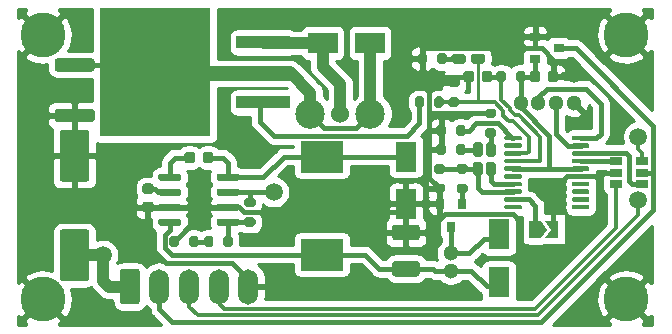
<source format=gbr>
%TF.GenerationSoftware,KiCad,Pcbnew,(5.1.8)-1*%
%TF.CreationDate,2021-02-21T21:45:09+03:00*%
%TF.ProjectId,uart_key,75617274-5f6b-4657-992e-6b696361645f,rev?*%
%TF.SameCoordinates,Original*%
%TF.FileFunction,Copper,L1,Top*%
%TF.FilePolarity,Positive*%
%FSLAX46Y46*%
G04 Gerber Fmt 4.6, Leading zero omitted, Abs format (unit mm)*
G04 Created by KiCad (PCBNEW (5.1.8)-1) date 2021-02-21 21:45:09*
%MOMM*%
%LPD*%
G01*
G04 APERTURE LIST*
%TA.AperFunction,ComponentPad*%
%ADD10C,3.800000*%
%TD*%
%TA.AperFunction,ComponentPad*%
%ADD11O,1.700000X3.000000*%
%TD*%
%TA.AperFunction,ComponentPad*%
%ADD12C,2.500000*%
%TD*%
%TA.AperFunction,ComponentPad*%
%ADD13C,1.524000*%
%TD*%
%TA.AperFunction,ComponentPad*%
%ADD14C,1.300000*%
%TD*%
%TA.AperFunction,SMDPad,CuDef*%
%ADD15R,9.400000X10.800000*%
%TD*%
%TA.AperFunction,SMDPad,CuDef*%
%ADD16R,4.600000X1.100000*%
%TD*%
%TA.AperFunction,SMDPad,CuDef*%
%ADD17R,0.900000X0.800000*%
%TD*%
%TA.AperFunction,SMDPad,CuDef*%
%ADD18R,1.060000X0.650000*%
%TD*%
%TA.AperFunction,SMDPad,CuDef*%
%ADD19R,0.800000X0.900000*%
%TD*%
%TA.AperFunction,SMDPad,CuDef*%
%ADD20R,3.600000X2.700000*%
%TD*%
%TA.AperFunction,SMDPad,CuDef*%
%ADD21C,0.100000*%
%TD*%
%TA.AperFunction,SMDPad,CuDef*%
%ADD22R,1.800000X2.500000*%
%TD*%
%TA.AperFunction,SMDPad,CuDef*%
%ADD23R,2.500000X1.800000*%
%TD*%
%TA.AperFunction,ViaPad*%
%ADD24C,1.500000*%
%TD*%
%TA.AperFunction,Conductor*%
%ADD25C,0.400000*%
%TD*%
%TA.AperFunction,Conductor*%
%ADD26C,0.350000*%
%TD*%
%TA.AperFunction,Conductor*%
%ADD27C,0.300000*%
%TD*%
%TA.AperFunction,Conductor*%
%ADD28C,1.000000*%
%TD*%
%TA.AperFunction,Conductor*%
%ADD29C,0.250000*%
%TD*%
%TA.AperFunction,Conductor*%
%ADD30C,0.254000*%
%TD*%
%TA.AperFunction,Conductor*%
%ADD31C,0.100000*%
%TD*%
G04 APERTURE END LIST*
D10*
%TO.P,J5,1*%
%TO.N,GND*%
X19800000Y-18300000D03*
%TD*%
%TO.P,J8,1*%
%TO.N,GND*%
X19800000Y-40700000D03*
%TD*%
%TO.P,J7,1*%
%TO.N,GND*%
X69200000Y-40700000D03*
%TD*%
%TO.P,J6,1*%
%TO.N,GND*%
X69200000Y-18300000D03*
%TD*%
D11*
%TO.P,J1,5*%
%TO.N,GND*%
X37178000Y-39624000D03*
%TO.P,J1,4*%
%TO.N,Net-(J1-Pad4)*%
X34678000Y-39624000D03*
%TO.P,J1,3*%
%TO.N,Net-(J1-Pad3)*%
X32178000Y-39624000D03*
%TO.P,J1,2*%
%TO.N,+5P*%
X29678000Y-39624000D03*
%TO.P,J1,1*%
%TO.N,+48V*%
%TA.AperFunction,ComponentPad*%
G36*
G01*
X26328000Y-40874100D02*
X26328000Y-38373900D01*
G75*
G02*
X26577900Y-38124000I249900J0D01*
G01*
X27778100Y-38124000D01*
G75*
G02*
X28028000Y-38373900I0J-249900D01*
G01*
X28028000Y-40874100D01*
G75*
G02*
X27778100Y-41124000I-249900J0D01*
G01*
X26577900Y-41124000D01*
G75*
G02*
X26328000Y-40874100I0J249900D01*
G01*
G37*
%TD.AperFunction*%
%TD*%
D12*
%TO.P,J2,2*%
%TO.N,Net-(D4-Pad2)*%
X47540000Y-25000000D03*
X42460000Y-25000000D03*
D13*
%TO.P,J2,1*%
%TO.N,Net-(D4-Pad1)*%
X45000000Y-25000000D03*
%TD*%
D14*
%TO.P,J4,4*%
%TO.N,GND*%
X64754000Y-24082000D03*
%TO.P,J4,3*%
%TO.N,/DIO*%
X63254000Y-24082000D03*
%TO.P,J4,2*%
%TO.N,/CLK*%
X61754000Y-24082000D03*
%TO.P,J4,1*%
%TO.N,+3V3*%
X60254000Y-24082000D03*
%TD*%
D15*
%TO.P,Q1,2*%
%TO.N,Net-(D4-Pad2)*%
X29325000Y-21500000D03*
D16*
%TO.P,Q1,3*%
%TO.N,Net-(D4-Pad1)*%
X38475000Y-18960000D03*
%TO.P,Q1,1*%
%TO.N,Net-(Q1-Pad1)*%
X38475000Y-24040000D03*
%TD*%
D14*
%TO.P,J3,1*%
%TO.N,+12V*%
X54356000Y-38298000D03*
%TO.P,J3,2*%
%TO.N,Net-(D5-Pad2)*%
X54356000Y-36798000D03*
%TD*%
D17*
%TO.P,U4,3*%
%TO.N,+5P*%
X63484000Y-19431000D03*
%TO.P,U4,2*%
%TO.N,+3V3*%
X61484000Y-20381000D03*
%TO.P,U4,1*%
%TO.N,GND*%
X61484000Y-18481000D03*
%TD*%
%TO.P,U3,8*%
%TO.N,Net-(C4-Pad2)*%
%TA.AperFunction,SMDPad,CuDef*%
G36*
G01*
X34520000Y-30503000D02*
X34520000Y-30203000D01*
G75*
G02*
X34670000Y-30053000I150000J0D01*
G01*
X36320000Y-30053000D01*
G75*
G02*
X36470000Y-30203000I0J-150000D01*
G01*
X36470000Y-30503000D01*
G75*
G02*
X36320000Y-30653000I-150000J0D01*
G01*
X34670000Y-30653000D01*
G75*
G02*
X34520000Y-30503000I0J150000D01*
G01*
G37*
%TD.AperFunction*%
%TO.P,U3,7*%
%TO.N,+48V*%
%TA.AperFunction,SMDPad,CuDef*%
G36*
G01*
X34520000Y-31773000D02*
X34520000Y-31473000D01*
G75*
G02*
X34670000Y-31323000I150000J0D01*
G01*
X36320000Y-31323000D01*
G75*
G02*
X36470000Y-31473000I0J-150000D01*
G01*
X36470000Y-31773000D01*
G75*
G02*
X36320000Y-31923000I-150000J0D01*
G01*
X34670000Y-31923000D01*
G75*
G02*
X34520000Y-31773000I0J150000D01*
G01*
G37*
%TD.AperFunction*%
%TO.P,U3,6*%
%TO.N,GND*%
%TA.AperFunction,SMDPad,CuDef*%
G36*
G01*
X34520000Y-33043000D02*
X34520000Y-32743000D01*
G75*
G02*
X34670000Y-32593000I150000J0D01*
G01*
X36320000Y-32593000D01*
G75*
G02*
X36470000Y-32743000I0J-150000D01*
G01*
X36470000Y-33043000D01*
G75*
G02*
X36320000Y-33193000I-150000J0D01*
G01*
X34670000Y-33193000D01*
G75*
G02*
X34520000Y-33043000I0J150000D01*
G01*
G37*
%TD.AperFunction*%
%TO.P,U3,5*%
%TO.N,Net-(R10-Pad1)*%
%TA.AperFunction,SMDPad,CuDef*%
G36*
G01*
X34520000Y-34313000D02*
X34520000Y-34013000D01*
G75*
G02*
X34670000Y-33863000I150000J0D01*
G01*
X36320000Y-33863000D01*
G75*
G02*
X36470000Y-34013000I0J-150000D01*
G01*
X36470000Y-34313000D01*
G75*
G02*
X36320000Y-34463000I-150000J0D01*
G01*
X34670000Y-34463000D01*
G75*
G02*
X34520000Y-34313000I0J150000D01*
G01*
G37*
%TD.AperFunction*%
%TO.P,U3,4*%
%TO.N,+12V*%
%TA.AperFunction,SMDPad,CuDef*%
G36*
G01*
X29570000Y-34313000D02*
X29570000Y-34013000D01*
G75*
G02*
X29720000Y-33863000I150000J0D01*
G01*
X31370000Y-33863000D01*
G75*
G02*
X31520000Y-34013000I0J-150000D01*
G01*
X31520000Y-34313000D01*
G75*
G02*
X31370000Y-34463000I-150000J0D01*
G01*
X29720000Y-34463000D01*
G75*
G02*
X29570000Y-34313000I0J150000D01*
G01*
G37*
%TD.AperFunction*%
%TO.P,U3,3*%
%TO.N,GND*%
%TA.AperFunction,SMDPad,CuDef*%
G36*
G01*
X29570000Y-33043000D02*
X29570000Y-32743000D01*
G75*
G02*
X29720000Y-32593000I150000J0D01*
G01*
X31370000Y-32593000D01*
G75*
G02*
X31520000Y-32743000I0J-150000D01*
G01*
X31520000Y-33043000D01*
G75*
G02*
X31370000Y-33193000I-150000J0D01*
G01*
X29720000Y-33193000D01*
G75*
G02*
X29570000Y-33043000I0J150000D01*
G01*
G37*
%TD.AperFunction*%
%TO.P,U3,2*%
%TO.N,Net-(C3-Pad1)*%
%TA.AperFunction,SMDPad,CuDef*%
G36*
G01*
X29570000Y-31773000D02*
X29570000Y-31473000D01*
G75*
G02*
X29720000Y-31323000I150000J0D01*
G01*
X31370000Y-31323000D01*
G75*
G02*
X31520000Y-31473000I0J-150000D01*
G01*
X31520000Y-31773000D01*
G75*
G02*
X31370000Y-31923000I-150000J0D01*
G01*
X29720000Y-31923000D01*
G75*
G02*
X29570000Y-31773000I0J150000D01*
G01*
G37*
%TD.AperFunction*%
%TO.P,U3,1*%
%TO.N,Net-(C4-Pad1)*%
%TA.AperFunction,SMDPad,CuDef*%
G36*
G01*
X29570000Y-30503000D02*
X29570000Y-30203000D01*
G75*
G02*
X29720000Y-30053000I150000J0D01*
G01*
X31370000Y-30053000D01*
G75*
G02*
X31520000Y-30203000I0J-150000D01*
G01*
X31520000Y-30503000D01*
G75*
G02*
X31370000Y-30653000I-150000J0D01*
G01*
X29720000Y-30653000D01*
G75*
G02*
X29570000Y-30503000I0J150000D01*
G01*
G37*
%TD.AperFunction*%
%TD*%
%TO.P,U2,20*%
%TO.N,/CLK*%
%TA.AperFunction,SMDPad,CuDef*%
G36*
G01*
X64609000Y-27147000D02*
X64609000Y-26947000D01*
G75*
G02*
X64709000Y-26847000I100000J0D01*
G01*
X65984000Y-26847000D01*
G75*
G02*
X66084000Y-26947000I0J-100000D01*
G01*
X66084000Y-27147000D01*
G75*
G02*
X65984000Y-27247000I-100000J0D01*
G01*
X64709000Y-27247000D01*
G75*
G02*
X64609000Y-27147000I0J100000D01*
G01*
G37*
%TD.AperFunction*%
%TO.P,U2,19*%
%TO.N,/DIO*%
%TA.AperFunction,SMDPad,CuDef*%
G36*
G01*
X64609000Y-27797000D02*
X64609000Y-27597000D01*
G75*
G02*
X64709000Y-27497000I100000J0D01*
G01*
X65984000Y-27497000D01*
G75*
G02*
X66084000Y-27597000I0J-100000D01*
G01*
X66084000Y-27797000D01*
G75*
G02*
X65984000Y-27897000I-100000J0D01*
G01*
X64709000Y-27897000D01*
G75*
G02*
X64609000Y-27797000I0J100000D01*
G01*
G37*
%TD.AperFunction*%
%TO.P,U2,18*%
%TO.N,Net-(U1-Pad4)*%
%TA.AperFunction,SMDPad,CuDef*%
G36*
G01*
X64609000Y-28447000D02*
X64609000Y-28247000D01*
G75*
G02*
X64709000Y-28147000I100000J0D01*
G01*
X65984000Y-28147000D01*
G75*
G02*
X66084000Y-28247000I0J-100000D01*
G01*
X66084000Y-28447000D01*
G75*
G02*
X65984000Y-28547000I-100000J0D01*
G01*
X64709000Y-28547000D01*
G75*
G02*
X64609000Y-28447000I0J100000D01*
G01*
G37*
%TD.AperFunction*%
%TO.P,U2,17*%
%TO.N,Net-(U1-Pad1)*%
%TA.AperFunction,SMDPad,CuDef*%
G36*
G01*
X64609000Y-29097000D02*
X64609000Y-28897000D01*
G75*
G02*
X64709000Y-28797000I100000J0D01*
G01*
X65984000Y-28797000D01*
G75*
G02*
X66084000Y-28897000I0J-100000D01*
G01*
X66084000Y-29097000D01*
G75*
G02*
X65984000Y-29197000I-100000J0D01*
G01*
X64709000Y-29197000D01*
G75*
G02*
X64609000Y-29097000I0J100000D01*
G01*
G37*
%TD.AperFunction*%
%TO.P,U2,16*%
%TO.N,+3V3*%
%TA.AperFunction,SMDPad,CuDef*%
G36*
G01*
X64609000Y-29747000D02*
X64609000Y-29547000D01*
G75*
G02*
X64709000Y-29447000I100000J0D01*
G01*
X65984000Y-29447000D01*
G75*
G02*
X66084000Y-29547000I0J-100000D01*
G01*
X66084000Y-29747000D01*
G75*
G02*
X65984000Y-29847000I-100000J0D01*
G01*
X64709000Y-29847000D01*
G75*
G02*
X64609000Y-29747000I0J100000D01*
G01*
G37*
%TD.AperFunction*%
%TO.P,U2,15*%
%TO.N,GND*%
%TA.AperFunction,SMDPad,CuDef*%
G36*
G01*
X64609000Y-30397000D02*
X64609000Y-30197000D01*
G75*
G02*
X64709000Y-30097000I100000J0D01*
G01*
X65984000Y-30097000D01*
G75*
G02*
X66084000Y-30197000I0J-100000D01*
G01*
X66084000Y-30397000D01*
G75*
G02*
X65984000Y-30497000I-100000J0D01*
G01*
X64709000Y-30497000D01*
G75*
G02*
X64609000Y-30397000I0J100000D01*
G01*
G37*
%TD.AperFunction*%
%TO.P,U2,14*%
%TO.N,N/C*%
%TA.AperFunction,SMDPad,CuDef*%
G36*
G01*
X64609000Y-31047000D02*
X64609000Y-30847000D01*
G75*
G02*
X64709000Y-30747000I100000J0D01*
G01*
X65984000Y-30747000D01*
G75*
G02*
X66084000Y-30847000I0J-100000D01*
G01*
X66084000Y-31047000D01*
G75*
G02*
X65984000Y-31147000I-100000J0D01*
G01*
X64709000Y-31147000D01*
G75*
G02*
X64609000Y-31047000I0J100000D01*
G01*
G37*
%TD.AperFunction*%
%TO.P,U2,13*%
%TA.AperFunction,SMDPad,CuDef*%
G36*
G01*
X64609000Y-31697000D02*
X64609000Y-31497000D01*
G75*
G02*
X64709000Y-31397000I100000J0D01*
G01*
X65984000Y-31397000D01*
G75*
G02*
X66084000Y-31497000I0J-100000D01*
G01*
X66084000Y-31697000D01*
G75*
G02*
X65984000Y-31797000I-100000J0D01*
G01*
X64709000Y-31797000D01*
G75*
G02*
X64609000Y-31697000I0J100000D01*
G01*
G37*
%TD.AperFunction*%
%TO.P,U2,12*%
%TA.AperFunction,SMDPad,CuDef*%
G36*
G01*
X64609000Y-32347000D02*
X64609000Y-32147000D01*
G75*
G02*
X64709000Y-32047000I100000J0D01*
G01*
X65984000Y-32047000D01*
G75*
G02*
X66084000Y-32147000I0J-100000D01*
G01*
X66084000Y-32347000D01*
G75*
G02*
X65984000Y-32447000I-100000J0D01*
G01*
X64709000Y-32447000D01*
G75*
G02*
X64609000Y-32347000I0J100000D01*
G01*
G37*
%TD.AperFunction*%
%TO.P,U2,11*%
%TA.AperFunction,SMDPad,CuDef*%
G36*
G01*
X64609000Y-32997000D02*
X64609000Y-32797000D01*
G75*
G02*
X64709000Y-32697000I100000J0D01*
G01*
X65984000Y-32697000D01*
G75*
G02*
X66084000Y-32797000I0J-100000D01*
G01*
X66084000Y-32997000D01*
G75*
G02*
X65984000Y-33097000I-100000J0D01*
G01*
X64709000Y-33097000D01*
G75*
G02*
X64609000Y-32997000I0J100000D01*
G01*
G37*
%TD.AperFunction*%
%TO.P,U2,10*%
%TA.AperFunction,SMDPad,CuDef*%
G36*
G01*
X58884000Y-32997000D02*
X58884000Y-32797000D01*
G75*
G02*
X58984000Y-32697000I100000J0D01*
G01*
X60259000Y-32697000D01*
G75*
G02*
X60359000Y-32797000I0J-100000D01*
G01*
X60359000Y-32997000D01*
G75*
G02*
X60259000Y-33097000I-100000J0D01*
G01*
X58984000Y-33097000D01*
G75*
G02*
X58884000Y-32997000I0J100000D01*
G01*
G37*
%TD.AperFunction*%
%TO.P,U2,9*%
%TO.N,Net-(JP1-Pad1)*%
%TA.AperFunction,SMDPad,CuDef*%
G36*
G01*
X58884000Y-32347000D02*
X58884000Y-32147000D01*
G75*
G02*
X58984000Y-32047000I100000J0D01*
G01*
X60259000Y-32047000D01*
G75*
G02*
X60359000Y-32147000I0J-100000D01*
G01*
X60359000Y-32347000D01*
G75*
G02*
X60259000Y-32447000I-100000J0D01*
G01*
X58984000Y-32447000D01*
G75*
G02*
X58884000Y-32347000I0J100000D01*
G01*
G37*
%TD.AperFunction*%
%TO.P,U2,8*%
%TO.N,Net-(D2-Pad2)*%
%TA.AperFunction,SMDPad,CuDef*%
G36*
G01*
X58884000Y-31697000D02*
X58884000Y-31497000D01*
G75*
G02*
X58984000Y-31397000I100000J0D01*
G01*
X60259000Y-31397000D01*
G75*
G02*
X60359000Y-31497000I0J-100000D01*
G01*
X60359000Y-31697000D01*
G75*
G02*
X60259000Y-31797000I-100000J0D01*
G01*
X58984000Y-31797000D01*
G75*
G02*
X58884000Y-31697000I0J100000D01*
G01*
G37*
%TD.AperFunction*%
%TO.P,U2,7*%
%TO.N,Net-(D1-Pad2)*%
%TA.AperFunction,SMDPad,CuDef*%
G36*
G01*
X58884000Y-31047000D02*
X58884000Y-30847000D01*
G75*
G02*
X58984000Y-30747000I100000J0D01*
G01*
X60259000Y-30747000D01*
G75*
G02*
X60359000Y-30847000I0J-100000D01*
G01*
X60359000Y-31047000D01*
G75*
G02*
X60259000Y-31147000I-100000J0D01*
G01*
X58984000Y-31147000D01*
G75*
G02*
X58884000Y-31047000I0J100000D01*
G01*
G37*
%TD.AperFunction*%
%TO.P,U2,6*%
%TO.N,N/C*%
%TA.AperFunction,SMDPad,CuDef*%
G36*
G01*
X58884000Y-30397000D02*
X58884000Y-30197000D01*
G75*
G02*
X58984000Y-30097000I100000J0D01*
G01*
X60259000Y-30097000D01*
G75*
G02*
X60359000Y-30197000I0J-100000D01*
G01*
X60359000Y-30397000D01*
G75*
G02*
X60259000Y-30497000I-100000J0D01*
G01*
X58984000Y-30497000D01*
G75*
G02*
X58884000Y-30397000I0J100000D01*
G01*
G37*
%TD.AperFunction*%
%TO.P,U2,5*%
%TO.N,+3V3*%
%TA.AperFunction,SMDPad,CuDef*%
G36*
G01*
X58884000Y-29747000D02*
X58884000Y-29547000D01*
G75*
G02*
X58984000Y-29447000I100000J0D01*
G01*
X60259000Y-29447000D01*
G75*
G02*
X60359000Y-29547000I0J-100000D01*
G01*
X60359000Y-29747000D01*
G75*
G02*
X60259000Y-29847000I-100000J0D01*
G01*
X58984000Y-29847000D01*
G75*
G02*
X58884000Y-29747000I0J100000D01*
G01*
G37*
%TD.AperFunction*%
%TO.P,U2,4*%
%TO.N,Net-(C1-Pad1)*%
%TA.AperFunction,SMDPad,CuDef*%
G36*
G01*
X58884000Y-29097000D02*
X58884000Y-28897000D01*
G75*
G02*
X58984000Y-28797000I100000J0D01*
G01*
X60259000Y-28797000D01*
G75*
G02*
X60359000Y-28897000I0J-100000D01*
G01*
X60359000Y-29097000D01*
G75*
G02*
X60259000Y-29197000I-100000J0D01*
G01*
X58984000Y-29197000D01*
G75*
G02*
X58884000Y-29097000I0J100000D01*
G01*
G37*
%TD.AperFunction*%
%TO.P,U2,3*%
%TO.N,/load_1*%
%TA.AperFunction,SMDPad,CuDef*%
G36*
G01*
X58884000Y-28447000D02*
X58884000Y-28247000D01*
G75*
G02*
X58984000Y-28147000I100000J0D01*
G01*
X60259000Y-28147000D01*
G75*
G02*
X60359000Y-28247000I0J-100000D01*
G01*
X60359000Y-28447000D01*
G75*
G02*
X60259000Y-28547000I-100000J0D01*
G01*
X58984000Y-28547000D01*
G75*
G02*
X58884000Y-28447000I0J100000D01*
G01*
G37*
%TD.AperFunction*%
%TO.P,U2,2*%
%TO.N,N/C*%
%TA.AperFunction,SMDPad,CuDef*%
G36*
G01*
X58884000Y-27797000D02*
X58884000Y-27597000D01*
G75*
G02*
X58984000Y-27497000I100000J0D01*
G01*
X60259000Y-27497000D01*
G75*
G02*
X60359000Y-27597000I0J-100000D01*
G01*
X60359000Y-27797000D01*
G75*
G02*
X60259000Y-27897000I-100000J0D01*
G01*
X58984000Y-27897000D01*
G75*
G02*
X58884000Y-27797000I0J100000D01*
G01*
G37*
%TD.AperFunction*%
%TO.P,U2,1*%
%TO.N,Net-(R12-Pad1)*%
%TA.AperFunction,SMDPad,CuDef*%
G36*
G01*
X58884000Y-27147000D02*
X58884000Y-26947000D01*
G75*
G02*
X58984000Y-26847000I100000J0D01*
G01*
X60259000Y-26847000D01*
G75*
G02*
X60359000Y-26947000I0J-100000D01*
G01*
X60359000Y-27147000D01*
G75*
G02*
X60259000Y-27247000I-100000J0D01*
G01*
X58984000Y-27247000D01*
G75*
G02*
X58884000Y-27147000I0J100000D01*
G01*
G37*
%TD.AperFunction*%
%TD*%
D18*
%TO.P,U1,5*%
%TO.N,+5P*%
X70526000Y-29972000D03*
%TO.P,U1,6*%
%TO.N,Net-(J1-Pad3)*%
X70526000Y-29022000D03*
%TO.P,U1,4*%
%TO.N,Net-(U1-Pad4)*%
X70526000Y-30922000D03*
%TO.P,U1,3*%
%TO.N,Net-(J1-Pad4)*%
X68326000Y-30922000D03*
%TO.P,U1,2*%
%TO.N,GND*%
X68326000Y-29972000D03*
%TO.P,U1,1*%
%TO.N,Net-(U1-Pad1)*%
X68326000Y-29022000D03*
%TD*%
%TO.P,R12,2*%
%TO.N,GND*%
%TA.AperFunction,SMDPad,CuDef*%
G36*
G01*
X53931000Y-26141000D02*
X53931000Y-26691000D01*
G75*
G02*
X53731000Y-26891000I-200000J0D01*
G01*
X53331000Y-26891000D01*
G75*
G02*
X53131000Y-26691000I0J200000D01*
G01*
X53131000Y-26141000D01*
G75*
G02*
X53331000Y-25941000I200000J0D01*
G01*
X53731000Y-25941000D01*
G75*
G02*
X53931000Y-26141000I0J-200000D01*
G01*
G37*
%TD.AperFunction*%
%TO.P,R12,1*%
%TO.N,Net-(R12-Pad1)*%
%TA.AperFunction,SMDPad,CuDef*%
G36*
G01*
X55581000Y-26141000D02*
X55581000Y-26691000D01*
G75*
G02*
X55381000Y-26891000I-200000J0D01*
G01*
X54981000Y-26891000D01*
G75*
G02*
X54781000Y-26691000I0J200000D01*
G01*
X54781000Y-26141000D01*
G75*
G02*
X54981000Y-25941000I200000J0D01*
G01*
X55381000Y-25941000D01*
G75*
G02*
X55581000Y-26141000I0J-200000D01*
G01*
G37*
%TD.AperFunction*%
%TD*%
%TO.P,R11,2*%
%TO.N,GND*%
%TA.AperFunction,SMDPad,CuDef*%
G36*
G01*
X31325000Y-35539000D02*
X31325000Y-36089000D01*
G75*
G02*
X31125000Y-36289000I-200000J0D01*
G01*
X30725000Y-36289000D01*
G75*
G02*
X30525000Y-36089000I0J200000D01*
G01*
X30525000Y-35539000D01*
G75*
G02*
X30725000Y-35339000I200000J0D01*
G01*
X31125000Y-35339000D01*
G75*
G02*
X31325000Y-35539000I0J-200000D01*
G01*
G37*
%TD.AperFunction*%
%TO.P,R11,1*%
%TO.N,Net-(R10-Pad2)*%
%TA.AperFunction,SMDPad,CuDef*%
G36*
G01*
X32975000Y-35539000D02*
X32975000Y-36089000D01*
G75*
G02*
X32775000Y-36289000I-200000J0D01*
G01*
X32375000Y-36289000D01*
G75*
G02*
X32175000Y-36089000I0J200000D01*
G01*
X32175000Y-35539000D01*
G75*
G02*
X32375000Y-35339000I200000J0D01*
G01*
X32775000Y-35339000D01*
G75*
G02*
X32975000Y-35539000I0J-200000D01*
G01*
G37*
%TD.AperFunction*%
%TD*%
%TO.P,R10,2*%
%TO.N,Net-(R10-Pad2)*%
%TA.AperFunction,SMDPad,CuDef*%
G36*
G01*
X34245000Y-35539000D02*
X34245000Y-36089000D01*
G75*
G02*
X34045000Y-36289000I-200000J0D01*
G01*
X33645000Y-36289000D01*
G75*
G02*
X33445000Y-36089000I0J200000D01*
G01*
X33445000Y-35539000D01*
G75*
G02*
X33645000Y-35339000I200000J0D01*
G01*
X34045000Y-35339000D01*
G75*
G02*
X34245000Y-35539000I0J-200000D01*
G01*
G37*
%TD.AperFunction*%
%TO.P,R10,1*%
%TO.N,Net-(R10-Pad1)*%
%TA.AperFunction,SMDPad,CuDef*%
G36*
G01*
X35895000Y-35539000D02*
X35895000Y-36089000D01*
G75*
G02*
X35695000Y-36289000I-200000J0D01*
G01*
X35295000Y-36289000D01*
G75*
G02*
X35095000Y-36089000I0J200000D01*
G01*
X35095000Y-35539000D01*
G75*
G02*
X35295000Y-35339000I200000J0D01*
G01*
X35695000Y-35339000D01*
G75*
G02*
X35895000Y-35539000I0J-200000D01*
G01*
G37*
%TD.AperFunction*%
%TD*%
%TO.P,R9,2*%
%TO.N,+48V*%
%TA.AperFunction,SMDPad,CuDef*%
G36*
G01*
X37613000Y-32912000D02*
X37063000Y-32912000D01*
G75*
G02*
X36863000Y-32712000I0J200000D01*
G01*
X36863000Y-32312000D01*
G75*
G02*
X37063000Y-32112000I200000J0D01*
G01*
X37613000Y-32112000D01*
G75*
G02*
X37813000Y-32312000I0J-200000D01*
G01*
X37813000Y-32712000D01*
G75*
G02*
X37613000Y-32912000I-200000J0D01*
G01*
G37*
%TD.AperFunction*%
%TO.P,R9,1*%
%TO.N,Net-(R10-Pad1)*%
%TA.AperFunction,SMDPad,CuDef*%
G36*
G01*
X37613000Y-34562000D02*
X37063000Y-34562000D01*
G75*
G02*
X36863000Y-34362000I0J200000D01*
G01*
X36863000Y-33962000D01*
G75*
G02*
X37063000Y-33762000I200000J0D01*
G01*
X37613000Y-33762000D01*
G75*
G02*
X37813000Y-33962000I0J-200000D01*
G01*
X37813000Y-34362000D01*
G75*
G02*
X37613000Y-34562000I-200000J0D01*
G01*
G37*
%TD.AperFunction*%
%TD*%
%TO.P,R8,2*%
%TO.N,Net-(D2-Pad2)*%
%TA.AperFunction,SMDPad,CuDef*%
G36*
G01*
X55581000Y-30055000D02*
X55031000Y-30055000D01*
G75*
G02*
X54831000Y-29855000I0J200000D01*
G01*
X54831000Y-29455000D01*
G75*
G02*
X55031000Y-29255000I200000J0D01*
G01*
X55581000Y-29255000D01*
G75*
G02*
X55781000Y-29455000I0J-200000D01*
G01*
X55781000Y-29855000D01*
G75*
G02*
X55581000Y-30055000I-200000J0D01*
G01*
G37*
%TD.AperFunction*%
%TO.P,R8,1*%
%TO.N,Net-(Q2-Pad1)*%
%TA.AperFunction,SMDPad,CuDef*%
G36*
G01*
X55581000Y-31705000D02*
X55031000Y-31705000D01*
G75*
G02*
X54831000Y-31505000I0J200000D01*
G01*
X54831000Y-31105000D01*
G75*
G02*
X55031000Y-30905000I200000J0D01*
G01*
X55581000Y-30905000D01*
G75*
G02*
X55781000Y-31105000I0J-200000D01*
G01*
X55781000Y-31505000D01*
G75*
G02*
X55581000Y-31705000I-200000J0D01*
G01*
G37*
%TD.AperFunction*%
%TD*%
%TO.P,R7,2*%
%TO.N,/load_1*%
%TA.AperFunction,SMDPad,CuDef*%
G36*
G01*
X52940000Y-24278000D02*
X52940000Y-23728000D01*
G75*
G02*
X53140000Y-23528000I200000J0D01*
G01*
X53540000Y-23528000D01*
G75*
G02*
X53740000Y-23728000I0J-200000D01*
G01*
X53740000Y-24278000D01*
G75*
G02*
X53540000Y-24478000I-200000J0D01*
G01*
X53140000Y-24478000D01*
G75*
G02*
X52940000Y-24278000I0J200000D01*
G01*
G37*
%TD.AperFunction*%
%TO.P,R7,1*%
%TO.N,Net-(Q1-Pad1)*%
%TA.AperFunction,SMDPad,CuDef*%
G36*
G01*
X51290000Y-24278000D02*
X51290000Y-23728000D01*
G75*
G02*
X51490000Y-23528000I200000J0D01*
G01*
X51890000Y-23528000D01*
G75*
G02*
X52090000Y-23728000I0J-200000D01*
G01*
X52090000Y-24278000D01*
G75*
G02*
X51890000Y-24478000I-200000J0D01*
G01*
X51490000Y-24478000D01*
G75*
G02*
X51290000Y-24278000I0J200000D01*
G01*
G37*
%TD.AperFunction*%
%TD*%
%TO.P,R6,2*%
%TO.N,Net-(D2-Pad2)*%
%TA.AperFunction,SMDPad,CuDef*%
G36*
G01*
X53681000Y-30055000D02*
X53131000Y-30055000D01*
G75*
G02*
X52931000Y-29855000I0J200000D01*
G01*
X52931000Y-29455000D01*
G75*
G02*
X53131000Y-29255000I200000J0D01*
G01*
X53681000Y-29255000D01*
G75*
G02*
X53881000Y-29455000I0J-200000D01*
G01*
X53881000Y-29855000D01*
G75*
G02*
X53681000Y-30055000I-200000J0D01*
G01*
G37*
%TD.AperFunction*%
%TO.P,R6,1*%
%TO.N,GND*%
%TA.AperFunction,SMDPad,CuDef*%
G36*
G01*
X53681000Y-31705000D02*
X53131000Y-31705000D01*
G75*
G02*
X52931000Y-31505000I0J200000D01*
G01*
X52931000Y-31105000D01*
G75*
G02*
X53131000Y-30905000I200000J0D01*
G01*
X53681000Y-30905000D01*
G75*
G02*
X53881000Y-31105000I0J-200000D01*
G01*
X53881000Y-31505000D01*
G75*
G02*
X53681000Y-31705000I-200000J0D01*
G01*
G37*
%TD.AperFunction*%
%TD*%
%TO.P,R5,2*%
%TO.N,/load_1*%
%TA.AperFunction,SMDPad,CuDef*%
G36*
G01*
X54335000Y-23603000D02*
X54885000Y-23603000D01*
G75*
G02*
X55085000Y-23803000I0J-200000D01*
G01*
X55085000Y-24203000D01*
G75*
G02*
X54885000Y-24403000I-200000J0D01*
G01*
X54335000Y-24403000D01*
G75*
G02*
X54135000Y-24203000I0J200000D01*
G01*
X54135000Y-23803000D01*
G75*
G02*
X54335000Y-23603000I200000J0D01*
G01*
G37*
%TD.AperFunction*%
%TO.P,R5,1*%
%TO.N,GND*%
%TA.AperFunction,SMDPad,CuDef*%
G36*
G01*
X54335000Y-21953000D02*
X54885000Y-21953000D01*
G75*
G02*
X55085000Y-22153000I0J-200000D01*
G01*
X55085000Y-22553000D01*
G75*
G02*
X54885000Y-22753000I-200000J0D01*
G01*
X54335000Y-22753000D01*
G75*
G02*
X54135000Y-22553000I0J200000D01*
G01*
X54135000Y-22153000D01*
G75*
G02*
X54335000Y-21953000I200000J0D01*
G01*
G37*
%TD.AperFunction*%
%TD*%
%TO.P,R4,2*%
%TO.N,Net-(D3-Pad1)*%
%TA.AperFunction,SMDPad,CuDef*%
G36*
G01*
X53194000Y-20595000D02*
X53194000Y-20045000D01*
G75*
G02*
X53394000Y-19845000I200000J0D01*
G01*
X53794000Y-19845000D01*
G75*
G02*
X53994000Y-20045000I0J-200000D01*
G01*
X53994000Y-20595000D01*
G75*
G02*
X53794000Y-20795000I-200000J0D01*
G01*
X53394000Y-20795000D01*
G75*
G02*
X53194000Y-20595000I0J200000D01*
G01*
G37*
%TD.AperFunction*%
%TO.P,R4,1*%
%TO.N,GND*%
%TA.AperFunction,SMDPad,CuDef*%
G36*
G01*
X51544000Y-20595000D02*
X51544000Y-20045000D01*
G75*
G02*
X51744000Y-19845000I200000J0D01*
G01*
X52144000Y-19845000D01*
G75*
G02*
X52344000Y-20045000I0J-200000D01*
G01*
X52344000Y-20595000D01*
G75*
G02*
X52144000Y-20795000I-200000J0D01*
G01*
X51744000Y-20795000D01*
G75*
G02*
X51544000Y-20595000I0J200000D01*
G01*
G37*
%TD.AperFunction*%
%TD*%
%TO.P,R3,2*%
%TO.N,Net-(D1-Pad1)*%
%TA.AperFunction,SMDPad,CuDef*%
G36*
G01*
X57446500Y-26206000D02*
X57996500Y-26206000D01*
G75*
G02*
X58196500Y-26406000I0J-200000D01*
G01*
X58196500Y-26806000D01*
G75*
G02*
X57996500Y-27006000I-200000J0D01*
G01*
X57446500Y-27006000D01*
G75*
G02*
X57246500Y-26806000I0J200000D01*
G01*
X57246500Y-26406000D01*
G75*
G02*
X57446500Y-26206000I200000J0D01*
G01*
G37*
%TD.AperFunction*%
%TO.P,R3,1*%
%TO.N,GND*%
%TA.AperFunction,SMDPad,CuDef*%
G36*
G01*
X57446500Y-24556000D02*
X57996500Y-24556000D01*
G75*
G02*
X58196500Y-24756000I0J-200000D01*
G01*
X58196500Y-25156000D01*
G75*
G02*
X57996500Y-25356000I-200000J0D01*
G01*
X57446500Y-25356000D01*
G75*
G02*
X57246500Y-25156000I0J200000D01*
G01*
X57246500Y-24756000D01*
G75*
G02*
X57446500Y-24556000I200000J0D01*
G01*
G37*
%TD.AperFunction*%
%TD*%
%TO.P,R2,2*%
%TO.N,Net-(D2-Pad1)*%
%TA.AperFunction,SMDPad,CuDef*%
G36*
G01*
X54781000Y-28305000D02*
X54781000Y-27755000D01*
G75*
G02*
X54981000Y-27555000I200000J0D01*
G01*
X55381000Y-27555000D01*
G75*
G02*
X55581000Y-27755000I0J-200000D01*
G01*
X55581000Y-28305000D01*
G75*
G02*
X55381000Y-28505000I-200000J0D01*
G01*
X54981000Y-28505000D01*
G75*
G02*
X54781000Y-28305000I0J200000D01*
G01*
G37*
%TD.AperFunction*%
%TO.P,R2,1*%
%TO.N,GND*%
%TA.AperFunction,SMDPad,CuDef*%
G36*
G01*
X53131000Y-28305000D02*
X53131000Y-27755000D01*
G75*
G02*
X53331000Y-27555000I200000J0D01*
G01*
X53731000Y-27555000D01*
G75*
G02*
X53931000Y-27755000I0J-200000D01*
G01*
X53931000Y-28305000D01*
G75*
G02*
X53731000Y-28505000I-200000J0D01*
G01*
X53331000Y-28505000D01*
G75*
G02*
X53131000Y-28305000I0J200000D01*
G01*
G37*
%TD.AperFunction*%
%TD*%
%TO.P,R1,2*%
%TO.N,Net-(C1-Pad1)*%
%TA.AperFunction,SMDPad,CuDef*%
G36*
G01*
X59011000Y-21569000D02*
X59011000Y-22119000D01*
G75*
G02*
X58811000Y-22319000I-200000J0D01*
G01*
X58411000Y-22319000D01*
G75*
G02*
X58211000Y-22119000I0J200000D01*
G01*
X58211000Y-21569000D01*
G75*
G02*
X58411000Y-21369000I200000J0D01*
G01*
X58811000Y-21369000D01*
G75*
G02*
X59011000Y-21569000I0J-200000D01*
G01*
G37*
%TD.AperFunction*%
%TO.P,R1,1*%
%TO.N,+3V3*%
%TA.AperFunction,SMDPad,CuDef*%
G36*
G01*
X60661000Y-21569000D02*
X60661000Y-22119000D01*
G75*
G02*
X60461000Y-22319000I-200000J0D01*
G01*
X60061000Y-22319000D01*
G75*
G02*
X59861000Y-22119000I0J200000D01*
G01*
X59861000Y-21569000D01*
G75*
G02*
X60061000Y-21369000I200000J0D01*
G01*
X60461000Y-21369000D01*
G75*
G02*
X60661000Y-21569000I0J-200000D01*
G01*
G37*
%TD.AperFunction*%
%TD*%
D19*
%TO.P,Q2,3*%
%TO.N,Net-(D5-Pad2)*%
X54356000Y-34616000D03*
%TO.P,Q2,2*%
%TO.N,GND*%
X53406000Y-32616000D03*
%TO.P,Q2,1*%
%TO.N,Net-(Q2-Pad1)*%
X55306000Y-32616000D03*
%TD*%
D20*
%TO.P,L1,1*%
%TO.N,Net-(C4-Pad2)*%
X43434000Y-28616000D03*
%TO.P,L1,2*%
%TO.N,+12V*%
X43434000Y-36916000D03*
%TD*%
%TA.AperFunction,SMDPad,CuDef*%
D21*
%TO.P,JP1,1*%
%TO.N,Net-(JP1-Pad1)*%
G36*
X62505000Y-34798000D02*
G01*
X62005000Y-35548000D01*
X61005000Y-35548000D01*
X61005000Y-34048000D01*
X62005000Y-34048000D01*
X62505000Y-34798000D01*
G37*
%TD.AperFunction*%
%TA.AperFunction,SMDPad,CuDef*%
%TO.P,JP1,2*%
%TO.N,GND*%
G36*
X63455000Y-35548000D02*
G01*
X62305000Y-35548000D01*
X62805000Y-34798000D01*
X62305000Y-34048000D01*
X63455000Y-34048000D01*
X63455000Y-35548000D01*
G37*
%TD.AperFunction*%
%TD*%
%TO.P,F1,2*%
%TO.N,GND*%
%TA.AperFunction,SMDPad,CuDef*%
G36*
G01*
X21049999Y-24575000D02*
X23950001Y-24575000D01*
G75*
G02*
X24200000Y-24824999I0J-249999D01*
G01*
X24200000Y-25450001D01*
G75*
G02*
X23950001Y-25700000I-249999J0D01*
G01*
X21049999Y-25700000D01*
G75*
G02*
X20800000Y-25450001I0J249999D01*
G01*
X20800000Y-24824999D01*
G75*
G02*
X21049999Y-24575000I249999J0D01*
G01*
G37*
%TD.AperFunction*%
%TO.P,F1,1*%
%TO.N,Net-(D4-Pad2)*%
%TA.AperFunction,SMDPad,CuDef*%
G36*
G01*
X21049999Y-20300000D02*
X23950001Y-20300000D01*
G75*
G02*
X24200000Y-20549999I0J-249999D01*
G01*
X24200000Y-21175001D01*
G75*
G02*
X23950001Y-21425000I-249999J0D01*
G01*
X21049999Y-21425000D01*
G75*
G02*
X20800000Y-21175001I0J249999D01*
G01*
X20800000Y-20549999D01*
G75*
G02*
X21049999Y-20300000I249999J0D01*
G01*
G37*
%TD.AperFunction*%
%TD*%
D22*
%TO.P,D6,2*%
%TO.N,GND*%
X50546000Y-32616000D03*
%TO.P,D6,1*%
%TO.N,Net-(C4-Pad2)*%
X50546000Y-28616000D03*
%TD*%
%TO.P,D5,2*%
%TO.N,Net-(D5-Pad2)*%
X58420000Y-35211000D03*
%TO.P,D5,1*%
%TO.N,+12V*%
X58420000Y-39211000D03*
%TD*%
D23*
%TO.P,D4,2*%
%TO.N,Net-(D4-Pad2)*%
X47500000Y-19000000D03*
%TO.P,D4,1*%
%TO.N,Net-(D4-Pad1)*%
X43500000Y-19000000D03*
%TD*%
%TO.P,D3,2*%
%TO.N,/load_1*%
%TA.AperFunction,SMDPad,CuDef*%
G36*
G01*
X56029500Y-20532500D02*
X56029500Y-20107500D01*
G75*
G02*
X56242000Y-19895000I212500J0D01*
G01*
X57042000Y-19895000D01*
G75*
G02*
X57254500Y-20107500I0J-212500D01*
G01*
X57254500Y-20532500D01*
G75*
G02*
X57042000Y-20745000I-212500J0D01*
G01*
X56242000Y-20745000D01*
G75*
G02*
X56029500Y-20532500I0J212500D01*
G01*
G37*
%TD.AperFunction*%
%TO.P,D3,1*%
%TO.N,Net-(D3-Pad1)*%
%TA.AperFunction,SMDPad,CuDef*%
G36*
G01*
X54404500Y-20532500D02*
X54404500Y-20107500D01*
G75*
G02*
X54617000Y-19895000I212500J0D01*
G01*
X55417000Y-19895000D01*
G75*
G02*
X55629500Y-20107500I0J-212500D01*
G01*
X55629500Y-20532500D01*
G75*
G02*
X55417000Y-20745000I-212500J0D01*
G01*
X54617000Y-20745000D01*
G75*
G02*
X54404500Y-20532500I0J212500D01*
G01*
G37*
%TD.AperFunction*%
%TD*%
%TO.P,D2,2*%
%TO.N,Net-(D2-Pad2)*%
%TA.AperFunction,SMDPad,CuDef*%
G36*
G01*
X56429500Y-29042500D02*
X56854500Y-29042500D01*
G75*
G02*
X57067000Y-29255000I0J-212500D01*
G01*
X57067000Y-30055000D01*
G75*
G02*
X56854500Y-30267500I-212500J0D01*
G01*
X56429500Y-30267500D01*
G75*
G02*
X56217000Y-30055000I0J212500D01*
G01*
X56217000Y-29255000D01*
G75*
G02*
X56429500Y-29042500I212500J0D01*
G01*
G37*
%TD.AperFunction*%
%TO.P,D2,1*%
%TO.N,Net-(D2-Pad1)*%
%TA.AperFunction,SMDPad,CuDef*%
G36*
G01*
X56429500Y-27417500D02*
X56854500Y-27417500D01*
G75*
G02*
X57067000Y-27630000I0J-212500D01*
G01*
X57067000Y-28430000D01*
G75*
G02*
X56854500Y-28642500I-212500J0D01*
G01*
X56429500Y-28642500D01*
G75*
G02*
X56217000Y-28430000I0J212500D01*
G01*
X56217000Y-27630000D01*
G75*
G02*
X56429500Y-27417500I212500J0D01*
G01*
G37*
%TD.AperFunction*%
%TD*%
%TO.P,D1,2*%
%TO.N,Net-(D1-Pad2)*%
%TA.AperFunction,SMDPad,CuDef*%
G36*
G01*
X57509000Y-29042500D02*
X57934000Y-29042500D01*
G75*
G02*
X58146500Y-29255000I0J-212500D01*
G01*
X58146500Y-30055000D01*
G75*
G02*
X57934000Y-30267500I-212500J0D01*
G01*
X57509000Y-30267500D01*
G75*
G02*
X57296500Y-30055000I0J212500D01*
G01*
X57296500Y-29255000D01*
G75*
G02*
X57509000Y-29042500I212500J0D01*
G01*
G37*
%TD.AperFunction*%
%TO.P,D1,1*%
%TO.N,Net-(D1-Pad1)*%
%TA.AperFunction,SMDPad,CuDef*%
G36*
G01*
X57509000Y-27417500D02*
X57934000Y-27417500D01*
G75*
G02*
X58146500Y-27630000I0J-212500D01*
G01*
X58146500Y-28430000D01*
G75*
G02*
X57934000Y-28642500I-212500J0D01*
G01*
X57509000Y-28642500D01*
G75*
G02*
X57296500Y-28430000I0J212500D01*
G01*
X57296500Y-27630000D01*
G75*
G02*
X57509000Y-27417500I212500J0D01*
G01*
G37*
%TD.AperFunction*%
%TD*%
%TO.P,C6,2*%
%TO.N,GND*%
%TA.AperFunction,SMDPad,CuDef*%
G36*
G01*
X62568000Y-22094000D02*
X62568000Y-21594000D01*
G75*
G02*
X62793000Y-21369000I225000J0D01*
G01*
X63243000Y-21369000D01*
G75*
G02*
X63468000Y-21594000I0J-225000D01*
G01*
X63468000Y-22094000D01*
G75*
G02*
X63243000Y-22319000I-225000J0D01*
G01*
X62793000Y-22319000D01*
G75*
G02*
X62568000Y-22094000I0J225000D01*
G01*
G37*
%TD.AperFunction*%
%TO.P,C6,1*%
%TO.N,+3V3*%
%TA.AperFunction,SMDPad,CuDef*%
G36*
G01*
X61018000Y-22094000D02*
X61018000Y-21594000D01*
G75*
G02*
X61243000Y-21369000I225000J0D01*
G01*
X61693000Y-21369000D01*
G75*
G02*
X61918000Y-21594000I0J-225000D01*
G01*
X61918000Y-22094000D01*
G75*
G02*
X61693000Y-22319000I-225000J0D01*
G01*
X61243000Y-22319000D01*
G75*
G02*
X61018000Y-22094000I0J225000D01*
G01*
G37*
%TD.AperFunction*%
%TD*%
%TO.P,C5,2*%
%TO.N,GND*%
%TA.AperFunction,SMDPad,CuDef*%
G36*
G01*
X51471001Y-35701000D02*
X49620999Y-35701000D01*
G75*
G02*
X49371000Y-35451001I0J249999D01*
G01*
X49371000Y-34625999D01*
G75*
G02*
X49620999Y-34376000I249999J0D01*
G01*
X51471001Y-34376000D01*
G75*
G02*
X51721000Y-34625999I0J-249999D01*
G01*
X51721000Y-35451001D01*
G75*
G02*
X51471001Y-35701000I-249999J0D01*
G01*
G37*
%TD.AperFunction*%
%TO.P,C5,1*%
%TO.N,+12V*%
%TA.AperFunction,SMDPad,CuDef*%
G36*
G01*
X51471001Y-38776000D02*
X49620999Y-38776000D01*
G75*
G02*
X49371000Y-38526001I0J249999D01*
G01*
X49371000Y-37700999D01*
G75*
G02*
X49620999Y-37451000I249999J0D01*
G01*
X51471001Y-37451000D01*
G75*
G02*
X51721000Y-37700999I0J-249999D01*
G01*
X51721000Y-38526001D01*
G75*
G02*
X51471001Y-38776000I-249999J0D01*
G01*
G37*
%TD.AperFunction*%
%TD*%
%TO.P,C4,2*%
%TO.N,Net-(C4-Pad2)*%
%TA.AperFunction,SMDPad,CuDef*%
G36*
G01*
X33345000Y-28952000D02*
X33345000Y-28452000D01*
G75*
G02*
X33570000Y-28227000I225000J0D01*
G01*
X34020000Y-28227000D01*
G75*
G02*
X34245000Y-28452000I0J-225000D01*
G01*
X34245000Y-28952000D01*
G75*
G02*
X34020000Y-29177000I-225000J0D01*
G01*
X33570000Y-29177000D01*
G75*
G02*
X33345000Y-28952000I0J225000D01*
G01*
G37*
%TD.AperFunction*%
%TO.P,C4,1*%
%TO.N,Net-(C4-Pad1)*%
%TA.AperFunction,SMDPad,CuDef*%
G36*
G01*
X31795000Y-28952000D02*
X31795000Y-28452000D01*
G75*
G02*
X32020000Y-28227000I225000J0D01*
G01*
X32470000Y-28227000D01*
G75*
G02*
X32695000Y-28452000I0J-225000D01*
G01*
X32695000Y-28952000D01*
G75*
G02*
X32470000Y-29177000I-225000J0D01*
G01*
X32020000Y-29177000D01*
G75*
G02*
X31795000Y-28952000I0J225000D01*
G01*
G37*
%TD.AperFunction*%
%TD*%
%TO.P,C3,2*%
%TO.N,GND*%
%TA.AperFunction,SMDPad,CuDef*%
G36*
G01*
X28452000Y-32443000D02*
X28952000Y-32443000D01*
G75*
G02*
X29177000Y-32668000I0J-225000D01*
G01*
X29177000Y-33118000D01*
G75*
G02*
X28952000Y-33343000I-225000J0D01*
G01*
X28452000Y-33343000D01*
G75*
G02*
X28227000Y-33118000I0J225000D01*
G01*
X28227000Y-32668000D01*
G75*
G02*
X28452000Y-32443000I225000J0D01*
G01*
G37*
%TD.AperFunction*%
%TO.P,C3,1*%
%TO.N,Net-(C3-Pad1)*%
%TA.AperFunction,SMDPad,CuDef*%
G36*
G01*
X28452000Y-30893000D02*
X28952000Y-30893000D01*
G75*
G02*
X29177000Y-31118000I0J-225000D01*
G01*
X29177000Y-31568000D01*
G75*
G02*
X28952000Y-31793000I-225000J0D01*
G01*
X28452000Y-31793000D01*
G75*
G02*
X28227000Y-31568000I0J225000D01*
G01*
X28227000Y-31118000D01*
G75*
G02*
X28452000Y-30893000I225000J0D01*
G01*
G37*
%TD.AperFunction*%
%TD*%
%TO.P,C2,2*%
%TO.N,GND*%
%TA.AperFunction,SMDPad,CuDef*%
G36*
G01*
X23479000Y-30766000D02*
X21479000Y-30766000D01*
G75*
G02*
X21229000Y-30516000I0J250000D01*
G01*
X21229000Y-26616000D01*
G75*
G02*
X21479000Y-26366000I250000J0D01*
G01*
X23479000Y-26366000D01*
G75*
G02*
X23729000Y-26616000I0J-250000D01*
G01*
X23729000Y-30516000D01*
G75*
G02*
X23479000Y-30766000I-250000J0D01*
G01*
G37*
%TD.AperFunction*%
%TO.P,C2,1*%
%TO.N,+48V*%
%TA.AperFunction,SMDPad,CuDef*%
G36*
G01*
X23479000Y-39166000D02*
X21479000Y-39166000D01*
G75*
G02*
X21229000Y-38916000I0J250000D01*
G01*
X21229000Y-35016000D01*
G75*
G02*
X21479000Y-34766000I250000J0D01*
G01*
X23479000Y-34766000D01*
G75*
G02*
X23729000Y-35016000I0J-250000D01*
G01*
X23729000Y-38916000D01*
G75*
G02*
X23479000Y-39166000I-250000J0D01*
G01*
G37*
%TD.AperFunction*%
%TD*%
%TO.P,C1,2*%
%TO.N,GND*%
%TA.AperFunction,SMDPad,CuDef*%
G36*
G01*
X56317000Y-21594000D02*
X56317000Y-22094000D01*
G75*
G02*
X56092000Y-22319000I-225000J0D01*
G01*
X55642000Y-22319000D01*
G75*
G02*
X55417000Y-22094000I0J225000D01*
G01*
X55417000Y-21594000D01*
G75*
G02*
X55642000Y-21369000I225000J0D01*
G01*
X56092000Y-21369000D01*
G75*
G02*
X56317000Y-21594000I0J-225000D01*
G01*
G37*
%TD.AperFunction*%
%TO.P,C1,1*%
%TO.N,Net-(C1-Pad1)*%
%TA.AperFunction,SMDPad,CuDef*%
G36*
G01*
X57867000Y-21594000D02*
X57867000Y-22094000D01*
G75*
G02*
X57642000Y-22319000I-225000J0D01*
G01*
X57192000Y-22319000D01*
G75*
G02*
X56967000Y-22094000I0J225000D01*
G01*
X56967000Y-21594000D01*
G75*
G02*
X57192000Y-21369000I225000J0D01*
G01*
X57642000Y-21369000D01*
G75*
G02*
X57867000Y-21594000I0J-225000D01*
G01*
G37*
%TD.AperFunction*%
%TD*%
D24*
%TO.N,Net-(J1-Pad3)*%
X70231000Y-26924000D03*
X70231000Y-32258000D03*
%TO.N,GND*%
X64770000Y-21590000D03*
%TO.N,+48V*%
X24892000Y-36966000D03*
X39370000Y-31623000D03*
%TD*%
D25*
%TO.N,GND*%
X32893000Y-33846000D02*
X32893000Y-32893000D01*
X30925000Y-35814000D02*
X32893000Y-33846000D01*
X32893000Y-32893000D02*
X30545000Y-32893000D01*
X35495000Y-32893000D02*
X32893000Y-32893000D01*
X28702000Y-32893000D02*
X30545000Y-32893000D01*
X36395456Y-32893000D02*
X35495000Y-32893000D01*
X49830623Y-33331377D02*
X36833833Y-33331377D01*
X36833833Y-33331377D02*
X36395456Y-32893000D01*
X50546000Y-32616000D02*
X49830623Y-33331377D01*
X50546000Y-35038500D02*
X50546000Y-32616000D01*
X65346500Y-30297000D02*
X64191000Y-30297000D01*
X64191000Y-30297000D02*
X62992000Y-31496000D01*
X62992000Y-31496000D02*
X62992000Y-34541973D01*
X50546000Y-32616000D02*
X53406000Y-32616000D01*
X53406000Y-32616000D02*
X53406000Y-31305000D01*
X52530990Y-30429990D02*
X53406000Y-31305000D01*
X65346500Y-30297000D02*
X66802000Y-30297000D01*
X67127000Y-29972000D02*
X68326000Y-29972000D01*
X66802000Y-30297000D02*
X67127000Y-29972000D01*
X52573980Y-28030000D02*
X52530990Y-27987010D01*
X53531000Y-28030000D02*
X52573980Y-28030000D01*
X52530990Y-30429990D02*
X52530990Y-27987010D01*
X52578000Y-26416000D02*
X52530990Y-26368990D01*
X53531000Y-26416000D02*
X52578000Y-26416000D01*
X52530990Y-27987010D02*
X52530990Y-26368990D01*
X52530990Y-26368990D02*
X52530990Y-26114990D01*
X52547980Y-24956000D02*
X57721500Y-24956000D01*
X52530990Y-24939010D02*
X52547980Y-24956000D01*
X52530990Y-26114990D02*
X52530990Y-24939010D01*
D26*
X54610000Y-22353000D02*
X54610000Y-21844000D01*
D25*
X54610000Y-21844000D02*
X55867000Y-21844000D01*
X52530990Y-21844000D02*
X54610000Y-21844000D01*
X52530990Y-26114990D02*
X52530990Y-21844000D01*
X52530990Y-21844000D02*
X52530990Y-21796990D01*
X51944000Y-21210000D02*
X51944000Y-20320000D01*
X52530990Y-21796990D02*
X51944000Y-21210000D01*
X63018000Y-21844000D02*
X63627000Y-21844000D01*
X63881000Y-21590000D02*
X64770000Y-21590000D01*
X63627000Y-21844000D02*
X63881000Y-21590000D01*
X27051000Y-32893000D02*
X28702000Y-32893000D01*
X27051000Y-32893000D02*
X23241000Y-32893000D01*
X22479000Y-32131000D02*
X22479000Y-28566000D01*
X23241000Y-32893000D02*
X22479000Y-32131000D01*
X63018000Y-20404014D02*
X63018000Y-21844000D01*
X62058976Y-19444990D02*
X63018000Y-20404014D01*
X51944000Y-19684000D02*
X52183010Y-19444990D01*
X51944000Y-20320000D02*
X51944000Y-19684000D01*
X61484000Y-19442980D02*
X61481990Y-19444990D01*
X61484000Y-18481000D02*
X61484000Y-19442980D01*
X61481990Y-19444990D02*
X62058976Y-19444990D01*
X52183010Y-19444990D02*
X61481990Y-19444990D01*
X22479000Y-25158500D02*
X22500000Y-25137500D01*
X22479000Y-28566000D02*
X22479000Y-25158500D01*
X28702000Y-36068000D02*
X28702000Y-32893000D01*
X30226000Y-37592000D02*
X28702000Y-36068000D01*
X35814000Y-37592000D02*
X30226000Y-37592000D01*
X37178000Y-38956000D02*
X35814000Y-37592000D01*
X37178000Y-39624000D02*
X37178000Y-38956000D01*
X59601171Y-33522169D02*
X53879829Y-33522169D01*
X60198000Y-35814000D02*
X60198000Y-34118998D01*
X52363498Y-35038500D02*
X50546000Y-35038500D01*
X60706000Y-36322000D02*
X60198000Y-35814000D01*
X65278000Y-36322000D02*
X60706000Y-36322000D01*
X53879829Y-33522169D02*
X52363498Y-35038500D01*
X66802000Y-34798000D02*
X65278000Y-36322000D01*
X60198000Y-34118998D02*
X59601171Y-33522169D01*
X66802000Y-30297000D02*
X66802000Y-34798000D01*
%TO.N,Net-(C1-Pad1)*%
X57417000Y-21844000D02*
X58611000Y-21844000D01*
D27*
X59326011Y-24634013D02*
X59326011Y-24529846D01*
X59773998Y-25082000D02*
X59326011Y-24634013D01*
X60089968Y-25082001D02*
X59773998Y-25082000D01*
X61935000Y-26927033D02*
X60089968Y-25082001D01*
X59621500Y-28997000D02*
X61935000Y-28997000D01*
X59326011Y-24529846D02*
X58611000Y-23814835D01*
X61935000Y-28997000D02*
X61935000Y-26927033D01*
X58611000Y-23814835D02*
X58611000Y-21844000D01*
D25*
%TO.N,+48V*%
X37338000Y-31623000D02*
X35495000Y-31623000D01*
X37338000Y-32512000D02*
X37338000Y-31623000D01*
X37338000Y-31623000D02*
X39370000Y-31623000D01*
D28*
X27178000Y-39624000D02*
X25400000Y-39624000D01*
X24892000Y-39116000D02*
X24892000Y-36966000D01*
X25400000Y-39624000D02*
X24892000Y-39116000D01*
X22479000Y-36966000D02*
X24892000Y-36966000D01*
D25*
%TO.N,Net-(C3-Pad1)*%
X30545000Y-31623000D02*
X29591000Y-31623000D01*
X29311000Y-31343000D02*
X28702000Y-31343000D01*
X29591000Y-31623000D02*
X29311000Y-31343000D01*
%TO.N,Net-(C4-Pad2)*%
X35495000Y-30353000D02*
X35495000Y-29145000D01*
X35052000Y-28702000D02*
X33795000Y-28702000D01*
X35495000Y-29145000D02*
X35052000Y-28702000D01*
X35495000Y-30353000D02*
X38481000Y-30353000D01*
X40218000Y-28616000D02*
X43434000Y-28616000D01*
X38481000Y-30353000D02*
X40218000Y-28616000D01*
X43434000Y-28616000D02*
X50546000Y-28616000D01*
%TO.N,Net-(C4-Pad1)*%
X30545000Y-30353000D02*
X30545000Y-29145000D01*
X30988000Y-28702000D02*
X32245000Y-28702000D01*
X30545000Y-29145000D02*
X30988000Y-28702000D01*
%TO.N,+12V*%
X30124990Y-36337534D02*
X30124990Y-35290466D01*
X30703456Y-36916000D02*
X30124990Y-36337534D01*
X43434000Y-36916000D02*
X30703456Y-36916000D01*
X30545000Y-34870456D02*
X30545000Y-34163000D01*
X30124990Y-35290466D02*
X30545000Y-34870456D01*
X43434000Y-36916000D02*
X47076000Y-36916000D01*
X48273500Y-38113500D02*
X50546000Y-38113500D01*
X47076000Y-36916000D02*
X48273500Y-38113500D01*
X50546000Y-38113500D02*
X52845500Y-38113500D01*
X53030000Y-38298000D02*
X54356000Y-38298000D01*
X52845500Y-38113500D02*
X53030000Y-38298000D01*
X58420000Y-39592000D02*
X57372000Y-39592000D01*
X56078000Y-38298000D02*
X54356000Y-38298000D01*
X57372000Y-39592000D02*
X56078000Y-38298000D01*
%TO.N,+3V3*%
X59621500Y-29647000D02*
X59873000Y-29647000D01*
X62667000Y-29647000D02*
X65346500Y-29647000D01*
X59873000Y-29647000D02*
X62667000Y-29647000D01*
X60254000Y-21851000D02*
X60261000Y-21844000D01*
X60254000Y-24082000D02*
X60254000Y-21851000D01*
X62667000Y-26853000D02*
X62667000Y-29647000D01*
X60254000Y-24440000D02*
X62667000Y-26853000D01*
X60254000Y-24082000D02*
X60254000Y-24440000D01*
X60261000Y-21844000D02*
X61468000Y-21844000D01*
X61468000Y-20397000D02*
X61484000Y-20381000D01*
X61468000Y-21844000D02*
X61468000Y-20397000D01*
%TO.N,Net-(D1-Pad2)*%
X59621500Y-30947000D02*
X57998000Y-30947000D01*
X57721500Y-30670500D02*
X57721500Y-29655000D01*
X57998000Y-30947000D02*
X57721500Y-30670500D01*
%TO.N,Net-(D1-Pad1)*%
X57721500Y-28030000D02*
X57721500Y-26606000D01*
%TO.N,Net-(D2-Pad2)*%
X55306000Y-29655000D02*
X53406000Y-29655000D01*
X55306000Y-29655000D02*
X56642000Y-29655000D01*
X56642000Y-31242000D02*
X56642000Y-29655000D01*
X56997000Y-31597000D02*
X56642000Y-31242000D01*
X59621500Y-31597000D02*
X56997000Y-31597000D01*
%TO.N,Net-(D2-Pad1)*%
X55181000Y-28030000D02*
X56642000Y-28030000D01*
%TO.N,Net-(D3-Pad1)*%
X53594000Y-20320000D02*
X55017000Y-20320000D01*
%TO.N,Net-(D4-Pad2)*%
X43643915Y-26183915D02*
X42460000Y-25000000D01*
X46356085Y-26183915D02*
X43643915Y-26183915D01*
X47540000Y-25000000D02*
X46356085Y-26183915D01*
X42460000Y-23232234D02*
X41227766Y-22000000D01*
X29500000Y-22000000D02*
X29000000Y-21500000D01*
X41227766Y-22000000D02*
X29500000Y-22000000D01*
X28687500Y-20862500D02*
X29325000Y-21500000D01*
X22500000Y-20862500D02*
X28687500Y-20862500D01*
D28*
X40727766Y-21500000D02*
X42460000Y-23232234D01*
X29325000Y-21500000D02*
X40727766Y-21500000D01*
X42460000Y-23232234D02*
X42460000Y-25000000D01*
X47540000Y-19040000D02*
X47500000Y-19000000D01*
X47540000Y-25000000D02*
X47540000Y-19040000D01*
D25*
%TO.N,Net-(D4-Pad1)*%
X38190000Y-19000000D02*
X38150000Y-18960000D01*
X43500000Y-19000000D02*
X38190000Y-19000000D01*
D28*
X38515000Y-19000000D02*
X38475000Y-18960000D01*
X43500000Y-19000000D02*
X38515000Y-19000000D01*
X45000000Y-22500000D02*
X43500000Y-21000000D01*
X45000000Y-25000000D02*
X45000000Y-22500000D01*
X43500000Y-21000000D02*
X43500000Y-19000000D01*
D25*
%TO.N,Net-(D5-Pad2)*%
X54356000Y-36798000D02*
X54356000Y-34616000D01*
X58420000Y-35592000D02*
X57118000Y-35592000D01*
X55912000Y-36798000D02*
X54356000Y-36798000D01*
X57118000Y-35592000D02*
X55912000Y-36798000D01*
%TO.N,/DIO*%
X65346500Y-27697000D02*
X64273000Y-27697000D01*
X63254000Y-26678000D02*
X63254000Y-24082000D01*
X64273000Y-27697000D02*
X63254000Y-26678000D01*
%TO.N,/CLK*%
X66679000Y-27047000D02*
X65346500Y-27047000D01*
X67056000Y-26670000D02*
X66679000Y-27047000D01*
X67056000Y-24130000D02*
X67056000Y-26670000D01*
X65786000Y-22860000D02*
X67056000Y-24130000D01*
X62484000Y-22860000D02*
X65786000Y-22860000D01*
X61754000Y-23590000D02*
X62484000Y-22860000D01*
X61754000Y-24082000D02*
X61754000Y-23590000D01*
%TO.N,Net-(JP1-Pad1)*%
X60949000Y-32247000D02*
X59621500Y-32247000D01*
X61505000Y-32803000D02*
X60949000Y-32247000D01*
X61505000Y-34798000D02*
X61505000Y-32803000D01*
%TO.N,Net-(Q2-Pad1)*%
X55306000Y-32616000D02*
X55306000Y-31305000D01*
%TO.N,Net-(R10-Pad1)*%
X37337000Y-34163000D02*
X37338000Y-34162000D01*
X35495000Y-34163000D02*
X37337000Y-34163000D01*
X35495000Y-35814000D02*
X35495000Y-34163000D01*
%TO.N,Net-(R10-Pad2)*%
X32575000Y-35814000D02*
X33845000Y-35814000D01*
%TO.N,Net-(R12-Pad1)*%
X59559000Y-27047000D02*
X59621500Y-27047000D01*
X58303708Y-25791708D02*
X59559000Y-27047000D01*
X56504292Y-25791708D02*
X58303708Y-25791708D01*
X55880000Y-26416000D02*
X56504292Y-25791708D01*
X55181000Y-26416000D02*
X55880000Y-26416000D01*
%TO.N,+5P*%
X71501000Y-29972000D02*
X70526000Y-29972000D01*
X71501000Y-28956000D02*
X71501000Y-29972000D01*
X71501000Y-33147000D02*
X71501000Y-28956000D01*
X62023968Y-42624032D02*
X71501000Y-33147000D01*
X30778032Y-42624032D02*
X62023968Y-42624032D01*
X29678000Y-41524000D02*
X30778032Y-42624032D01*
X29678000Y-39624000D02*
X29678000Y-41524000D01*
X71501000Y-26001000D02*
X71501000Y-28956000D01*
X64931000Y-19431000D02*
X71501000Y-26001000D01*
X63484000Y-19431000D02*
X64931000Y-19431000D01*
%TO.N,Net-(U1-Pad4)*%
X67411000Y-28347000D02*
X65346500Y-28347000D01*
X67461001Y-28296999D02*
X67411000Y-28347000D01*
X69176001Y-28296999D02*
X67461001Y-28296999D01*
X69436110Y-28557108D02*
X69176001Y-28296999D01*
X69436110Y-30658004D02*
X69436110Y-28557108D01*
X69700106Y-30922000D02*
X69436110Y-30658004D01*
X70526000Y-30922000D02*
X69700106Y-30922000D01*
%TO.N,Net-(U1-Pad1)*%
X68301000Y-28997000D02*
X68326000Y-29022000D01*
X65346500Y-28997000D02*
X68301000Y-28997000D01*
D26*
%TO.N,/load_1*%
X58801000Y-24747312D02*
X58056688Y-24003000D01*
X58801000Y-25146000D02*
X58801000Y-24747312D01*
X59262011Y-25607011D02*
X58801000Y-25146000D01*
X60960000Y-28194000D02*
X60960000Y-26976232D01*
X59621500Y-28347000D02*
X60807000Y-28347000D01*
X60807000Y-28347000D02*
X60960000Y-28194000D01*
X60960000Y-26976232D02*
X59590779Y-25607011D01*
X59590779Y-25607011D02*
X59262011Y-25607011D01*
D29*
X56642000Y-20320000D02*
X56642000Y-24003000D01*
D26*
X56642000Y-24003000D02*
X53340000Y-24003000D01*
X58056688Y-24003000D02*
X56642000Y-24003000D01*
D25*
%TO.N,Net-(Q1-Pad1)*%
X50634001Y-26865999D02*
X51690000Y-25810000D01*
X51690000Y-25810000D02*
X51690000Y-24003000D01*
X39365999Y-26865999D02*
X50634001Y-26865999D01*
X38150000Y-25650000D02*
X39365999Y-26865999D01*
X38150000Y-24040000D02*
X38150000Y-25650000D01*
D26*
%TO.N,Net-(J1-Pad3)*%
X70231000Y-28011481D02*
X70231000Y-26924000D01*
X70526000Y-28306481D02*
X70231000Y-28011481D01*
X70526000Y-29022000D02*
X70526000Y-28306481D01*
X70231000Y-33524834D02*
X70231000Y-32258000D01*
X61706814Y-42049021D02*
X70231000Y-33524834D01*
X32905021Y-42049021D02*
X61706814Y-42049021D01*
X32178000Y-41322000D02*
X32905021Y-42049021D01*
X32178000Y-39624000D02*
X32178000Y-41322000D01*
%TO.N,Net-(J1-Pad4)*%
X68326000Y-34652002D02*
X68326000Y-30922000D01*
X61478992Y-41499010D02*
X68326000Y-34652002D01*
X35149010Y-41499010D02*
X61478992Y-41499010D01*
X34678000Y-41028000D02*
X35149010Y-41499010D01*
X34678000Y-39624000D02*
X34678000Y-41028000D01*
%TD*%
D30*
%TO.N,GND*%
X71340000Y-39320707D02*
X71332867Y-39307362D01*
X70976349Y-39103256D01*
X69379605Y-40700000D01*
X70976349Y-42296744D01*
X71332867Y-42092638D01*
X71340000Y-42078946D01*
X71340000Y-42840000D01*
X70579293Y-42840000D01*
X70592638Y-42832867D01*
X70796744Y-42476349D01*
X69200000Y-40879605D01*
X67603256Y-42476349D01*
X67807362Y-42832867D01*
X67821054Y-42840000D01*
X62988867Y-42840000D01*
X65101846Y-40727021D01*
X66652877Y-40727021D01*
X66707091Y-41223422D01*
X66857106Y-41699707D01*
X67067133Y-42092638D01*
X67423651Y-42296744D01*
X69020395Y-40700000D01*
X67423651Y-39103256D01*
X67067133Y-39307362D01*
X66836425Y-39750223D01*
X66696548Y-40229583D01*
X66652877Y-40727021D01*
X65101846Y-40727021D01*
X66905216Y-38923651D01*
X67603256Y-38923651D01*
X69200000Y-40520395D01*
X70796744Y-38923651D01*
X70592638Y-38567133D01*
X70149777Y-38336425D01*
X69670417Y-38196548D01*
X69172979Y-38152877D01*
X68676578Y-38207091D01*
X68200293Y-38357106D01*
X67807362Y-38567133D01*
X67603256Y-38923651D01*
X66905216Y-38923651D01*
X71340000Y-34488868D01*
X71340000Y-39320707D01*
%TA.AperFunction,Conductor*%
D31*
G36*
X71340000Y-39320707D02*
G01*
X71332867Y-39307362D01*
X70976349Y-39103256D01*
X69379605Y-40700000D01*
X70976349Y-42296744D01*
X71332867Y-42092638D01*
X71340000Y-42078946D01*
X71340000Y-42840000D01*
X70579293Y-42840000D01*
X70592638Y-42832867D01*
X70796744Y-42476349D01*
X69200000Y-40879605D01*
X67603256Y-42476349D01*
X67807362Y-42832867D01*
X67821054Y-42840000D01*
X62988867Y-42840000D01*
X65101846Y-40727021D01*
X66652877Y-40727021D01*
X66707091Y-41223422D01*
X66857106Y-41699707D01*
X67067133Y-42092638D01*
X67423651Y-42296744D01*
X69020395Y-40700000D01*
X67423651Y-39103256D01*
X67067133Y-39307362D01*
X66836425Y-39750223D01*
X66696548Y-40229583D01*
X66652877Y-40727021D01*
X65101846Y-40727021D01*
X66905216Y-38923651D01*
X67603256Y-38923651D01*
X69200000Y-40520395D01*
X70796744Y-38923651D01*
X70592638Y-38567133D01*
X70149777Y-38336425D01*
X69670417Y-38196548D01*
X69172979Y-38152877D01*
X68676578Y-38207091D01*
X68200293Y-38357106D01*
X67807362Y-38567133D01*
X67603256Y-38923651D01*
X66905216Y-38923651D01*
X71340000Y-34488868D01*
X71340000Y-39320707D01*
G37*
%TD.AperFunction*%
D30*
X18407362Y-16167133D02*
X18203256Y-16523651D01*
X19800000Y-18120395D01*
X21396744Y-16523651D01*
X21192638Y-16167133D01*
X21178946Y-16160000D01*
X23986928Y-16160000D01*
X23986928Y-19665565D01*
X23950001Y-19661928D01*
X21948865Y-19661928D01*
X22163575Y-19249777D01*
X22303452Y-18770417D01*
X22347123Y-18272979D01*
X22292909Y-17776578D01*
X22142894Y-17300293D01*
X21932867Y-16907362D01*
X21576349Y-16703256D01*
X19979605Y-18300000D01*
X19993748Y-18314143D01*
X19814143Y-18493748D01*
X19800000Y-18479605D01*
X18203256Y-20076349D01*
X18407362Y-20432867D01*
X18850223Y-20663575D01*
X19329583Y-20803452D01*
X19827021Y-20847123D01*
X20161928Y-20810546D01*
X20161928Y-21175001D01*
X20178992Y-21348255D01*
X20229528Y-21514851D01*
X20311595Y-21668387D01*
X20422038Y-21802962D01*
X20556613Y-21913405D01*
X20710149Y-21995472D01*
X20876745Y-22046008D01*
X21049999Y-22063072D01*
X23950001Y-22063072D01*
X23986928Y-22059435D01*
X23986928Y-23937391D01*
X22785750Y-23940000D01*
X22627000Y-24098750D01*
X22627000Y-25010500D01*
X22647000Y-25010500D01*
X22647000Y-25264500D01*
X22627000Y-25264500D01*
X22627000Y-25868750D01*
X22606000Y-25889750D01*
X22606000Y-28439000D01*
X24205250Y-28439000D01*
X24364000Y-28280250D01*
X24365282Y-27481197D01*
X24380820Y-27489502D01*
X24500518Y-27525812D01*
X24625000Y-27538072D01*
X34025000Y-27538072D01*
X34149482Y-27525812D01*
X34269180Y-27489502D01*
X34379494Y-27430537D01*
X34476185Y-27351185D01*
X34555537Y-27254494D01*
X34614502Y-27144180D01*
X34650812Y-27024482D01*
X34663072Y-26900000D01*
X34663072Y-22835000D01*
X40457635Y-22835000D01*
X40474563Y-22851928D01*
X36175000Y-22851928D01*
X36050518Y-22864188D01*
X35930820Y-22900498D01*
X35820506Y-22959463D01*
X35723815Y-23038815D01*
X35644463Y-23135506D01*
X35585498Y-23245820D01*
X35549188Y-23365518D01*
X35536928Y-23490000D01*
X35536928Y-24590000D01*
X35549188Y-24714482D01*
X35585498Y-24834180D01*
X35644463Y-24944494D01*
X35723815Y-25041185D01*
X35820506Y-25120537D01*
X35930820Y-25179502D01*
X36050518Y-25215812D01*
X36175000Y-25228072D01*
X37315001Y-25228072D01*
X37315001Y-25608972D01*
X37310960Y-25650000D01*
X37327082Y-25813688D01*
X37374828Y-25971086D01*
X37452364Y-26116145D01*
X37460222Y-26125720D01*
X37556710Y-26243291D01*
X37588574Y-26269441D01*
X38746557Y-27427425D01*
X38772708Y-27459290D01*
X38899853Y-27563635D01*
X39044912Y-27641171D01*
X39202310Y-27688917D01*
X39324980Y-27700999D01*
X39324990Y-27700999D01*
X39365998Y-27705038D01*
X39407006Y-27700999D01*
X40995928Y-27700999D01*
X40995928Y-27781000D01*
X40259018Y-27781000D01*
X40218000Y-27776960D01*
X40054311Y-27793082D01*
X39896913Y-27840828D01*
X39751854Y-27918364D01*
X39658463Y-27995008D01*
X39624709Y-28022709D01*
X39598563Y-28054568D01*
X38135133Y-29518000D01*
X36702186Y-29518000D01*
X36621582Y-29474916D01*
X36473745Y-29430071D01*
X36330000Y-29415913D01*
X36330000Y-29186018D01*
X36334040Y-29145000D01*
X36325845Y-29061791D01*
X36317918Y-28981311D01*
X36270172Y-28823913D01*
X36192636Y-28678854D01*
X36088291Y-28551709D01*
X36056426Y-28525558D01*
X35671445Y-28140578D01*
X35645291Y-28108709D01*
X35518146Y-28004364D01*
X35373087Y-27926828D01*
X35215689Y-27879082D01*
X35093019Y-27867000D01*
X35093018Y-27867000D01*
X35052000Y-27862960D01*
X35010982Y-27867000D01*
X34651034Y-27867000D01*
X34630284Y-27841716D01*
X34499497Y-27734382D01*
X34350283Y-27654625D01*
X34188377Y-27605512D01*
X34020000Y-27588928D01*
X33570000Y-27588928D01*
X33401623Y-27605512D01*
X33239717Y-27654625D01*
X33090503Y-27734382D01*
X33020000Y-27792242D01*
X32949497Y-27734382D01*
X32800283Y-27654625D01*
X32638377Y-27605512D01*
X32470000Y-27588928D01*
X32020000Y-27588928D01*
X31851623Y-27605512D01*
X31689717Y-27654625D01*
X31540503Y-27734382D01*
X31409716Y-27841716D01*
X31388966Y-27867000D01*
X31029018Y-27867000D01*
X30988000Y-27862960D01*
X30946982Y-27867000D01*
X30946981Y-27867000D01*
X30824311Y-27879082D01*
X30666913Y-27926828D01*
X30521854Y-28004364D01*
X30394709Y-28108709D01*
X30368558Y-28140574D01*
X29983574Y-28525559D01*
X29951710Y-28551709D01*
X29884971Y-28633031D01*
X29847364Y-28678855D01*
X29769828Y-28823914D01*
X29722082Y-28981312D01*
X29705960Y-29145000D01*
X29710001Y-29186028D01*
X29710001Y-29415913D01*
X29566255Y-29430071D01*
X29418418Y-29474916D01*
X29282171Y-29547742D01*
X29162749Y-29645749D01*
X29064742Y-29765171D01*
X28991916Y-29901418D01*
X28947071Y-30049255D01*
X28931928Y-30203000D01*
X28931928Y-30254928D01*
X28452000Y-30254928D01*
X28283623Y-30271512D01*
X28121717Y-30320625D01*
X27972503Y-30400382D01*
X27841716Y-30507716D01*
X27734382Y-30638503D01*
X27654625Y-30787717D01*
X27605512Y-30949623D01*
X27588928Y-31118000D01*
X27588928Y-31568000D01*
X27605512Y-31736377D01*
X27654625Y-31898283D01*
X27732700Y-32044351D01*
X27696463Y-32088506D01*
X27637498Y-32198820D01*
X27601188Y-32318518D01*
X27588928Y-32443000D01*
X27592000Y-32607250D01*
X27750750Y-32766000D01*
X28575000Y-32766000D01*
X28575000Y-32746000D01*
X28829000Y-32746000D01*
X28829000Y-32766000D01*
X30418000Y-32766000D01*
X30418000Y-32746000D01*
X30672000Y-32746000D01*
X30672000Y-32766000D01*
X31996250Y-32766000D01*
X32155000Y-32607250D01*
X32158072Y-32593000D01*
X32145812Y-32468518D01*
X32109502Y-32348820D01*
X32050537Y-32238506D01*
X32026270Y-32208936D01*
X32098084Y-32074582D01*
X32142929Y-31926745D01*
X32158072Y-31773000D01*
X32158072Y-31473000D01*
X32142929Y-31319255D01*
X32098084Y-31171418D01*
X32025258Y-31035171D01*
X31986546Y-30988000D01*
X32025258Y-30940829D01*
X32098084Y-30804582D01*
X32142929Y-30656745D01*
X32158072Y-30503000D01*
X32158072Y-30203000D01*
X32142929Y-30049255D01*
X32098084Y-29901418D01*
X32051931Y-29815072D01*
X32470000Y-29815072D01*
X32638377Y-29798488D01*
X32800283Y-29749375D01*
X32949497Y-29669618D01*
X33020000Y-29611758D01*
X33090503Y-29669618D01*
X33239717Y-29749375D01*
X33401623Y-29798488D01*
X33570000Y-29815072D01*
X33988069Y-29815072D01*
X33941916Y-29901418D01*
X33897071Y-30049255D01*
X33881928Y-30203000D01*
X33881928Y-30503000D01*
X33897071Y-30656745D01*
X33941916Y-30804582D01*
X34014742Y-30940829D01*
X34053454Y-30988000D01*
X34014742Y-31035171D01*
X33941916Y-31171418D01*
X33897071Y-31319255D01*
X33881928Y-31473000D01*
X33881928Y-31773000D01*
X33897071Y-31926745D01*
X33941916Y-32074582D01*
X34013730Y-32208936D01*
X33989463Y-32238506D01*
X33930498Y-32348820D01*
X33894188Y-32468518D01*
X33881928Y-32593000D01*
X33885000Y-32607250D01*
X34043750Y-32766000D01*
X35368000Y-32766000D01*
X35368000Y-32746000D01*
X35622000Y-32746000D01*
X35622000Y-32766000D01*
X35642000Y-32766000D01*
X35642000Y-33020000D01*
X35622000Y-33020000D01*
X35622000Y-33040000D01*
X35368000Y-33040000D01*
X35368000Y-33020000D01*
X34043750Y-33020000D01*
X33885000Y-33178750D01*
X33881928Y-33193000D01*
X33894188Y-33317482D01*
X33930498Y-33437180D01*
X33989463Y-33547494D01*
X34013730Y-33577064D01*
X33941916Y-33711418D01*
X33897071Y-33859255D01*
X33881928Y-34013000D01*
X33881928Y-34313000D01*
X33897071Y-34466745D01*
X33941916Y-34614582D01*
X33988069Y-34700928D01*
X33645000Y-34700928D01*
X33481500Y-34717031D01*
X33324284Y-34764722D01*
X33210000Y-34825809D01*
X33095716Y-34764722D01*
X32938500Y-34717031D01*
X32775000Y-34700928D01*
X32375000Y-34700928D01*
X32211500Y-34717031D01*
X32054284Y-34764722D01*
X31982263Y-34803218D01*
X32025258Y-34750829D01*
X32098084Y-34614582D01*
X32142929Y-34466745D01*
X32158072Y-34313000D01*
X32158072Y-34013000D01*
X32142929Y-33859255D01*
X32098084Y-33711418D01*
X32026270Y-33577064D01*
X32050537Y-33547494D01*
X32109502Y-33437180D01*
X32145812Y-33317482D01*
X32158072Y-33193000D01*
X32155000Y-33178750D01*
X31996250Y-33020000D01*
X30672000Y-33020000D01*
X30672000Y-33040000D01*
X30418000Y-33040000D01*
X30418000Y-33020000D01*
X28829000Y-33020000D01*
X28829000Y-33819250D01*
X28940071Y-33930321D01*
X28931928Y-34013000D01*
X28931928Y-34313000D01*
X28947071Y-34466745D01*
X28991916Y-34614582D01*
X29064742Y-34750829D01*
X29162749Y-34870251D01*
X29282171Y-34968258D01*
X29340673Y-34999528D01*
X29302072Y-35126778D01*
X29285950Y-35290466D01*
X29289991Y-35331494D01*
X29289990Y-36296515D01*
X29285950Y-36337534D01*
X29289990Y-36378552D01*
X29302072Y-36501222D01*
X29349818Y-36658620D01*
X29427354Y-36803679D01*
X29531699Y-36930825D01*
X29563568Y-36956979D01*
X30084014Y-37477426D01*
X30110165Y-37509291D01*
X30195188Y-37579067D01*
X29969110Y-37510487D01*
X29678000Y-37481815D01*
X29386889Y-37510487D01*
X29106966Y-37595401D01*
X28848986Y-37733294D01*
X28622866Y-37918866D01*
X28570802Y-37982307D01*
X28516422Y-37880569D01*
X28405991Y-37746009D01*
X28271431Y-37635578D01*
X28117912Y-37553521D01*
X27951335Y-37502990D01*
X27778100Y-37485928D01*
X26577900Y-37485928D01*
X26404665Y-37502990D01*
X26238088Y-37553521D01*
X26122067Y-37615535D01*
X26223775Y-37369989D01*
X26277000Y-37102411D01*
X26277000Y-36829589D01*
X26223775Y-36562011D01*
X26119371Y-36309957D01*
X25967799Y-36083114D01*
X25774886Y-35890201D01*
X25548043Y-35738629D01*
X25295989Y-35634225D01*
X25028411Y-35581000D01*
X24755589Y-35581000D01*
X24488011Y-35634225D01*
X24367072Y-35684319D01*
X24367072Y-35016000D01*
X24350008Y-34842746D01*
X24299472Y-34676150D01*
X24217405Y-34522614D01*
X24106962Y-34388038D01*
X23972386Y-34277595D01*
X23818850Y-34195528D01*
X23652254Y-34144992D01*
X23479000Y-34127928D01*
X21479000Y-34127928D01*
X21305746Y-34144992D01*
X21139150Y-34195528D01*
X20985614Y-34277595D01*
X20851038Y-34388038D01*
X20740595Y-34522614D01*
X20658528Y-34676150D01*
X20607992Y-34842746D01*
X20590928Y-35016000D01*
X20590928Y-38290073D01*
X20270417Y-38196548D01*
X19772979Y-38152877D01*
X19276578Y-38207091D01*
X18800293Y-38357106D01*
X18407362Y-38567133D01*
X18203256Y-38923651D01*
X19800000Y-40520395D01*
X19814143Y-40506253D01*
X19993748Y-40685858D01*
X19979605Y-40700000D01*
X21576349Y-42296744D01*
X21932867Y-42092638D01*
X22163575Y-41649777D01*
X22303452Y-41170417D01*
X22347123Y-40672979D01*
X22292909Y-40176578D01*
X22175581Y-39804072D01*
X23479000Y-39804072D01*
X23652254Y-39787008D01*
X23818850Y-39736472D01*
X23910502Y-39687483D01*
X23943716Y-39749623D01*
X24085551Y-39922449D01*
X24128865Y-39957996D01*
X24558004Y-40387135D01*
X24593551Y-40430449D01*
X24766377Y-40572284D01*
X24963553Y-40677676D01*
X25177501Y-40742577D01*
X25344248Y-40759000D01*
X25344257Y-40759000D01*
X25399999Y-40764490D01*
X25455741Y-40759000D01*
X25689928Y-40759000D01*
X25689928Y-40874100D01*
X25706990Y-41047335D01*
X25757521Y-41213912D01*
X25839578Y-41367431D01*
X25950009Y-41501991D01*
X26084569Y-41612422D01*
X26238088Y-41694479D01*
X26404665Y-41745010D01*
X26577900Y-41762072D01*
X27778100Y-41762072D01*
X27951335Y-41745010D01*
X28117912Y-41694479D01*
X28271431Y-41612422D01*
X28405991Y-41501991D01*
X28516422Y-41367431D01*
X28570802Y-41265693D01*
X28622867Y-41329134D01*
X28840557Y-41507788D01*
X28838960Y-41524000D01*
X28855082Y-41687688D01*
X28902828Y-41845086D01*
X28959547Y-41951199D01*
X28980365Y-41990146D01*
X29084710Y-42117291D01*
X29116574Y-42143441D01*
X29813132Y-42840000D01*
X21179293Y-42840000D01*
X21192638Y-42832867D01*
X21396744Y-42476349D01*
X19800000Y-40879605D01*
X18203256Y-42476349D01*
X18407362Y-42832867D01*
X18421054Y-42840000D01*
X17660000Y-42840000D01*
X17660000Y-42079293D01*
X17667133Y-42092638D01*
X18023651Y-42296744D01*
X19620395Y-40700000D01*
X18023651Y-39103256D01*
X17667133Y-39307362D01*
X17660000Y-39321054D01*
X17660000Y-33343000D01*
X27588928Y-33343000D01*
X27601188Y-33467482D01*
X27637498Y-33587180D01*
X27696463Y-33697494D01*
X27775815Y-33794185D01*
X27872506Y-33873537D01*
X27982820Y-33932502D01*
X28102518Y-33968812D01*
X28227000Y-33981072D01*
X28416250Y-33978000D01*
X28575000Y-33819250D01*
X28575000Y-33020000D01*
X27750750Y-33020000D01*
X27592000Y-33178750D01*
X27588928Y-33343000D01*
X17660000Y-33343000D01*
X17660000Y-30766000D01*
X20590928Y-30766000D01*
X20603188Y-30890482D01*
X20639498Y-31010180D01*
X20698463Y-31120494D01*
X20777815Y-31217185D01*
X20874506Y-31296537D01*
X20984820Y-31355502D01*
X21104518Y-31391812D01*
X21229000Y-31404072D01*
X22193250Y-31401000D01*
X22352000Y-31242250D01*
X22352000Y-28693000D01*
X22606000Y-28693000D01*
X22606000Y-31242250D01*
X22764750Y-31401000D01*
X23729000Y-31404072D01*
X23853482Y-31391812D01*
X23973180Y-31355502D01*
X24083494Y-31296537D01*
X24180185Y-31217185D01*
X24259537Y-31120494D01*
X24318502Y-31010180D01*
X24354812Y-30890482D01*
X24367072Y-30766000D01*
X24364000Y-28851750D01*
X24205250Y-28693000D01*
X22606000Y-28693000D01*
X22352000Y-28693000D01*
X20752750Y-28693000D01*
X20594000Y-28851750D01*
X20590928Y-30766000D01*
X17660000Y-30766000D01*
X17660000Y-25700000D01*
X20161928Y-25700000D01*
X20174188Y-25824482D01*
X20210498Y-25944180D01*
X20269463Y-26054494D01*
X20348815Y-26151185D01*
X20445506Y-26230537D01*
X20555820Y-26289502D01*
X20597225Y-26302062D01*
X20590928Y-26366000D01*
X20594000Y-28280250D01*
X20752750Y-28439000D01*
X22352000Y-28439000D01*
X22352000Y-26197250D01*
X22373000Y-26176250D01*
X22373000Y-25264500D01*
X20323750Y-25264500D01*
X20165000Y-25423250D01*
X20161928Y-25700000D01*
X17660000Y-25700000D01*
X17660000Y-24575000D01*
X20161928Y-24575000D01*
X20165000Y-24851750D01*
X20323750Y-25010500D01*
X22373000Y-25010500D01*
X22373000Y-24098750D01*
X22214250Y-23940000D01*
X20800000Y-23936928D01*
X20675518Y-23949188D01*
X20555820Y-23985498D01*
X20445506Y-24044463D01*
X20348815Y-24123815D01*
X20269463Y-24220506D01*
X20210498Y-24330820D01*
X20174188Y-24450518D01*
X20161928Y-24575000D01*
X17660000Y-24575000D01*
X17660000Y-19679293D01*
X17667133Y-19692638D01*
X18023651Y-19896744D01*
X19620395Y-18300000D01*
X18023651Y-16703256D01*
X17667133Y-16907362D01*
X17660000Y-16921054D01*
X17660000Y-16160000D01*
X18420707Y-16160000D01*
X18407362Y-16167133D01*
%TA.AperFunction,Conductor*%
D31*
G36*
X18407362Y-16167133D02*
G01*
X18203256Y-16523651D01*
X19800000Y-18120395D01*
X21396744Y-16523651D01*
X21192638Y-16167133D01*
X21178946Y-16160000D01*
X23986928Y-16160000D01*
X23986928Y-19665565D01*
X23950001Y-19661928D01*
X21948865Y-19661928D01*
X22163575Y-19249777D01*
X22303452Y-18770417D01*
X22347123Y-18272979D01*
X22292909Y-17776578D01*
X22142894Y-17300293D01*
X21932867Y-16907362D01*
X21576349Y-16703256D01*
X19979605Y-18300000D01*
X19993748Y-18314143D01*
X19814143Y-18493748D01*
X19800000Y-18479605D01*
X18203256Y-20076349D01*
X18407362Y-20432867D01*
X18850223Y-20663575D01*
X19329583Y-20803452D01*
X19827021Y-20847123D01*
X20161928Y-20810546D01*
X20161928Y-21175001D01*
X20178992Y-21348255D01*
X20229528Y-21514851D01*
X20311595Y-21668387D01*
X20422038Y-21802962D01*
X20556613Y-21913405D01*
X20710149Y-21995472D01*
X20876745Y-22046008D01*
X21049999Y-22063072D01*
X23950001Y-22063072D01*
X23986928Y-22059435D01*
X23986928Y-23937391D01*
X22785750Y-23940000D01*
X22627000Y-24098750D01*
X22627000Y-25010500D01*
X22647000Y-25010500D01*
X22647000Y-25264500D01*
X22627000Y-25264500D01*
X22627000Y-25868750D01*
X22606000Y-25889750D01*
X22606000Y-28439000D01*
X24205250Y-28439000D01*
X24364000Y-28280250D01*
X24365282Y-27481197D01*
X24380820Y-27489502D01*
X24500518Y-27525812D01*
X24625000Y-27538072D01*
X34025000Y-27538072D01*
X34149482Y-27525812D01*
X34269180Y-27489502D01*
X34379494Y-27430537D01*
X34476185Y-27351185D01*
X34555537Y-27254494D01*
X34614502Y-27144180D01*
X34650812Y-27024482D01*
X34663072Y-26900000D01*
X34663072Y-22835000D01*
X40457635Y-22835000D01*
X40474563Y-22851928D01*
X36175000Y-22851928D01*
X36050518Y-22864188D01*
X35930820Y-22900498D01*
X35820506Y-22959463D01*
X35723815Y-23038815D01*
X35644463Y-23135506D01*
X35585498Y-23245820D01*
X35549188Y-23365518D01*
X35536928Y-23490000D01*
X35536928Y-24590000D01*
X35549188Y-24714482D01*
X35585498Y-24834180D01*
X35644463Y-24944494D01*
X35723815Y-25041185D01*
X35820506Y-25120537D01*
X35930820Y-25179502D01*
X36050518Y-25215812D01*
X36175000Y-25228072D01*
X37315001Y-25228072D01*
X37315001Y-25608972D01*
X37310960Y-25650000D01*
X37327082Y-25813688D01*
X37374828Y-25971086D01*
X37452364Y-26116145D01*
X37460222Y-26125720D01*
X37556710Y-26243291D01*
X37588574Y-26269441D01*
X38746557Y-27427425D01*
X38772708Y-27459290D01*
X38899853Y-27563635D01*
X39044912Y-27641171D01*
X39202310Y-27688917D01*
X39324980Y-27700999D01*
X39324990Y-27700999D01*
X39365998Y-27705038D01*
X39407006Y-27700999D01*
X40995928Y-27700999D01*
X40995928Y-27781000D01*
X40259018Y-27781000D01*
X40218000Y-27776960D01*
X40054311Y-27793082D01*
X39896913Y-27840828D01*
X39751854Y-27918364D01*
X39658463Y-27995008D01*
X39624709Y-28022709D01*
X39598563Y-28054568D01*
X38135133Y-29518000D01*
X36702186Y-29518000D01*
X36621582Y-29474916D01*
X36473745Y-29430071D01*
X36330000Y-29415913D01*
X36330000Y-29186018D01*
X36334040Y-29145000D01*
X36325845Y-29061791D01*
X36317918Y-28981311D01*
X36270172Y-28823913D01*
X36192636Y-28678854D01*
X36088291Y-28551709D01*
X36056426Y-28525558D01*
X35671445Y-28140578D01*
X35645291Y-28108709D01*
X35518146Y-28004364D01*
X35373087Y-27926828D01*
X35215689Y-27879082D01*
X35093019Y-27867000D01*
X35093018Y-27867000D01*
X35052000Y-27862960D01*
X35010982Y-27867000D01*
X34651034Y-27867000D01*
X34630284Y-27841716D01*
X34499497Y-27734382D01*
X34350283Y-27654625D01*
X34188377Y-27605512D01*
X34020000Y-27588928D01*
X33570000Y-27588928D01*
X33401623Y-27605512D01*
X33239717Y-27654625D01*
X33090503Y-27734382D01*
X33020000Y-27792242D01*
X32949497Y-27734382D01*
X32800283Y-27654625D01*
X32638377Y-27605512D01*
X32470000Y-27588928D01*
X32020000Y-27588928D01*
X31851623Y-27605512D01*
X31689717Y-27654625D01*
X31540503Y-27734382D01*
X31409716Y-27841716D01*
X31388966Y-27867000D01*
X31029018Y-27867000D01*
X30988000Y-27862960D01*
X30946982Y-27867000D01*
X30946981Y-27867000D01*
X30824311Y-27879082D01*
X30666913Y-27926828D01*
X30521854Y-28004364D01*
X30394709Y-28108709D01*
X30368558Y-28140574D01*
X29983574Y-28525559D01*
X29951710Y-28551709D01*
X29884971Y-28633031D01*
X29847364Y-28678855D01*
X29769828Y-28823914D01*
X29722082Y-28981312D01*
X29705960Y-29145000D01*
X29710001Y-29186028D01*
X29710001Y-29415913D01*
X29566255Y-29430071D01*
X29418418Y-29474916D01*
X29282171Y-29547742D01*
X29162749Y-29645749D01*
X29064742Y-29765171D01*
X28991916Y-29901418D01*
X28947071Y-30049255D01*
X28931928Y-30203000D01*
X28931928Y-30254928D01*
X28452000Y-30254928D01*
X28283623Y-30271512D01*
X28121717Y-30320625D01*
X27972503Y-30400382D01*
X27841716Y-30507716D01*
X27734382Y-30638503D01*
X27654625Y-30787717D01*
X27605512Y-30949623D01*
X27588928Y-31118000D01*
X27588928Y-31568000D01*
X27605512Y-31736377D01*
X27654625Y-31898283D01*
X27732700Y-32044351D01*
X27696463Y-32088506D01*
X27637498Y-32198820D01*
X27601188Y-32318518D01*
X27588928Y-32443000D01*
X27592000Y-32607250D01*
X27750750Y-32766000D01*
X28575000Y-32766000D01*
X28575000Y-32746000D01*
X28829000Y-32746000D01*
X28829000Y-32766000D01*
X30418000Y-32766000D01*
X30418000Y-32746000D01*
X30672000Y-32746000D01*
X30672000Y-32766000D01*
X31996250Y-32766000D01*
X32155000Y-32607250D01*
X32158072Y-32593000D01*
X32145812Y-32468518D01*
X32109502Y-32348820D01*
X32050537Y-32238506D01*
X32026270Y-32208936D01*
X32098084Y-32074582D01*
X32142929Y-31926745D01*
X32158072Y-31773000D01*
X32158072Y-31473000D01*
X32142929Y-31319255D01*
X32098084Y-31171418D01*
X32025258Y-31035171D01*
X31986546Y-30988000D01*
X32025258Y-30940829D01*
X32098084Y-30804582D01*
X32142929Y-30656745D01*
X32158072Y-30503000D01*
X32158072Y-30203000D01*
X32142929Y-30049255D01*
X32098084Y-29901418D01*
X32051931Y-29815072D01*
X32470000Y-29815072D01*
X32638377Y-29798488D01*
X32800283Y-29749375D01*
X32949497Y-29669618D01*
X33020000Y-29611758D01*
X33090503Y-29669618D01*
X33239717Y-29749375D01*
X33401623Y-29798488D01*
X33570000Y-29815072D01*
X33988069Y-29815072D01*
X33941916Y-29901418D01*
X33897071Y-30049255D01*
X33881928Y-30203000D01*
X33881928Y-30503000D01*
X33897071Y-30656745D01*
X33941916Y-30804582D01*
X34014742Y-30940829D01*
X34053454Y-30988000D01*
X34014742Y-31035171D01*
X33941916Y-31171418D01*
X33897071Y-31319255D01*
X33881928Y-31473000D01*
X33881928Y-31773000D01*
X33897071Y-31926745D01*
X33941916Y-32074582D01*
X34013730Y-32208936D01*
X33989463Y-32238506D01*
X33930498Y-32348820D01*
X33894188Y-32468518D01*
X33881928Y-32593000D01*
X33885000Y-32607250D01*
X34043750Y-32766000D01*
X35368000Y-32766000D01*
X35368000Y-32746000D01*
X35622000Y-32746000D01*
X35622000Y-32766000D01*
X35642000Y-32766000D01*
X35642000Y-33020000D01*
X35622000Y-33020000D01*
X35622000Y-33040000D01*
X35368000Y-33040000D01*
X35368000Y-33020000D01*
X34043750Y-33020000D01*
X33885000Y-33178750D01*
X33881928Y-33193000D01*
X33894188Y-33317482D01*
X33930498Y-33437180D01*
X33989463Y-33547494D01*
X34013730Y-33577064D01*
X33941916Y-33711418D01*
X33897071Y-33859255D01*
X33881928Y-34013000D01*
X33881928Y-34313000D01*
X33897071Y-34466745D01*
X33941916Y-34614582D01*
X33988069Y-34700928D01*
X33645000Y-34700928D01*
X33481500Y-34717031D01*
X33324284Y-34764722D01*
X33210000Y-34825809D01*
X33095716Y-34764722D01*
X32938500Y-34717031D01*
X32775000Y-34700928D01*
X32375000Y-34700928D01*
X32211500Y-34717031D01*
X32054284Y-34764722D01*
X31982263Y-34803218D01*
X32025258Y-34750829D01*
X32098084Y-34614582D01*
X32142929Y-34466745D01*
X32158072Y-34313000D01*
X32158072Y-34013000D01*
X32142929Y-33859255D01*
X32098084Y-33711418D01*
X32026270Y-33577064D01*
X32050537Y-33547494D01*
X32109502Y-33437180D01*
X32145812Y-33317482D01*
X32158072Y-33193000D01*
X32155000Y-33178750D01*
X31996250Y-33020000D01*
X30672000Y-33020000D01*
X30672000Y-33040000D01*
X30418000Y-33040000D01*
X30418000Y-33020000D01*
X28829000Y-33020000D01*
X28829000Y-33819250D01*
X28940071Y-33930321D01*
X28931928Y-34013000D01*
X28931928Y-34313000D01*
X28947071Y-34466745D01*
X28991916Y-34614582D01*
X29064742Y-34750829D01*
X29162749Y-34870251D01*
X29282171Y-34968258D01*
X29340673Y-34999528D01*
X29302072Y-35126778D01*
X29285950Y-35290466D01*
X29289991Y-35331494D01*
X29289990Y-36296515D01*
X29285950Y-36337534D01*
X29289990Y-36378552D01*
X29302072Y-36501222D01*
X29349818Y-36658620D01*
X29427354Y-36803679D01*
X29531699Y-36930825D01*
X29563568Y-36956979D01*
X30084014Y-37477426D01*
X30110165Y-37509291D01*
X30195188Y-37579067D01*
X29969110Y-37510487D01*
X29678000Y-37481815D01*
X29386889Y-37510487D01*
X29106966Y-37595401D01*
X28848986Y-37733294D01*
X28622866Y-37918866D01*
X28570802Y-37982307D01*
X28516422Y-37880569D01*
X28405991Y-37746009D01*
X28271431Y-37635578D01*
X28117912Y-37553521D01*
X27951335Y-37502990D01*
X27778100Y-37485928D01*
X26577900Y-37485928D01*
X26404665Y-37502990D01*
X26238088Y-37553521D01*
X26122067Y-37615535D01*
X26223775Y-37369989D01*
X26277000Y-37102411D01*
X26277000Y-36829589D01*
X26223775Y-36562011D01*
X26119371Y-36309957D01*
X25967799Y-36083114D01*
X25774886Y-35890201D01*
X25548043Y-35738629D01*
X25295989Y-35634225D01*
X25028411Y-35581000D01*
X24755589Y-35581000D01*
X24488011Y-35634225D01*
X24367072Y-35684319D01*
X24367072Y-35016000D01*
X24350008Y-34842746D01*
X24299472Y-34676150D01*
X24217405Y-34522614D01*
X24106962Y-34388038D01*
X23972386Y-34277595D01*
X23818850Y-34195528D01*
X23652254Y-34144992D01*
X23479000Y-34127928D01*
X21479000Y-34127928D01*
X21305746Y-34144992D01*
X21139150Y-34195528D01*
X20985614Y-34277595D01*
X20851038Y-34388038D01*
X20740595Y-34522614D01*
X20658528Y-34676150D01*
X20607992Y-34842746D01*
X20590928Y-35016000D01*
X20590928Y-38290073D01*
X20270417Y-38196548D01*
X19772979Y-38152877D01*
X19276578Y-38207091D01*
X18800293Y-38357106D01*
X18407362Y-38567133D01*
X18203256Y-38923651D01*
X19800000Y-40520395D01*
X19814143Y-40506253D01*
X19993748Y-40685858D01*
X19979605Y-40700000D01*
X21576349Y-42296744D01*
X21932867Y-42092638D01*
X22163575Y-41649777D01*
X22303452Y-41170417D01*
X22347123Y-40672979D01*
X22292909Y-40176578D01*
X22175581Y-39804072D01*
X23479000Y-39804072D01*
X23652254Y-39787008D01*
X23818850Y-39736472D01*
X23910502Y-39687483D01*
X23943716Y-39749623D01*
X24085551Y-39922449D01*
X24128865Y-39957996D01*
X24558004Y-40387135D01*
X24593551Y-40430449D01*
X24766377Y-40572284D01*
X24963553Y-40677676D01*
X25177501Y-40742577D01*
X25344248Y-40759000D01*
X25344257Y-40759000D01*
X25399999Y-40764490D01*
X25455741Y-40759000D01*
X25689928Y-40759000D01*
X25689928Y-40874100D01*
X25706990Y-41047335D01*
X25757521Y-41213912D01*
X25839578Y-41367431D01*
X25950009Y-41501991D01*
X26084569Y-41612422D01*
X26238088Y-41694479D01*
X26404665Y-41745010D01*
X26577900Y-41762072D01*
X27778100Y-41762072D01*
X27951335Y-41745010D01*
X28117912Y-41694479D01*
X28271431Y-41612422D01*
X28405991Y-41501991D01*
X28516422Y-41367431D01*
X28570802Y-41265693D01*
X28622867Y-41329134D01*
X28840557Y-41507788D01*
X28838960Y-41524000D01*
X28855082Y-41687688D01*
X28902828Y-41845086D01*
X28959547Y-41951199D01*
X28980365Y-41990146D01*
X29084710Y-42117291D01*
X29116574Y-42143441D01*
X29813132Y-42840000D01*
X21179293Y-42840000D01*
X21192638Y-42832867D01*
X21396744Y-42476349D01*
X19800000Y-40879605D01*
X18203256Y-42476349D01*
X18407362Y-42832867D01*
X18421054Y-42840000D01*
X17660000Y-42840000D01*
X17660000Y-42079293D01*
X17667133Y-42092638D01*
X18023651Y-42296744D01*
X19620395Y-40700000D01*
X18023651Y-39103256D01*
X17667133Y-39307362D01*
X17660000Y-39321054D01*
X17660000Y-33343000D01*
X27588928Y-33343000D01*
X27601188Y-33467482D01*
X27637498Y-33587180D01*
X27696463Y-33697494D01*
X27775815Y-33794185D01*
X27872506Y-33873537D01*
X27982820Y-33932502D01*
X28102518Y-33968812D01*
X28227000Y-33981072D01*
X28416250Y-33978000D01*
X28575000Y-33819250D01*
X28575000Y-33020000D01*
X27750750Y-33020000D01*
X27592000Y-33178750D01*
X27588928Y-33343000D01*
X17660000Y-33343000D01*
X17660000Y-30766000D01*
X20590928Y-30766000D01*
X20603188Y-30890482D01*
X20639498Y-31010180D01*
X20698463Y-31120494D01*
X20777815Y-31217185D01*
X20874506Y-31296537D01*
X20984820Y-31355502D01*
X21104518Y-31391812D01*
X21229000Y-31404072D01*
X22193250Y-31401000D01*
X22352000Y-31242250D01*
X22352000Y-28693000D01*
X22606000Y-28693000D01*
X22606000Y-31242250D01*
X22764750Y-31401000D01*
X23729000Y-31404072D01*
X23853482Y-31391812D01*
X23973180Y-31355502D01*
X24083494Y-31296537D01*
X24180185Y-31217185D01*
X24259537Y-31120494D01*
X24318502Y-31010180D01*
X24354812Y-30890482D01*
X24367072Y-30766000D01*
X24364000Y-28851750D01*
X24205250Y-28693000D01*
X22606000Y-28693000D01*
X22352000Y-28693000D01*
X20752750Y-28693000D01*
X20594000Y-28851750D01*
X20590928Y-30766000D01*
X17660000Y-30766000D01*
X17660000Y-25700000D01*
X20161928Y-25700000D01*
X20174188Y-25824482D01*
X20210498Y-25944180D01*
X20269463Y-26054494D01*
X20348815Y-26151185D01*
X20445506Y-26230537D01*
X20555820Y-26289502D01*
X20597225Y-26302062D01*
X20590928Y-26366000D01*
X20594000Y-28280250D01*
X20752750Y-28439000D01*
X22352000Y-28439000D01*
X22352000Y-26197250D01*
X22373000Y-26176250D01*
X22373000Y-25264500D01*
X20323750Y-25264500D01*
X20165000Y-25423250D01*
X20161928Y-25700000D01*
X17660000Y-25700000D01*
X17660000Y-24575000D01*
X20161928Y-24575000D01*
X20165000Y-24851750D01*
X20323750Y-25010500D01*
X22373000Y-25010500D01*
X22373000Y-24098750D01*
X22214250Y-23940000D01*
X20800000Y-23936928D01*
X20675518Y-23949188D01*
X20555820Y-23985498D01*
X20445506Y-24044463D01*
X20348815Y-24123815D01*
X20269463Y-24220506D01*
X20210498Y-24330820D01*
X20174188Y-24450518D01*
X20161928Y-24575000D01*
X17660000Y-24575000D01*
X17660000Y-19679293D01*
X17667133Y-19692638D01*
X18023651Y-19896744D01*
X19620395Y-18300000D01*
X18023651Y-16703256D01*
X17667133Y-16907362D01*
X17660000Y-16921054D01*
X17660000Y-16160000D01*
X18420707Y-16160000D01*
X18407362Y-16167133D01*
G37*
%TD.AperFunction*%
D30*
X67319750Y-29845000D02*
X67401859Y-29845000D01*
X67441506Y-29877537D01*
X67551820Y-29936502D01*
X67668841Y-29972000D01*
X67551820Y-30007498D01*
X67441506Y-30066463D01*
X67401859Y-30099000D01*
X67319750Y-30099000D01*
X67161000Y-30257750D01*
X67157928Y-30297000D01*
X67170188Y-30421482D01*
X67177929Y-30447000D01*
X67170188Y-30472518D01*
X67157928Y-30597000D01*
X67157928Y-31247000D01*
X67170188Y-31371482D01*
X67206498Y-31491180D01*
X67265463Y-31601494D01*
X67344815Y-31698185D01*
X67441506Y-31777537D01*
X67516001Y-31817356D01*
X67516000Y-34316489D01*
X61143480Y-40689010D01*
X59914407Y-40689010D01*
X59945812Y-40585482D01*
X59958072Y-40461000D01*
X59958072Y-37961000D01*
X59945812Y-37836518D01*
X59909502Y-37716820D01*
X59850537Y-37606506D01*
X59771185Y-37509815D01*
X59674494Y-37430463D01*
X59564180Y-37371498D01*
X59444482Y-37335188D01*
X59320000Y-37322928D01*
X57520000Y-37322928D01*
X57395518Y-37335188D01*
X57275820Y-37371498D01*
X57165506Y-37430463D01*
X57068815Y-37509815D01*
X56989463Y-37606506D01*
X56930498Y-37716820D01*
X56894188Y-37836518D01*
X56885509Y-37924642D01*
X56697446Y-37736579D01*
X56671291Y-37704709D01*
X56544146Y-37600364D01*
X56399087Y-37522828D01*
X56353274Y-37508931D01*
X56378146Y-37495636D01*
X56505291Y-37391291D01*
X56531445Y-37359422D01*
X57028188Y-36862680D01*
X57068815Y-36912185D01*
X57165506Y-36991537D01*
X57275820Y-37050502D01*
X57395518Y-37086812D01*
X57520000Y-37099072D01*
X59320000Y-37099072D01*
X59444482Y-37086812D01*
X59564180Y-37050502D01*
X59674494Y-36991537D01*
X59771185Y-36912185D01*
X59850537Y-36815494D01*
X59909502Y-36705180D01*
X59945812Y-36585482D01*
X59958072Y-36461000D01*
X59958072Y-33961000D01*
X59945812Y-33836518D01*
X59915039Y-33735072D01*
X60259000Y-33735072D01*
X60373000Y-33723844D01*
X60373000Y-33986348D01*
X60366928Y-34048000D01*
X60366928Y-35548000D01*
X60373000Y-35609652D01*
X60373000Y-36000000D01*
X60375440Y-36024776D01*
X60382667Y-36048601D01*
X60394403Y-36070557D01*
X60410197Y-36089803D01*
X60429443Y-36105597D01*
X60451399Y-36117333D01*
X60475224Y-36124560D01*
X60500000Y-36127000D01*
X60741172Y-36127000D01*
X60760820Y-36137502D01*
X60880518Y-36173812D01*
X61005000Y-36186072D01*
X62005000Y-36186072D01*
X62130136Y-36173681D01*
X62249796Y-36137246D01*
X62268917Y-36127000D01*
X64000000Y-36127000D01*
X64024776Y-36124560D01*
X64048601Y-36117333D01*
X64070557Y-36105597D01*
X64089803Y-36089803D01*
X64105597Y-36070557D01*
X64117333Y-36048601D01*
X64124560Y-36024776D01*
X64127000Y-36000000D01*
X64127000Y-33500000D01*
X64124560Y-33475224D01*
X64117333Y-33451399D01*
X64105597Y-33429443D01*
X64089803Y-33410197D01*
X64070557Y-33394403D01*
X64048601Y-33382667D01*
X64024776Y-33375440D01*
X64000000Y-33373000D01*
X62340000Y-33373000D01*
X62340000Y-32844018D01*
X62344040Y-32803000D01*
X62339514Y-32757051D01*
X62327918Y-32639311D01*
X62280172Y-32481913D01*
X62202636Y-32336854D01*
X62098291Y-32209709D01*
X62066426Y-32183558D01*
X61568445Y-31685578D01*
X61542291Y-31653709D01*
X61415146Y-31549364D01*
X61270087Y-31471828D01*
X61112689Y-31424082D01*
X60990019Y-31412000D01*
X60990018Y-31412000D01*
X60988687Y-31411869D01*
X60982890Y-31353009D01*
X60958316Y-31272000D01*
X60982890Y-31190991D01*
X60997072Y-31047000D01*
X60997072Y-30847000D01*
X60982890Y-30703009D01*
X60958316Y-30622000D01*
X60982890Y-30540991D01*
X60988700Y-30482000D01*
X62625982Y-30482000D01*
X62667000Y-30486040D01*
X62708019Y-30482000D01*
X64020750Y-30482000D01*
X63974000Y-30528750D01*
X63985132Y-30630883D01*
X63996350Y-30665955D01*
X63985110Y-30703009D01*
X63970928Y-30847000D01*
X63970928Y-31047000D01*
X63985110Y-31190991D01*
X64009684Y-31272000D01*
X63985110Y-31353009D01*
X63970928Y-31497000D01*
X63970928Y-31697000D01*
X63985110Y-31840991D01*
X64009684Y-31922000D01*
X63985110Y-32003009D01*
X63970928Y-32147000D01*
X63970928Y-32347000D01*
X63985110Y-32490991D01*
X64009684Y-32572000D01*
X63985110Y-32653009D01*
X63970928Y-32797000D01*
X63970928Y-32997000D01*
X63985110Y-33140991D01*
X64027110Y-33279448D01*
X64095316Y-33407051D01*
X64187104Y-33518896D01*
X64298949Y-33610684D01*
X64426552Y-33678890D01*
X64565009Y-33720890D01*
X64709000Y-33735072D01*
X65984000Y-33735072D01*
X66127991Y-33720890D01*
X66266448Y-33678890D01*
X66394051Y-33610684D01*
X66505896Y-33518896D01*
X66597684Y-33407051D01*
X66665890Y-33279448D01*
X66707890Y-33140991D01*
X66722072Y-32997000D01*
X66722072Y-32797000D01*
X66707890Y-32653009D01*
X66683316Y-32572000D01*
X66707890Y-32490991D01*
X66722072Y-32347000D01*
X66722072Y-32147000D01*
X66707890Y-32003009D01*
X66683316Y-31922000D01*
X66707890Y-31840991D01*
X66722072Y-31697000D01*
X66722072Y-31497000D01*
X66707890Y-31353009D01*
X66683316Y-31272000D01*
X66707890Y-31190991D01*
X66722072Y-31047000D01*
X66722072Y-30847000D01*
X66707890Y-30703009D01*
X66696650Y-30665955D01*
X66707868Y-30630883D01*
X66719000Y-30528750D01*
X66560250Y-30370000D01*
X66542741Y-30370000D01*
X66505896Y-30325104D01*
X66471651Y-30297000D01*
X66505896Y-30268896D01*
X66542741Y-30224000D01*
X66560250Y-30224000D01*
X66719000Y-30065250D01*
X66707868Y-29963117D01*
X66696650Y-29928045D01*
X66707890Y-29890991D01*
X66713700Y-29832000D01*
X67306750Y-29832000D01*
X67319750Y-29845000D01*
%TA.AperFunction,Conductor*%
D31*
G36*
X67319750Y-29845000D02*
G01*
X67401859Y-29845000D01*
X67441506Y-29877537D01*
X67551820Y-29936502D01*
X67668841Y-29972000D01*
X67551820Y-30007498D01*
X67441506Y-30066463D01*
X67401859Y-30099000D01*
X67319750Y-30099000D01*
X67161000Y-30257750D01*
X67157928Y-30297000D01*
X67170188Y-30421482D01*
X67177929Y-30447000D01*
X67170188Y-30472518D01*
X67157928Y-30597000D01*
X67157928Y-31247000D01*
X67170188Y-31371482D01*
X67206498Y-31491180D01*
X67265463Y-31601494D01*
X67344815Y-31698185D01*
X67441506Y-31777537D01*
X67516001Y-31817356D01*
X67516000Y-34316489D01*
X61143480Y-40689010D01*
X59914407Y-40689010D01*
X59945812Y-40585482D01*
X59958072Y-40461000D01*
X59958072Y-37961000D01*
X59945812Y-37836518D01*
X59909502Y-37716820D01*
X59850537Y-37606506D01*
X59771185Y-37509815D01*
X59674494Y-37430463D01*
X59564180Y-37371498D01*
X59444482Y-37335188D01*
X59320000Y-37322928D01*
X57520000Y-37322928D01*
X57395518Y-37335188D01*
X57275820Y-37371498D01*
X57165506Y-37430463D01*
X57068815Y-37509815D01*
X56989463Y-37606506D01*
X56930498Y-37716820D01*
X56894188Y-37836518D01*
X56885509Y-37924642D01*
X56697446Y-37736579D01*
X56671291Y-37704709D01*
X56544146Y-37600364D01*
X56399087Y-37522828D01*
X56353274Y-37508931D01*
X56378146Y-37495636D01*
X56505291Y-37391291D01*
X56531445Y-37359422D01*
X57028188Y-36862680D01*
X57068815Y-36912185D01*
X57165506Y-36991537D01*
X57275820Y-37050502D01*
X57395518Y-37086812D01*
X57520000Y-37099072D01*
X59320000Y-37099072D01*
X59444482Y-37086812D01*
X59564180Y-37050502D01*
X59674494Y-36991537D01*
X59771185Y-36912185D01*
X59850537Y-36815494D01*
X59909502Y-36705180D01*
X59945812Y-36585482D01*
X59958072Y-36461000D01*
X59958072Y-33961000D01*
X59945812Y-33836518D01*
X59915039Y-33735072D01*
X60259000Y-33735072D01*
X60373000Y-33723844D01*
X60373000Y-33986348D01*
X60366928Y-34048000D01*
X60366928Y-35548000D01*
X60373000Y-35609652D01*
X60373000Y-36000000D01*
X60375440Y-36024776D01*
X60382667Y-36048601D01*
X60394403Y-36070557D01*
X60410197Y-36089803D01*
X60429443Y-36105597D01*
X60451399Y-36117333D01*
X60475224Y-36124560D01*
X60500000Y-36127000D01*
X60741172Y-36127000D01*
X60760820Y-36137502D01*
X60880518Y-36173812D01*
X61005000Y-36186072D01*
X62005000Y-36186072D01*
X62130136Y-36173681D01*
X62249796Y-36137246D01*
X62268917Y-36127000D01*
X64000000Y-36127000D01*
X64024776Y-36124560D01*
X64048601Y-36117333D01*
X64070557Y-36105597D01*
X64089803Y-36089803D01*
X64105597Y-36070557D01*
X64117333Y-36048601D01*
X64124560Y-36024776D01*
X64127000Y-36000000D01*
X64127000Y-33500000D01*
X64124560Y-33475224D01*
X64117333Y-33451399D01*
X64105597Y-33429443D01*
X64089803Y-33410197D01*
X64070557Y-33394403D01*
X64048601Y-33382667D01*
X64024776Y-33375440D01*
X64000000Y-33373000D01*
X62340000Y-33373000D01*
X62340000Y-32844018D01*
X62344040Y-32803000D01*
X62339514Y-32757051D01*
X62327918Y-32639311D01*
X62280172Y-32481913D01*
X62202636Y-32336854D01*
X62098291Y-32209709D01*
X62066426Y-32183558D01*
X61568445Y-31685578D01*
X61542291Y-31653709D01*
X61415146Y-31549364D01*
X61270087Y-31471828D01*
X61112689Y-31424082D01*
X60990019Y-31412000D01*
X60990018Y-31412000D01*
X60988687Y-31411869D01*
X60982890Y-31353009D01*
X60958316Y-31272000D01*
X60982890Y-31190991D01*
X60997072Y-31047000D01*
X60997072Y-30847000D01*
X60982890Y-30703009D01*
X60958316Y-30622000D01*
X60982890Y-30540991D01*
X60988700Y-30482000D01*
X62625982Y-30482000D01*
X62667000Y-30486040D01*
X62708019Y-30482000D01*
X64020750Y-30482000D01*
X63974000Y-30528750D01*
X63985132Y-30630883D01*
X63996350Y-30665955D01*
X63985110Y-30703009D01*
X63970928Y-30847000D01*
X63970928Y-31047000D01*
X63985110Y-31190991D01*
X64009684Y-31272000D01*
X63985110Y-31353009D01*
X63970928Y-31497000D01*
X63970928Y-31697000D01*
X63985110Y-31840991D01*
X64009684Y-31922000D01*
X63985110Y-32003009D01*
X63970928Y-32147000D01*
X63970928Y-32347000D01*
X63985110Y-32490991D01*
X64009684Y-32572000D01*
X63985110Y-32653009D01*
X63970928Y-32797000D01*
X63970928Y-32997000D01*
X63985110Y-33140991D01*
X64027110Y-33279448D01*
X64095316Y-33407051D01*
X64187104Y-33518896D01*
X64298949Y-33610684D01*
X64426552Y-33678890D01*
X64565009Y-33720890D01*
X64709000Y-33735072D01*
X65984000Y-33735072D01*
X66127991Y-33720890D01*
X66266448Y-33678890D01*
X66394051Y-33610684D01*
X66505896Y-33518896D01*
X66597684Y-33407051D01*
X66665890Y-33279448D01*
X66707890Y-33140991D01*
X66722072Y-32997000D01*
X66722072Y-32797000D01*
X66707890Y-32653009D01*
X66683316Y-32572000D01*
X66707890Y-32490991D01*
X66722072Y-32347000D01*
X66722072Y-32147000D01*
X66707890Y-32003009D01*
X66683316Y-31922000D01*
X66707890Y-31840991D01*
X66722072Y-31697000D01*
X66722072Y-31497000D01*
X66707890Y-31353009D01*
X66683316Y-31272000D01*
X66707890Y-31190991D01*
X66722072Y-31047000D01*
X66722072Y-30847000D01*
X66707890Y-30703009D01*
X66696650Y-30665955D01*
X66707868Y-30630883D01*
X66719000Y-30528750D01*
X66560250Y-30370000D01*
X66542741Y-30370000D01*
X66505896Y-30325104D01*
X66471651Y-30297000D01*
X66505896Y-30268896D01*
X66542741Y-30224000D01*
X66560250Y-30224000D01*
X66719000Y-30065250D01*
X66707868Y-29963117D01*
X66696650Y-29928045D01*
X66707890Y-29890991D01*
X66713700Y-29832000D01*
X67306750Y-29832000D01*
X67319750Y-29845000D01*
G37*
%TD.AperFunction*%
D30*
X40995928Y-38266000D02*
X41008188Y-38390482D01*
X41044498Y-38510180D01*
X41103463Y-38620494D01*
X41182815Y-38717185D01*
X41279506Y-38796537D01*
X41389820Y-38855502D01*
X41509518Y-38891812D01*
X41634000Y-38904072D01*
X45234000Y-38904072D01*
X45358482Y-38891812D01*
X45478180Y-38855502D01*
X45588494Y-38796537D01*
X45685185Y-38717185D01*
X45764537Y-38620494D01*
X45823502Y-38510180D01*
X45859812Y-38390482D01*
X45872072Y-38266000D01*
X45872072Y-37751000D01*
X46730133Y-37751000D01*
X47654063Y-38674932D01*
X47680209Y-38706791D01*
X47807354Y-38811136D01*
X47952413Y-38888672D01*
X48109811Y-38936418D01*
X48232481Y-38948500D01*
X48232482Y-38948500D01*
X48273500Y-38952540D01*
X48314518Y-38948500D01*
X48844705Y-38948500D01*
X48882595Y-39019387D01*
X48993038Y-39153962D01*
X49127613Y-39264405D01*
X49281149Y-39346472D01*
X49447745Y-39397008D01*
X49620999Y-39414072D01*
X51471001Y-39414072D01*
X51644255Y-39397008D01*
X51810851Y-39346472D01*
X51964387Y-39264405D01*
X52098962Y-39153962D01*
X52209405Y-39019387D01*
X52247295Y-38948500D01*
X52506419Y-38948500D01*
X52563854Y-38995636D01*
X52708913Y-39073172D01*
X52866311Y-39120918D01*
X52988981Y-39133000D01*
X52988991Y-39133000D01*
X53029999Y-39137039D01*
X53071007Y-39133000D01*
X53373735Y-39133000D01*
X53536860Y-39296125D01*
X53747324Y-39436753D01*
X53981179Y-39533619D01*
X54229439Y-39583000D01*
X54482561Y-39583000D01*
X54730821Y-39533619D01*
X54964676Y-39436753D01*
X55175140Y-39296125D01*
X55338265Y-39133000D01*
X55732133Y-39133000D01*
X56752558Y-40153426D01*
X56778709Y-40185291D01*
X56881928Y-40270000D01*
X56881928Y-40461000D01*
X56894188Y-40585482D01*
X56925593Y-40689010D01*
X38609394Y-40689010D01*
X38609690Y-40688269D01*
X38663000Y-40401000D01*
X38663000Y-39751000D01*
X37305000Y-39751000D01*
X37305000Y-39771000D01*
X37051000Y-39771000D01*
X37051000Y-39751000D01*
X37031000Y-39751000D01*
X37031000Y-39497000D01*
X37051000Y-39497000D01*
X37051000Y-39477000D01*
X37305000Y-39477000D01*
X37305000Y-39497000D01*
X38663000Y-39497000D01*
X38663000Y-38847000D01*
X38609690Y-38559731D01*
X38501361Y-38288382D01*
X38342176Y-38043381D01*
X38138252Y-37834143D01*
X38017219Y-37751000D01*
X40995928Y-37751000D01*
X40995928Y-38266000D01*
%TA.AperFunction,Conductor*%
D31*
G36*
X40995928Y-38266000D02*
G01*
X41008188Y-38390482D01*
X41044498Y-38510180D01*
X41103463Y-38620494D01*
X41182815Y-38717185D01*
X41279506Y-38796537D01*
X41389820Y-38855502D01*
X41509518Y-38891812D01*
X41634000Y-38904072D01*
X45234000Y-38904072D01*
X45358482Y-38891812D01*
X45478180Y-38855502D01*
X45588494Y-38796537D01*
X45685185Y-38717185D01*
X45764537Y-38620494D01*
X45823502Y-38510180D01*
X45859812Y-38390482D01*
X45872072Y-38266000D01*
X45872072Y-37751000D01*
X46730133Y-37751000D01*
X47654063Y-38674932D01*
X47680209Y-38706791D01*
X47807354Y-38811136D01*
X47952413Y-38888672D01*
X48109811Y-38936418D01*
X48232481Y-38948500D01*
X48232482Y-38948500D01*
X48273500Y-38952540D01*
X48314518Y-38948500D01*
X48844705Y-38948500D01*
X48882595Y-39019387D01*
X48993038Y-39153962D01*
X49127613Y-39264405D01*
X49281149Y-39346472D01*
X49447745Y-39397008D01*
X49620999Y-39414072D01*
X51471001Y-39414072D01*
X51644255Y-39397008D01*
X51810851Y-39346472D01*
X51964387Y-39264405D01*
X52098962Y-39153962D01*
X52209405Y-39019387D01*
X52247295Y-38948500D01*
X52506419Y-38948500D01*
X52563854Y-38995636D01*
X52708913Y-39073172D01*
X52866311Y-39120918D01*
X52988981Y-39133000D01*
X52988991Y-39133000D01*
X53029999Y-39137039D01*
X53071007Y-39133000D01*
X53373735Y-39133000D01*
X53536860Y-39296125D01*
X53747324Y-39436753D01*
X53981179Y-39533619D01*
X54229439Y-39583000D01*
X54482561Y-39583000D01*
X54730821Y-39533619D01*
X54964676Y-39436753D01*
X55175140Y-39296125D01*
X55338265Y-39133000D01*
X55732133Y-39133000D01*
X56752558Y-40153426D01*
X56778709Y-40185291D01*
X56881928Y-40270000D01*
X56881928Y-40461000D01*
X56894188Y-40585482D01*
X56925593Y-40689010D01*
X38609394Y-40689010D01*
X38609690Y-40688269D01*
X38663000Y-40401000D01*
X38663000Y-39751000D01*
X37305000Y-39751000D01*
X37305000Y-39771000D01*
X37051000Y-39771000D01*
X37051000Y-39751000D01*
X37031000Y-39751000D01*
X37031000Y-39497000D01*
X37051000Y-39497000D01*
X37051000Y-39477000D01*
X37305000Y-39477000D01*
X37305000Y-39497000D01*
X38663000Y-39497000D01*
X38663000Y-38847000D01*
X38609690Y-38559731D01*
X38501361Y-38288382D01*
X38342176Y-38043381D01*
X38138252Y-37834143D01*
X38017219Y-37751000D01*
X40995928Y-37751000D01*
X40995928Y-38266000D01*
G37*
%TD.AperFunction*%
D30*
X56770250Y-24829000D02*
X57594500Y-24829000D01*
X57594500Y-24813000D01*
X57721176Y-24813000D01*
X57864883Y-24956708D01*
X56545307Y-24956708D01*
X56504291Y-24952668D01*
X56463275Y-24956708D01*
X56463273Y-24956708D01*
X56340603Y-24968790D01*
X56183205Y-25016536D01*
X56038146Y-25094072D01*
X55911001Y-25198417D01*
X55884850Y-25230282D01*
X55732145Y-25382987D01*
X55701716Y-25366722D01*
X55544500Y-25319031D01*
X55381000Y-25302928D01*
X54981000Y-25302928D01*
X54817500Y-25319031D01*
X54660284Y-25366722D01*
X54515392Y-25444169D01*
X54413410Y-25527863D01*
X54382185Y-25489815D01*
X54285494Y-25410463D01*
X54175180Y-25351498D01*
X54055482Y-25315188D01*
X53931000Y-25302928D01*
X53816750Y-25306000D01*
X53658000Y-25464750D01*
X53658000Y-26289000D01*
X53678000Y-26289000D01*
X53678000Y-26543000D01*
X53658000Y-26543000D01*
X53658000Y-27903000D01*
X53678000Y-27903000D01*
X53678000Y-28157000D01*
X53658000Y-28157000D01*
X53658000Y-28177000D01*
X53404000Y-28177000D01*
X53404000Y-28157000D01*
X52654750Y-28157000D01*
X52496000Y-28315750D01*
X52492928Y-28505000D01*
X52505188Y-28629482D01*
X52541498Y-28749180D01*
X52582615Y-28826103D01*
X52538394Y-28862394D01*
X52434169Y-28989392D01*
X52356722Y-29134284D01*
X52309031Y-29291500D01*
X52292928Y-29455000D01*
X52292928Y-29855000D01*
X52309031Y-30018500D01*
X52356722Y-30175716D01*
X52434169Y-30320608D01*
X52517863Y-30422590D01*
X52479815Y-30453815D01*
X52400463Y-30550506D01*
X52341498Y-30660820D01*
X52305188Y-30780518D01*
X52292928Y-30905000D01*
X52296000Y-31019250D01*
X52454750Y-31178000D01*
X53279000Y-31178000D01*
X53279000Y-31158000D01*
X53533000Y-31158000D01*
X53533000Y-31178000D01*
X53553000Y-31178000D01*
X53553000Y-31432000D01*
X53533000Y-31432000D01*
X53533000Y-32489000D01*
X53553000Y-32489000D01*
X53553000Y-32743000D01*
X53533000Y-32743000D01*
X53533000Y-33542250D01*
X53617607Y-33626857D01*
X53601506Y-33635463D01*
X53504815Y-33714815D01*
X53425463Y-33811506D01*
X53366498Y-33921820D01*
X53330188Y-34041518D01*
X53317928Y-34166000D01*
X53317928Y-35066000D01*
X53330188Y-35190482D01*
X53366498Y-35310180D01*
X53425463Y-35420494D01*
X53504815Y-35517185D01*
X53521001Y-35530468D01*
X53521000Y-35815735D01*
X53357875Y-35978860D01*
X53217247Y-36189324D01*
X53120381Y-36423179D01*
X53071000Y-36671439D01*
X53071000Y-36924561D01*
X53120381Y-37172821D01*
X53195292Y-37353671D01*
X53166587Y-37338328D01*
X53009189Y-37290582D01*
X52886519Y-37278500D01*
X52886518Y-37278500D01*
X52845500Y-37274460D01*
X52804482Y-37278500D01*
X52247295Y-37278500D01*
X52209405Y-37207613D01*
X52098962Y-37073038D01*
X51964387Y-36962595D01*
X51810851Y-36880528D01*
X51644255Y-36829992D01*
X51471001Y-36812928D01*
X49620999Y-36812928D01*
X49447745Y-36829992D01*
X49281149Y-36880528D01*
X49127613Y-36962595D01*
X48993038Y-37073038D01*
X48882595Y-37207613D01*
X48844705Y-37278500D01*
X48619369Y-37278500D01*
X47695445Y-36354578D01*
X47669291Y-36322709D01*
X47542146Y-36218364D01*
X47397087Y-36140828D01*
X47239689Y-36093082D01*
X47117019Y-36081000D01*
X47117018Y-36081000D01*
X47076000Y-36076960D01*
X47034982Y-36081000D01*
X45872072Y-36081000D01*
X45872072Y-35701000D01*
X48732928Y-35701000D01*
X48745188Y-35825482D01*
X48781498Y-35945180D01*
X48840463Y-36055494D01*
X48919815Y-36152185D01*
X49016506Y-36231537D01*
X49126820Y-36290502D01*
X49246518Y-36326812D01*
X49371000Y-36339072D01*
X50260250Y-36336000D01*
X50419000Y-36177250D01*
X50419000Y-35165500D01*
X50673000Y-35165500D01*
X50673000Y-36177250D01*
X50831750Y-36336000D01*
X51721000Y-36339072D01*
X51845482Y-36326812D01*
X51965180Y-36290502D01*
X52075494Y-36231537D01*
X52172185Y-36152185D01*
X52251537Y-36055494D01*
X52310502Y-35945180D01*
X52346812Y-35825482D01*
X52359072Y-35701000D01*
X52356000Y-35324250D01*
X52197250Y-35165500D01*
X50673000Y-35165500D01*
X50419000Y-35165500D01*
X48894750Y-35165500D01*
X48736000Y-35324250D01*
X48732928Y-35701000D01*
X45872072Y-35701000D01*
X45872072Y-35566000D01*
X45859812Y-35441518D01*
X45823502Y-35321820D01*
X45764537Y-35211506D01*
X45685185Y-35114815D01*
X45588494Y-35035463D01*
X45478180Y-34976498D01*
X45358482Y-34940188D01*
X45234000Y-34927928D01*
X41634000Y-34927928D01*
X41509518Y-34940188D01*
X41389820Y-34976498D01*
X41279506Y-35035463D01*
X41182815Y-35114815D01*
X41103463Y-35211506D01*
X41044498Y-35321820D01*
X41008188Y-35441518D01*
X40995928Y-35566000D01*
X40995928Y-36081000D01*
X36533072Y-36081000D01*
X36533072Y-35539000D01*
X36516969Y-35375500D01*
X36469278Y-35218284D01*
X36402294Y-35092967D01*
X36473745Y-35085929D01*
X36588131Y-35051231D01*
X36597392Y-35058831D01*
X36742284Y-35136278D01*
X36899500Y-35183969D01*
X37063000Y-35200072D01*
X37613000Y-35200072D01*
X37776500Y-35183969D01*
X37933716Y-35136278D01*
X38078608Y-35058831D01*
X38205606Y-34954606D01*
X38309831Y-34827608D01*
X38387278Y-34682716D01*
X38434969Y-34525500D01*
X38449693Y-34376000D01*
X48732928Y-34376000D01*
X48736000Y-34752750D01*
X48894750Y-34911500D01*
X50419000Y-34911500D01*
X50419000Y-32743000D01*
X50673000Y-32743000D01*
X50673000Y-34911500D01*
X52197250Y-34911500D01*
X52356000Y-34752750D01*
X52359072Y-34376000D01*
X52346812Y-34251518D01*
X52310502Y-34131820D01*
X52251537Y-34021506D01*
X52172185Y-33924815D01*
X52084029Y-33852467D01*
X52081524Y-33066000D01*
X52367928Y-33066000D01*
X52380188Y-33190482D01*
X52416498Y-33310180D01*
X52475463Y-33420494D01*
X52554815Y-33517185D01*
X52651506Y-33596537D01*
X52761820Y-33655502D01*
X52881518Y-33691812D01*
X53006000Y-33704072D01*
X53120250Y-33701000D01*
X53279000Y-33542250D01*
X53279000Y-32743000D01*
X52529750Y-32743000D01*
X52371000Y-32901750D01*
X52367928Y-33066000D01*
X52081524Y-33066000D01*
X52081000Y-32901750D01*
X51922250Y-32743000D01*
X50673000Y-32743000D01*
X50419000Y-32743000D01*
X49169750Y-32743000D01*
X49011000Y-32901750D01*
X49007971Y-33852467D01*
X48919815Y-33924815D01*
X48840463Y-34021506D01*
X48781498Y-34131820D01*
X48745188Y-34251518D01*
X48732928Y-34376000D01*
X38449693Y-34376000D01*
X38451072Y-34362000D01*
X38451072Y-33962000D01*
X38434969Y-33798500D01*
X38387278Y-33641284D01*
X38309831Y-33496392D01*
X38205606Y-33369394D01*
X38166134Y-33337000D01*
X38205606Y-33304606D01*
X38309831Y-33177608D01*
X38387278Y-33032716D01*
X38434969Y-32875500D01*
X38451072Y-32712000D01*
X38451072Y-32662757D01*
X38487114Y-32698799D01*
X38713957Y-32850371D01*
X38966011Y-32954775D01*
X39233589Y-33008000D01*
X39506411Y-33008000D01*
X39773989Y-32954775D01*
X40026043Y-32850371D01*
X40252886Y-32698799D01*
X40445799Y-32505886D01*
X40597371Y-32279043D01*
X40701775Y-32026989D01*
X40755000Y-31759411D01*
X40755000Y-31486589D01*
X40731014Y-31366000D01*
X49007928Y-31366000D01*
X49011000Y-32330250D01*
X49169750Y-32489000D01*
X50419000Y-32489000D01*
X50419000Y-30889750D01*
X50673000Y-30889750D01*
X50673000Y-32489000D01*
X51922250Y-32489000D01*
X52081000Y-32330250D01*
X52082991Y-31705000D01*
X52292928Y-31705000D01*
X52305188Y-31829482D01*
X52341498Y-31949180D01*
X52384050Y-32028787D01*
X52380188Y-32041518D01*
X52367928Y-32166000D01*
X52371000Y-32330250D01*
X52529750Y-32489000D01*
X53279000Y-32489000D01*
X53279000Y-31432000D01*
X52454750Y-31432000D01*
X52296000Y-31590750D01*
X52292928Y-31705000D01*
X52082991Y-31705000D01*
X52084072Y-31366000D01*
X52071812Y-31241518D01*
X52035502Y-31121820D01*
X51976537Y-31011506D01*
X51897185Y-30914815D01*
X51800494Y-30835463D01*
X51690180Y-30776498D01*
X51570482Y-30740188D01*
X51446000Y-30727928D01*
X50831750Y-30731000D01*
X50673000Y-30889750D01*
X50419000Y-30889750D01*
X50260250Y-30731000D01*
X49646000Y-30727928D01*
X49521518Y-30740188D01*
X49401820Y-30776498D01*
X49291506Y-30835463D01*
X49194815Y-30914815D01*
X49115463Y-31011506D01*
X49056498Y-31121820D01*
X49020188Y-31241518D01*
X49007928Y-31366000D01*
X40731014Y-31366000D01*
X40701775Y-31219011D01*
X40597371Y-30966957D01*
X40445799Y-30740114D01*
X40252886Y-30547201D01*
X40026043Y-30395629D01*
X39773989Y-30291225D01*
X39731996Y-30282872D01*
X40563869Y-29451000D01*
X40995928Y-29451000D01*
X40995928Y-29966000D01*
X41008188Y-30090482D01*
X41044498Y-30210180D01*
X41103463Y-30320494D01*
X41182815Y-30417185D01*
X41279506Y-30496537D01*
X41389820Y-30555502D01*
X41509518Y-30591812D01*
X41634000Y-30604072D01*
X45234000Y-30604072D01*
X45358482Y-30591812D01*
X45478180Y-30555502D01*
X45588494Y-30496537D01*
X45685185Y-30417185D01*
X45764537Y-30320494D01*
X45823502Y-30210180D01*
X45859812Y-30090482D01*
X45872072Y-29966000D01*
X45872072Y-29451000D01*
X49007928Y-29451000D01*
X49007928Y-29866000D01*
X49020188Y-29990482D01*
X49056498Y-30110180D01*
X49115463Y-30220494D01*
X49194815Y-30317185D01*
X49291506Y-30396537D01*
X49401820Y-30455502D01*
X49521518Y-30491812D01*
X49646000Y-30504072D01*
X51446000Y-30504072D01*
X51570482Y-30491812D01*
X51690180Y-30455502D01*
X51800494Y-30396537D01*
X51897185Y-30317185D01*
X51976537Y-30220494D01*
X52035502Y-30110180D01*
X52071812Y-29990482D01*
X52084072Y-29866000D01*
X52084072Y-27366000D01*
X52071812Y-27241518D01*
X52035502Y-27121820D01*
X51976537Y-27011506D01*
X51897185Y-26914815D01*
X51868167Y-26891000D01*
X52492928Y-26891000D01*
X52505188Y-27015482D01*
X52541498Y-27135180D01*
X52588440Y-27223000D01*
X52541498Y-27310820D01*
X52505188Y-27430518D01*
X52492928Y-27555000D01*
X52496000Y-27744250D01*
X52654750Y-27903000D01*
X53404000Y-27903000D01*
X53404000Y-26543000D01*
X52654750Y-26543000D01*
X52496000Y-26701750D01*
X52492928Y-26891000D01*
X51868167Y-26891000D01*
X51825161Y-26855707D01*
X52251428Y-26429440D01*
X52283291Y-26403291D01*
X52387636Y-26276146D01*
X52465172Y-26131087D01*
X52494447Y-26034580D01*
X52496000Y-26130250D01*
X52654750Y-26289000D01*
X53404000Y-26289000D01*
X53404000Y-25464750D01*
X53245250Y-25306000D01*
X53131000Y-25302928D01*
X53006518Y-25315188D01*
X52886820Y-25351498D01*
X52776506Y-25410463D01*
X52679815Y-25489815D01*
X52600463Y-25586506D01*
X52541498Y-25696820D01*
X52525000Y-25751207D01*
X52525000Y-24843319D01*
X52547394Y-24870606D01*
X52674392Y-24974831D01*
X52819284Y-25052278D01*
X52976500Y-25099969D01*
X53140000Y-25116072D01*
X53540000Y-25116072D01*
X53703500Y-25099969D01*
X53860716Y-25052278D01*
X54005608Y-24974831D01*
X54007224Y-24973505D01*
X54014284Y-24977278D01*
X54171500Y-25024969D01*
X54335000Y-25041072D01*
X54885000Y-25041072D01*
X55048500Y-25024969D01*
X55205716Y-24977278D01*
X55350608Y-24899831D01*
X55456411Y-24813000D01*
X56754250Y-24813000D01*
X56770250Y-24829000D01*
%TA.AperFunction,Conductor*%
D31*
G36*
X56770250Y-24829000D02*
G01*
X57594500Y-24829000D01*
X57594500Y-24813000D01*
X57721176Y-24813000D01*
X57864883Y-24956708D01*
X56545307Y-24956708D01*
X56504291Y-24952668D01*
X56463275Y-24956708D01*
X56463273Y-24956708D01*
X56340603Y-24968790D01*
X56183205Y-25016536D01*
X56038146Y-25094072D01*
X55911001Y-25198417D01*
X55884850Y-25230282D01*
X55732145Y-25382987D01*
X55701716Y-25366722D01*
X55544500Y-25319031D01*
X55381000Y-25302928D01*
X54981000Y-25302928D01*
X54817500Y-25319031D01*
X54660284Y-25366722D01*
X54515392Y-25444169D01*
X54413410Y-25527863D01*
X54382185Y-25489815D01*
X54285494Y-25410463D01*
X54175180Y-25351498D01*
X54055482Y-25315188D01*
X53931000Y-25302928D01*
X53816750Y-25306000D01*
X53658000Y-25464750D01*
X53658000Y-26289000D01*
X53678000Y-26289000D01*
X53678000Y-26543000D01*
X53658000Y-26543000D01*
X53658000Y-27903000D01*
X53678000Y-27903000D01*
X53678000Y-28157000D01*
X53658000Y-28157000D01*
X53658000Y-28177000D01*
X53404000Y-28177000D01*
X53404000Y-28157000D01*
X52654750Y-28157000D01*
X52496000Y-28315750D01*
X52492928Y-28505000D01*
X52505188Y-28629482D01*
X52541498Y-28749180D01*
X52582615Y-28826103D01*
X52538394Y-28862394D01*
X52434169Y-28989392D01*
X52356722Y-29134284D01*
X52309031Y-29291500D01*
X52292928Y-29455000D01*
X52292928Y-29855000D01*
X52309031Y-30018500D01*
X52356722Y-30175716D01*
X52434169Y-30320608D01*
X52517863Y-30422590D01*
X52479815Y-30453815D01*
X52400463Y-30550506D01*
X52341498Y-30660820D01*
X52305188Y-30780518D01*
X52292928Y-30905000D01*
X52296000Y-31019250D01*
X52454750Y-31178000D01*
X53279000Y-31178000D01*
X53279000Y-31158000D01*
X53533000Y-31158000D01*
X53533000Y-31178000D01*
X53553000Y-31178000D01*
X53553000Y-31432000D01*
X53533000Y-31432000D01*
X53533000Y-32489000D01*
X53553000Y-32489000D01*
X53553000Y-32743000D01*
X53533000Y-32743000D01*
X53533000Y-33542250D01*
X53617607Y-33626857D01*
X53601506Y-33635463D01*
X53504815Y-33714815D01*
X53425463Y-33811506D01*
X53366498Y-33921820D01*
X53330188Y-34041518D01*
X53317928Y-34166000D01*
X53317928Y-35066000D01*
X53330188Y-35190482D01*
X53366498Y-35310180D01*
X53425463Y-35420494D01*
X53504815Y-35517185D01*
X53521001Y-35530468D01*
X53521000Y-35815735D01*
X53357875Y-35978860D01*
X53217247Y-36189324D01*
X53120381Y-36423179D01*
X53071000Y-36671439D01*
X53071000Y-36924561D01*
X53120381Y-37172821D01*
X53195292Y-37353671D01*
X53166587Y-37338328D01*
X53009189Y-37290582D01*
X52886519Y-37278500D01*
X52886518Y-37278500D01*
X52845500Y-37274460D01*
X52804482Y-37278500D01*
X52247295Y-37278500D01*
X52209405Y-37207613D01*
X52098962Y-37073038D01*
X51964387Y-36962595D01*
X51810851Y-36880528D01*
X51644255Y-36829992D01*
X51471001Y-36812928D01*
X49620999Y-36812928D01*
X49447745Y-36829992D01*
X49281149Y-36880528D01*
X49127613Y-36962595D01*
X48993038Y-37073038D01*
X48882595Y-37207613D01*
X48844705Y-37278500D01*
X48619369Y-37278500D01*
X47695445Y-36354578D01*
X47669291Y-36322709D01*
X47542146Y-36218364D01*
X47397087Y-36140828D01*
X47239689Y-36093082D01*
X47117019Y-36081000D01*
X47117018Y-36081000D01*
X47076000Y-36076960D01*
X47034982Y-36081000D01*
X45872072Y-36081000D01*
X45872072Y-35701000D01*
X48732928Y-35701000D01*
X48745188Y-35825482D01*
X48781498Y-35945180D01*
X48840463Y-36055494D01*
X48919815Y-36152185D01*
X49016506Y-36231537D01*
X49126820Y-36290502D01*
X49246518Y-36326812D01*
X49371000Y-36339072D01*
X50260250Y-36336000D01*
X50419000Y-36177250D01*
X50419000Y-35165500D01*
X50673000Y-35165500D01*
X50673000Y-36177250D01*
X50831750Y-36336000D01*
X51721000Y-36339072D01*
X51845482Y-36326812D01*
X51965180Y-36290502D01*
X52075494Y-36231537D01*
X52172185Y-36152185D01*
X52251537Y-36055494D01*
X52310502Y-35945180D01*
X52346812Y-35825482D01*
X52359072Y-35701000D01*
X52356000Y-35324250D01*
X52197250Y-35165500D01*
X50673000Y-35165500D01*
X50419000Y-35165500D01*
X48894750Y-35165500D01*
X48736000Y-35324250D01*
X48732928Y-35701000D01*
X45872072Y-35701000D01*
X45872072Y-35566000D01*
X45859812Y-35441518D01*
X45823502Y-35321820D01*
X45764537Y-35211506D01*
X45685185Y-35114815D01*
X45588494Y-35035463D01*
X45478180Y-34976498D01*
X45358482Y-34940188D01*
X45234000Y-34927928D01*
X41634000Y-34927928D01*
X41509518Y-34940188D01*
X41389820Y-34976498D01*
X41279506Y-35035463D01*
X41182815Y-35114815D01*
X41103463Y-35211506D01*
X41044498Y-35321820D01*
X41008188Y-35441518D01*
X40995928Y-35566000D01*
X40995928Y-36081000D01*
X36533072Y-36081000D01*
X36533072Y-35539000D01*
X36516969Y-35375500D01*
X36469278Y-35218284D01*
X36402294Y-35092967D01*
X36473745Y-35085929D01*
X36588131Y-35051231D01*
X36597392Y-35058831D01*
X36742284Y-35136278D01*
X36899500Y-35183969D01*
X37063000Y-35200072D01*
X37613000Y-35200072D01*
X37776500Y-35183969D01*
X37933716Y-35136278D01*
X38078608Y-35058831D01*
X38205606Y-34954606D01*
X38309831Y-34827608D01*
X38387278Y-34682716D01*
X38434969Y-34525500D01*
X38449693Y-34376000D01*
X48732928Y-34376000D01*
X48736000Y-34752750D01*
X48894750Y-34911500D01*
X50419000Y-34911500D01*
X50419000Y-32743000D01*
X50673000Y-32743000D01*
X50673000Y-34911500D01*
X52197250Y-34911500D01*
X52356000Y-34752750D01*
X52359072Y-34376000D01*
X52346812Y-34251518D01*
X52310502Y-34131820D01*
X52251537Y-34021506D01*
X52172185Y-33924815D01*
X52084029Y-33852467D01*
X52081524Y-33066000D01*
X52367928Y-33066000D01*
X52380188Y-33190482D01*
X52416498Y-33310180D01*
X52475463Y-33420494D01*
X52554815Y-33517185D01*
X52651506Y-33596537D01*
X52761820Y-33655502D01*
X52881518Y-33691812D01*
X53006000Y-33704072D01*
X53120250Y-33701000D01*
X53279000Y-33542250D01*
X53279000Y-32743000D01*
X52529750Y-32743000D01*
X52371000Y-32901750D01*
X52367928Y-33066000D01*
X52081524Y-33066000D01*
X52081000Y-32901750D01*
X51922250Y-32743000D01*
X50673000Y-32743000D01*
X50419000Y-32743000D01*
X49169750Y-32743000D01*
X49011000Y-32901750D01*
X49007971Y-33852467D01*
X48919815Y-33924815D01*
X48840463Y-34021506D01*
X48781498Y-34131820D01*
X48745188Y-34251518D01*
X48732928Y-34376000D01*
X38449693Y-34376000D01*
X38451072Y-34362000D01*
X38451072Y-33962000D01*
X38434969Y-33798500D01*
X38387278Y-33641284D01*
X38309831Y-33496392D01*
X38205606Y-33369394D01*
X38166134Y-33337000D01*
X38205606Y-33304606D01*
X38309831Y-33177608D01*
X38387278Y-33032716D01*
X38434969Y-32875500D01*
X38451072Y-32712000D01*
X38451072Y-32662757D01*
X38487114Y-32698799D01*
X38713957Y-32850371D01*
X38966011Y-32954775D01*
X39233589Y-33008000D01*
X39506411Y-33008000D01*
X39773989Y-32954775D01*
X40026043Y-32850371D01*
X40252886Y-32698799D01*
X40445799Y-32505886D01*
X40597371Y-32279043D01*
X40701775Y-32026989D01*
X40755000Y-31759411D01*
X40755000Y-31486589D01*
X40731014Y-31366000D01*
X49007928Y-31366000D01*
X49011000Y-32330250D01*
X49169750Y-32489000D01*
X50419000Y-32489000D01*
X50419000Y-30889750D01*
X50673000Y-30889750D01*
X50673000Y-32489000D01*
X51922250Y-32489000D01*
X52081000Y-32330250D01*
X52082991Y-31705000D01*
X52292928Y-31705000D01*
X52305188Y-31829482D01*
X52341498Y-31949180D01*
X52384050Y-32028787D01*
X52380188Y-32041518D01*
X52367928Y-32166000D01*
X52371000Y-32330250D01*
X52529750Y-32489000D01*
X53279000Y-32489000D01*
X53279000Y-31432000D01*
X52454750Y-31432000D01*
X52296000Y-31590750D01*
X52292928Y-31705000D01*
X52082991Y-31705000D01*
X52084072Y-31366000D01*
X52071812Y-31241518D01*
X52035502Y-31121820D01*
X51976537Y-31011506D01*
X51897185Y-30914815D01*
X51800494Y-30835463D01*
X51690180Y-30776498D01*
X51570482Y-30740188D01*
X51446000Y-30727928D01*
X50831750Y-30731000D01*
X50673000Y-30889750D01*
X50419000Y-30889750D01*
X50260250Y-30731000D01*
X49646000Y-30727928D01*
X49521518Y-30740188D01*
X49401820Y-30776498D01*
X49291506Y-30835463D01*
X49194815Y-30914815D01*
X49115463Y-31011506D01*
X49056498Y-31121820D01*
X49020188Y-31241518D01*
X49007928Y-31366000D01*
X40731014Y-31366000D01*
X40701775Y-31219011D01*
X40597371Y-30966957D01*
X40445799Y-30740114D01*
X40252886Y-30547201D01*
X40026043Y-30395629D01*
X39773989Y-30291225D01*
X39731996Y-30282872D01*
X40563869Y-29451000D01*
X40995928Y-29451000D01*
X40995928Y-29966000D01*
X41008188Y-30090482D01*
X41044498Y-30210180D01*
X41103463Y-30320494D01*
X41182815Y-30417185D01*
X41279506Y-30496537D01*
X41389820Y-30555502D01*
X41509518Y-30591812D01*
X41634000Y-30604072D01*
X45234000Y-30604072D01*
X45358482Y-30591812D01*
X45478180Y-30555502D01*
X45588494Y-30496537D01*
X45685185Y-30417185D01*
X45764537Y-30320494D01*
X45823502Y-30210180D01*
X45859812Y-30090482D01*
X45872072Y-29966000D01*
X45872072Y-29451000D01*
X49007928Y-29451000D01*
X49007928Y-29866000D01*
X49020188Y-29990482D01*
X49056498Y-30110180D01*
X49115463Y-30220494D01*
X49194815Y-30317185D01*
X49291506Y-30396537D01*
X49401820Y-30455502D01*
X49521518Y-30491812D01*
X49646000Y-30504072D01*
X51446000Y-30504072D01*
X51570482Y-30491812D01*
X51690180Y-30455502D01*
X51800494Y-30396537D01*
X51897185Y-30317185D01*
X51976537Y-30220494D01*
X52035502Y-30110180D01*
X52071812Y-29990482D01*
X52084072Y-29866000D01*
X52084072Y-27366000D01*
X52071812Y-27241518D01*
X52035502Y-27121820D01*
X51976537Y-27011506D01*
X51897185Y-26914815D01*
X51868167Y-26891000D01*
X52492928Y-26891000D01*
X52505188Y-27015482D01*
X52541498Y-27135180D01*
X52588440Y-27223000D01*
X52541498Y-27310820D01*
X52505188Y-27430518D01*
X52492928Y-27555000D01*
X52496000Y-27744250D01*
X52654750Y-27903000D01*
X53404000Y-27903000D01*
X53404000Y-26543000D01*
X52654750Y-26543000D01*
X52496000Y-26701750D01*
X52492928Y-26891000D01*
X51868167Y-26891000D01*
X51825161Y-26855707D01*
X52251428Y-26429440D01*
X52283291Y-26403291D01*
X52387636Y-26276146D01*
X52465172Y-26131087D01*
X52494447Y-26034580D01*
X52496000Y-26130250D01*
X52654750Y-26289000D01*
X53404000Y-26289000D01*
X53404000Y-25464750D01*
X53245250Y-25306000D01*
X53131000Y-25302928D01*
X53006518Y-25315188D01*
X52886820Y-25351498D01*
X52776506Y-25410463D01*
X52679815Y-25489815D01*
X52600463Y-25586506D01*
X52541498Y-25696820D01*
X52525000Y-25751207D01*
X52525000Y-24843319D01*
X52547394Y-24870606D01*
X52674392Y-24974831D01*
X52819284Y-25052278D01*
X52976500Y-25099969D01*
X53140000Y-25116072D01*
X53540000Y-25116072D01*
X53703500Y-25099969D01*
X53860716Y-25052278D01*
X54005608Y-24974831D01*
X54007224Y-24973505D01*
X54014284Y-24977278D01*
X54171500Y-25024969D01*
X54335000Y-25041072D01*
X54885000Y-25041072D01*
X55048500Y-25024969D01*
X55205716Y-24977278D01*
X55350608Y-24899831D01*
X55456411Y-24813000D01*
X56754250Y-24813000D01*
X56770250Y-24829000D01*
G37*
%TD.AperFunction*%
D30*
X31052000Y-35687000D02*
X31072000Y-35687000D01*
X31072000Y-35941000D01*
X31052000Y-35941000D01*
X31052000Y-35961000D01*
X30959990Y-35961000D01*
X30959990Y-35667000D01*
X31052000Y-35667000D01*
X31052000Y-35687000D01*
%TA.AperFunction,Conductor*%
D31*
G36*
X31052000Y-35687000D02*
G01*
X31072000Y-35687000D01*
X31072000Y-35941000D01*
X31052000Y-35941000D01*
X31052000Y-35961000D01*
X30959990Y-35961000D01*
X30959990Y-35667000D01*
X31052000Y-35667000D01*
X31052000Y-35687000D01*
G37*
%TD.AperFunction*%
D30*
X69897363Y-25578231D02*
X69827011Y-25592225D01*
X69574957Y-25696629D01*
X69348114Y-25848201D01*
X69155201Y-26041114D01*
X69003629Y-26267957D01*
X68899225Y-26520011D01*
X68846000Y-26787589D01*
X68846000Y-27060411D01*
X68899225Y-27327989D01*
X68954734Y-27461999D01*
X67502019Y-27461999D01*
X67461000Y-27457959D01*
X67447587Y-27459280D01*
X67617426Y-27289442D01*
X67649291Y-27263291D01*
X67753636Y-27136146D01*
X67831172Y-26991087D01*
X67878918Y-26833689D01*
X67891000Y-26711019D01*
X67891000Y-26711018D01*
X67895040Y-26670000D01*
X67891000Y-26628982D01*
X67891000Y-24171015D01*
X67895040Y-24129999D01*
X67886272Y-24040981D01*
X67878918Y-23966311D01*
X67831172Y-23808913D01*
X67753636Y-23663854D01*
X67649291Y-23536709D01*
X67617428Y-23510560D01*
X66405446Y-22298579D01*
X66379291Y-22266709D01*
X66252146Y-22162364D01*
X66107087Y-22084828D01*
X65949689Y-22037082D01*
X65827019Y-22025000D01*
X65827018Y-22025000D01*
X65786000Y-22020960D01*
X65744982Y-22025000D01*
X63998250Y-22025000D01*
X63944250Y-21971000D01*
X63145000Y-21971000D01*
X63145000Y-21991000D01*
X62891000Y-21991000D01*
X62891000Y-21971000D01*
X62871000Y-21971000D01*
X62871000Y-21717000D01*
X62891000Y-21717000D01*
X62891000Y-20892750D01*
X63145000Y-20892750D01*
X63145000Y-21717000D01*
X63944250Y-21717000D01*
X64103000Y-21558250D01*
X64106072Y-21369000D01*
X64093812Y-21244518D01*
X64057502Y-21124820D01*
X63998537Y-21014506D01*
X63919185Y-20917815D01*
X63822494Y-20838463D01*
X63712180Y-20779498D01*
X63592482Y-20743188D01*
X63468000Y-20730928D01*
X63303750Y-20734000D01*
X63145000Y-20892750D01*
X62891000Y-20892750D01*
X62732250Y-20734000D01*
X62572072Y-20731004D01*
X62572072Y-20269095D01*
X62582815Y-20282185D01*
X62679506Y-20361537D01*
X62789820Y-20420502D01*
X62909518Y-20456812D01*
X63034000Y-20469072D01*
X63934000Y-20469072D01*
X64058482Y-20456812D01*
X64178180Y-20420502D01*
X64288494Y-20361537D01*
X64385185Y-20282185D01*
X64398468Y-20266000D01*
X64585133Y-20266000D01*
X69897363Y-25578231D01*
%TA.AperFunction,Conductor*%
D31*
G36*
X69897363Y-25578231D02*
G01*
X69827011Y-25592225D01*
X69574957Y-25696629D01*
X69348114Y-25848201D01*
X69155201Y-26041114D01*
X69003629Y-26267957D01*
X68899225Y-26520011D01*
X68846000Y-26787589D01*
X68846000Y-27060411D01*
X68899225Y-27327989D01*
X68954734Y-27461999D01*
X67502019Y-27461999D01*
X67461000Y-27457959D01*
X67447587Y-27459280D01*
X67617426Y-27289442D01*
X67649291Y-27263291D01*
X67753636Y-27136146D01*
X67831172Y-26991087D01*
X67878918Y-26833689D01*
X67891000Y-26711019D01*
X67891000Y-26711018D01*
X67895040Y-26670000D01*
X67891000Y-26628982D01*
X67891000Y-24171015D01*
X67895040Y-24129999D01*
X67886272Y-24040981D01*
X67878918Y-23966311D01*
X67831172Y-23808913D01*
X67753636Y-23663854D01*
X67649291Y-23536709D01*
X67617428Y-23510560D01*
X66405446Y-22298579D01*
X66379291Y-22266709D01*
X66252146Y-22162364D01*
X66107087Y-22084828D01*
X65949689Y-22037082D01*
X65827019Y-22025000D01*
X65827018Y-22025000D01*
X65786000Y-22020960D01*
X65744982Y-22025000D01*
X63998250Y-22025000D01*
X63944250Y-21971000D01*
X63145000Y-21971000D01*
X63145000Y-21991000D01*
X62891000Y-21991000D01*
X62891000Y-21971000D01*
X62871000Y-21971000D01*
X62871000Y-21717000D01*
X62891000Y-21717000D01*
X62891000Y-20892750D01*
X63145000Y-20892750D01*
X63145000Y-21717000D01*
X63944250Y-21717000D01*
X64103000Y-21558250D01*
X64106072Y-21369000D01*
X64093812Y-21244518D01*
X64057502Y-21124820D01*
X63998537Y-21014506D01*
X63919185Y-20917815D01*
X63822494Y-20838463D01*
X63712180Y-20779498D01*
X63592482Y-20743188D01*
X63468000Y-20730928D01*
X63303750Y-20734000D01*
X63145000Y-20892750D01*
X62891000Y-20892750D01*
X62732250Y-20734000D01*
X62572072Y-20731004D01*
X62572072Y-20269095D01*
X62582815Y-20282185D01*
X62679506Y-20361537D01*
X62789820Y-20420502D01*
X62909518Y-20456812D01*
X63034000Y-20469072D01*
X63934000Y-20469072D01*
X64058482Y-20456812D01*
X64178180Y-20420502D01*
X64288494Y-20361537D01*
X64385185Y-20282185D01*
X64398468Y-20266000D01*
X64585133Y-20266000D01*
X69897363Y-25578231D01*
G37*
%TD.AperFunction*%
D30*
X64947748Y-24067858D02*
X64933605Y-24082000D01*
X65639527Y-24787922D01*
X65868201Y-24734534D01*
X65974095Y-24504626D01*
X66027399Y-24282267D01*
X66221000Y-24475868D01*
X66221001Y-26212000D01*
X66015190Y-26212000D01*
X65984000Y-26208928D01*
X64709000Y-26208928D01*
X64565009Y-26223110D01*
X64426552Y-26265110D01*
X64298949Y-26333316D01*
X64187104Y-26425104D01*
X64184791Y-26427923D01*
X64089000Y-26332132D01*
X64089000Y-25142806D01*
X64101466Y-25196201D01*
X64331374Y-25302095D01*
X64577524Y-25361102D01*
X64830455Y-25370952D01*
X65080449Y-25331270D01*
X65317896Y-25243578D01*
X65406534Y-25196201D01*
X65459922Y-24967527D01*
X64754000Y-24261605D01*
X64739858Y-24275748D01*
X64560253Y-24096143D01*
X64574395Y-24082000D01*
X64560253Y-24067858D01*
X64739858Y-23888253D01*
X64754000Y-23902395D01*
X64768143Y-23888253D01*
X64947748Y-24067858D01*
%TA.AperFunction,Conductor*%
D31*
G36*
X64947748Y-24067858D02*
G01*
X64933605Y-24082000D01*
X65639527Y-24787922D01*
X65868201Y-24734534D01*
X65974095Y-24504626D01*
X66027399Y-24282267D01*
X66221000Y-24475868D01*
X66221001Y-26212000D01*
X66015190Y-26212000D01*
X65984000Y-26208928D01*
X64709000Y-26208928D01*
X64565009Y-26223110D01*
X64426552Y-26265110D01*
X64298949Y-26333316D01*
X64187104Y-26425104D01*
X64184791Y-26427923D01*
X64089000Y-26332132D01*
X64089000Y-25142806D01*
X64101466Y-25196201D01*
X64331374Y-25302095D01*
X64577524Y-25361102D01*
X64830455Y-25370952D01*
X65080449Y-25331270D01*
X65317896Y-25243578D01*
X65406534Y-25196201D01*
X65459922Y-24967527D01*
X64754000Y-24261605D01*
X64739858Y-24275748D01*
X64560253Y-24096143D01*
X64574395Y-24082000D01*
X64560253Y-24067858D01*
X64739858Y-23888253D01*
X64754000Y-23902395D01*
X64768143Y-23888253D01*
X64947748Y-24067858D01*
G37*
%TD.AperFunction*%
D30*
X67807362Y-16167133D02*
X67603256Y-16523651D01*
X69200000Y-18120395D01*
X70796744Y-16523651D01*
X70592638Y-16167133D01*
X70578946Y-16160000D01*
X71340001Y-16160000D01*
X71340001Y-16920709D01*
X71332867Y-16907362D01*
X70976349Y-16703256D01*
X69379605Y-18300000D01*
X70976349Y-19896744D01*
X71332867Y-19692638D01*
X71340001Y-19678944D01*
X71340001Y-24659133D01*
X66757217Y-20076349D01*
X67603256Y-20076349D01*
X67807362Y-20432867D01*
X68250223Y-20663575D01*
X68729583Y-20803452D01*
X69227021Y-20847123D01*
X69723422Y-20792909D01*
X70199707Y-20642894D01*
X70592638Y-20432867D01*
X70796744Y-20076349D01*
X69200000Y-18479605D01*
X67603256Y-20076349D01*
X66757217Y-20076349D01*
X65550446Y-18869579D01*
X65524291Y-18837709D01*
X65397146Y-18733364D01*
X65252087Y-18655828D01*
X65094689Y-18608082D01*
X64972019Y-18596000D01*
X64972018Y-18596000D01*
X64931000Y-18591960D01*
X64889982Y-18596000D01*
X64398468Y-18596000D01*
X64385185Y-18579815D01*
X64288494Y-18500463D01*
X64178180Y-18441498D01*
X64058482Y-18405188D01*
X63934000Y-18392928D01*
X63034000Y-18392928D01*
X62909518Y-18405188D01*
X62789820Y-18441498D01*
X62679506Y-18500463D01*
X62582815Y-18579815D01*
X62503463Y-18676506D01*
X62494857Y-18692607D01*
X62410250Y-18608000D01*
X61611000Y-18608000D01*
X61611000Y-18628000D01*
X61357000Y-18628000D01*
X61357000Y-18608000D01*
X60557750Y-18608000D01*
X60399000Y-18766750D01*
X60395928Y-18881000D01*
X60408188Y-19005482D01*
X60444498Y-19125180D01*
X60503463Y-19235494D01*
X60582815Y-19332185D01*
X60679506Y-19411537D01*
X60715918Y-19431000D01*
X60679506Y-19450463D01*
X60582815Y-19529815D01*
X60503463Y-19626506D01*
X60444498Y-19736820D01*
X60408188Y-19856518D01*
X60395928Y-19981000D01*
X60395928Y-20730928D01*
X60061000Y-20730928D01*
X59897500Y-20747031D01*
X59740284Y-20794722D01*
X59595392Y-20872169D01*
X59468394Y-20976394D01*
X59436000Y-21015866D01*
X59403606Y-20976394D01*
X59276608Y-20872169D01*
X59131716Y-20794722D01*
X58974500Y-20747031D01*
X58811000Y-20730928D01*
X58411000Y-20730928D01*
X58247500Y-20747031D01*
X58090284Y-20794722D01*
X58029503Y-20827210D01*
X57972283Y-20796625D01*
X57857047Y-20761669D01*
X57876228Y-20698438D01*
X57892572Y-20532500D01*
X57892572Y-20107500D01*
X57876228Y-19941562D01*
X57827826Y-19782000D01*
X57749225Y-19634948D01*
X57643445Y-19506055D01*
X57514552Y-19400275D01*
X57367500Y-19321674D01*
X57207938Y-19273272D01*
X57042000Y-19256928D01*
X56242000Y-19256928D01*
X56076062Y-19273272D01*
X55916500Y-19321674D01*
X55829500Y-19368177D01*
X55742500Y-19321674D01*
X55582938Y-19273272D01*
X55417000Y-19256928D01*
X54617000Y-19256928D01*
X54451062Y-19273272D01*
X54291500Y-19321674D01*
X54250770Y-19343445D01*
X54114716Y-19270722D01*
X53957500Y-19223031D01*
X53794000Y-19206928D01*
X53394000Y-19206928D01*
X53230500Y-19223031D01*
X53073284Y-19270722D01*
X52928392Y-19348169D01*
X52826410Y-19431863D01*
X52795185Y-19393815D01*
X52698494Y-19314463D01*
X52588180Y-19255498D01*
X52468482Y-19219188D01*
X52344000Y-19206928D01*
X52229750Y-19210000D01*
X52071000Y-19368750D01*
X52071000Y-20193000D01*
X52091000Y-20193000D01*
X52091000Y-20447000D01*
X52071000Y-20447000D01*
X52071000Y-21271250D01*
X52229750Y-21430000D01*
X52344000Y-21433072D01*
X52468482Y-21420812D01*
X52588180Y-21384502D01*
X52698494Y-21325537D01*
X52795185Y-21246185D01*
X52826410Y-21208137D01*
X52928392Y-21291831D01*
X53073284Y-21369278D01*
X53230500Y-21416969D01*
X53394000Y-21433072D01*
X53767579Y-21433072D01*
X53683815Y-21501815D01*
X53604463Y-21598506D01*
X53545498Y-21708820D01*
X53509188Y-21828518D01*
X53496928Y-21953000D01*
X53500000Y-22067250D01*
X53658750Y-22226000D01*
X54483000Y-22226000D01*
X54483000Y-22206000D01*
X54737000Y-22206000D01*
X54737000Y-22226000D01*
X54757000Y-22226000D01*
X54757000Y-22480000D01*
X54737000Y-22480000D01*
X54737000Y-22500000D01*
X54483000Y-22500000D01*
X54483000Y-22480000D01*
X53658750Y-22480000D01*
X53500000Y-22638750D01*
X53496928Y-22753000D01*
X53509188Y-22877482D01*
X53512963Y-22889928D01*
X53140000Y-22889928D01*
X52976500Y-22906031D01*
X52819284Y-22953722D01*
X52674392Y-23031169D01*
X52547394Y-23135394D01*
X52515000Y-23174866D01*
X52482606Y-23135394D01*
X52355608Y-23031169D01*
X52210716Y-22953722D01*
X52053500Y-22906031D01*
X51890000Y-22889928D01*
X51490000Y-22889928D01*
X51326500Y-22906031D01*
X51169284Y-22953722D01*
X51024392Y-23031169D01*
X50897394Y-23135394D01*
X50793169Y-23262392D01*
X50715722Y-23407284D01*
X50668031Y-23564500D01*
X50651928Y-23728000D01*
X50651928Y-24278000D01*
X50668031Y-24441500D01*
X50715722Y-24598716D01*
X50793169Y-24743608D01*
X50855001Y-24818950D01*
X50855000Y-25464132D01*
X50288134Y-26030999D01*
X49118179Y-26030999D01*
X49210466Y-25892882D01*
X49352561Y-25549834D01*
X49425000Y-25185656D01*
X49425000Y-24814344D01*
X49352561Y-24450166D01*
X49210466Y-24107118D01*
X49004175Y-23798382D01*
X48741618Y-23535825D01*
X48675000Y-23491312D01*
X48675000Y-20795000D01*
X50905928Y-20795000D01*
X50918188Y-20919482D01*
X50954498Y-21039180D01*
X51013463Y-21149494D01*
X51092815Y-21246185D01*
X51189506Y-21325537D01*
X51299820Y-21384502D01*
X51419518Y-21420812D01*
X51544000Y-21433072D01*
X51658250Y-21430000D01*
X51817000Y-21271250D01*
X51817000Y-20447000D01*
X51067750Y-20447000D01*
X50909000Y-20605750D01*
X50905928Y-20795000D01*
X48675000Y-20795000D01*
X48675000Y-20538072D01*
X48750000Y-20538072D01*
X48874482Y-20525812D01*
X48994180Y-20489502D01*
X49104494Y-20430537D01*
X49201185Y-20351185D01*
X49280537Y-20254494D01*
X49339502Y-20144180D01*
X49375812Y-20024482D01*
X49388072Y-19900000D01*
X49388072Y-19845000D01*
X50905928Y-19845000D01*
X50909000Y-20034250D01*
X51067750Y-20193000D01*
X51817000Y-20193000D01*
X51817000Y-19368750D01*
X51658250Y-19210000D01*
X51544000Y-19206928D01*
X51419518Y-19219188D01*
X51299820Y-19255498D01*
X51189506Y-19314463D01*
X51092815Y-19393815D01*
X51013463Y-19490506D01*
X50954498Y-19600820D01*
X50918188Y-19720518D01*
X50905928Y-19845000D01*
X49388072Y-19845000D01*
X49388072Y-18100000D01*
X49386201Y-18081000D01*
X60395928Y-18081000D01*
X60399000Y-18195250D01*
X60557750Y-18354000D01*
X61357000Y-18354000D01*
X61357000Y-17604750D01*
X61611000Y-17604750D01*
X61611000Y-18354000D01*
X62410250Y-18354000D01*
X62437229Y-18327021D01*
X66652877Y-18327021D01*
X66707091Y-18823422D01*
X66857106Y-19299707D01*
X67067133Y-19692638D01*
X67423651Y-19896744D01*
X69020395Y-18300000D01*
X67423651Y-16703256D01*
X67067133Y-16907362D01*
X66836425Y-17350223D01*
X66696548Y-17829583D01*
X66652877Y-18327021D01*
X62437229Y-18327021D01*
X62569000Y-18195250D01*
X62572072Y-18081000D01*
X62559812Y-17956518D01*
X62523502Y-17836820D01*
X62464537Y-17726506D01*
X62385185Y-17629815D01*
X62288494Y-17550463D01*
X62178180Y-17491498D01*
X62058482Y-17455188D01*
X61934000Y-17442928D01*
X61769750Y-17446000D01*
X61611000Y-17604750D01*
X61357000Y-17604750D01*
X61198250Y-17446000D01*
X61034000Y-17442928D01*
X60909518Y-17455188D01*
X60789820Y-17491498D01*
X60679506Y-17550463D01*
X60582815Y-17629815D01*
X60503463Y-17726506D01*
X60444498Y-17836820D01*
X60408188Y-17956518D01*
X60395928Y-18081000D01*
X49386201Y-18081000D01*
X49375812Y-17975518D01*
X49339502Y-17855820D01*
X49280537Y-17745506D01*
X49201185Y-17648815D01*
X49104494Y-17569463D01*
X48994180Y-17510498D01*
X48874482Y-17474188D01*
X48750000Y-17461928D01*
X46250000Y-17461928D01*
X46125518Y-17474188D01*
X46005820Y-17510498D01*
X45895506Y-17569463D01*
X45798815Y-17648815D01*
X45719463Y-17745506D01*
X45660498Y-17855820D01*
X45624188Y-17975518D01*
X45611928Y-18100000D01*
X45611928Y-19900000D01*
X45624188Y-20024482D01*
X45660498Y-20144180D01*
X45719463Y-20254494D01*
X45798815Y-20351185D01*
X45895506Y-20430537D01*
X46005820Y-20489502D01*
X46125518Y-20525812D01*
X46250000Y-20538072D01*
X46405001Y-20538072D01*
X46405000Y-23491312D01*
X46338382Y-23535825D01*
X46135000Y-23739207D01*
X46135000Y-22555741D01*
X46140490Y-22499999D01*
X46135000Y-22444257D01*
X46135000Y-22444248D01*
X46118577Y-22277501D01*
X46053676Y-22063553D01*
X45948284Y-21866377D01*
X45806449Y-21693551D01*
X45763140Y-21658008D01*
X44643203Y-20538072D01*
X44750000Y-20538072D01*
X44874482Y-20525812D01*
X44994180Y-20489502D01*
X45104494Y-20430537D01*
X45201185Y-20351185D01*
X45280537Y-20254494D01*
X45339502Y-20144180D01*
X45375812Y-20024482D01*
X45388072Y-19900000D01*
X45388072Y-18100000D01*
X45375812Y-17975518D01*
X45339502Y-17855820D01*
X45280537Y-17745506D01*
X45201185Y-17648815D01*
X45104494Y-17569463D01*
X44994180Y-17510498D01*
X44874482Y-17474188D01*
X44750000Y-17461928D01*
X42250000Y-17461928D01*
X42125518Y-17474188D01*
X42005820Y-17510498D01*
X41895506Y-17569463D01*
X41798815Y-17648815D01*
X41719463Y-17745506D01*
X41660498Y-17855820D01*
X41657713Y-17865000D01*
X41102436Y-17865000D01*
X41019180Y-17820498D01*
X40899482Y-17784188D01*
X40775000Y-17771928D01*
X36175000Y-17771928D01*
X36050518Y-17784188D01*
X35930820Y-17820498D01*
X35820506Y-17879463D01*
X35723815Y-17958815D01*
X35644463Y-18055506D01*
X35585498Y-18165820D01*
X35549188Y-18285518D01*
X35536928Y-18410000D01*
X35536928Y-19510000D01*
X35549188Y-19634482D01*
X35585498Y-19754180D01*
X35644463Y-19864494D01*
X35723815Y-19961185D01*
X35820506Y-20040537D01*
X35930820Y-20099502D01*
X36050518Y-20135812D01*
X36175000Y-20148072D01*
X40775000Y-20148072D01*
X40899482Y-20135812D01*
X40902159Y-20135000D01*
X41657713Y-20135000D01*
X41660498Y-20144180D01*
X41719463Y-20254494D01*
X41798815Y-20351185D01*
X41895506Y-20430537D01*
X42005820Y-20489502D01*
X42125518Y-20525812D01*
X42250000Y-20538072D01*
X42365000Y-20538072D01*
X42365000Y-20944248D01*
X42359509Y-21000000D01*
X42370860Y-21115246D01*
X42381423Y-21222498D01*
X42446324Y-21436446D01*
X42551716Y-21633623D01*
X42693551Y-21806449D01*
X42736865Y-21841996D01*
X43865001Y-22970133D01*
X43865001Y-23739208D01*
X43661618Y-23535825D01*
X43595000Y-23491312D01*
X43595000Y-23287986D01*
X43600491Y-23232234D01*
X43578577Y-23009735D01*
X43513676Y-22795787D01*
X43408284Y-22598611D01*
X43377769Y-22561429D01*
X43266449Y-22425785D01*
X43223140Y-22390243D01*
X41569762Y-20736865D01*
X41534215Y-20693551D01*
X41361389Y-20551716D01*
X41164213Y-20446324D01*
X40950265Y-20381423D01*
X40783518Y-20365000D01*
X40783517Y-20365000D01*
X40727766Y-20359509D01*
X40672015Y-20365000D01*
X34663072Y-20365000D01*
X34663072Y-16160000D01*
X67820707Y-16160000D01*
X67807362Y-16167133D01*
%TA.AperFunction,Conductor*%
D31*
G36*
X67807362Y-16167133D02*
G01*
X67603256Y-16523651D01*
X69200000Y-18120395D01*
X70796744Y-16523651D01*
X70592638Y-16167133D01*
X70578946Y-16160000D01*
X71340001Y-16160000D01*
X71340001Y-16920709D01*
X71332867Y-16907362D01*
X70976349Y-16703256D01*
X69379605Y-18300000D01*
X70976349Y-19896744D01*
X71332867Y-19692638D01*
X71340001Y-19678944D01*
X71340001Y-24659133D01*
X66757217Y-20076349D01*
X67603256Y-20076349D01*
X67807362Y-20432867D01*
X68250223Y-20663575D01*
X68729583Y-20803452D01*
X69227021Y-20847123D01*
X69723422Y-20792909D01*
X70199707Y-20642894D01*
X70592638Y-20432867D01*
X70796744Y-20076349D01*
X69200000Y-18479605D01*
X67603256Y-20076349D01*
X66757217Y-20076349D01*
X65550446Y-18869579D01*
X65524291Y-18837709D01*
X65397146Y-18733364D01*
X65252087Y-18655828D01*
X65094689Y-18608082D01*
X64972019Y-18596000D01*
X64972018Y-18596000D01*
X64931000Y-18591960D01*
X64889982Y-18596000D01*
X64398468Y-18596000D01*
X64385185Y-18579815D01*
X64288494Y-18500463D01*
X64178180Y-18441498D01*
X64058482Y-18405188D01*
X63934000Y-18392928D01*
X63034000Y-18392928D01*
X62909518Y-18405188D01*
X62789820Y-18441498D01*
X62679506Y-18500463D01*
X62582815Y-18579815D01*
X62503463Y-18676506D01*
X62494857Y-18692607D01*
X62410250Y-18608000D01*
X61611000Y-18608000D01*
X61611000Y-18628000D01*
X61357000Y-18628000D01*
X61357000Y-18608000D01*
X60557750Y-18608000D01*
X60399000Y-18766750D01*
X60395928Y-18881000D01*
X60408188Y-19005482D01*
X60444498Y-19125180D01*
X60503463Y-19235494D01*
X60582815Y-19332185D01*
X60679506Y-19411537D01*
X60715918Y-19431000D01*
X60679506Y-19450463D01*
X60582815Y-19529815D01*
X60503463Y-19626506D01*
X60444498Y-19736820D01*
X60408188Y-19856518D01*
X60395928Y-19981000D01*
X60395928Y-20730928D01*
X60061000Y-20730928D01*
X59897500Y-20747031D01*
X59740284Y-20794722D01*
X59595392Y-20872169D01*
X59468394Y-20976394D01*
X59436000Y-21015866D01*
X59403606Y-20976394D01*
X59276608Y-20872169D01*
X59131716Y-20794722D01*
X58974500Y-20747031D01*
X58811000Y-20730928D01*
X58411000Y-20730928D01*
X58247500Y-20747031D01*
X58090284Y-20794722D01*
X58029503Y-20827210D01*
X57972283Y-20796625D01*
X57857047Y-20761669D01*
X57876228Y-20698438D01*
X57892572Y-20532500D01*
X57892572Y-20107500D01*
X57876228Y-19941562D01*
X57827826Y-19782000D01*
X57749225Y-19634948D01*
X57643445Y-19506055D01*
X57514552Y-19400275D01*
X57367500Y-19321674D01*
X57207938Y-19273272D01*
X57042000Y-19256928D01*
X56242000Y-19256928D01*
X56076062Y-19273272D01*
X55916500Y-19321674D01*
X55829500Y-19368177D01*
X55742500Y-19321674D01*
X55582938Y-19273272D01*
X55417000Y-19256928D01*
X54617000Y-19256928D01*
X54451062Y-19273272D01*
X54291500Y-19321674D01*
X54250770Y-19343445D01*
X54114716Y-19270722D01*
X53957500Y-19223031D01*
X53794000Y-19206928D01*
X53394000Y-19206928D01*
X53230500Y-19223031D01*
X53073284Y-19270722D01*
X52928392Y-19348169D01*
X52826410Y-19431863D01*
X52795185Y-19393815D01*
X52698494Y-19314463D01*
X52588180Y-19255498D01*
X52468482Y-19219188D01*
X52344000Y-19206928D01*
X52229750Y-19210000D01*
X52071000Y-19368750D01*
X52071000Y-20193000D01*
X52091000Y-20193000D01*
X52091000Y-20447000D01*
X52071000Y-20447000D01*
X52071000Y-21271250D01*
X52229750Y-21430000D01*
X52344000Y-21433072D01*
X52468482Y-21420812D01*
X52588180Y-21384502D01*
X52698494Y-21325537D01*
X52795185Y-21246185D01*
X52826410Y-21208137D01*
X52928392Y-21291831D01*
X53073284Y-21369278D01*
X53230500Y-21416969D01*
X53394000Y-21433072D01*
X53767579Y-21433072D01*
X53683815Y-21501815D01*
X53604463Y-21598506D01*
X53545498Y-21708820D01*
X53509188Y-21828518D01*
X53496928Y-21953000D01*
X53500000Y-22067250D01*
X53658750Y-22226000D01*
X54483000Y-22226000D01*
X54483000Y-22206000D01*
X54737000Y-22206000D01*
X54737000Y-22226000D01*
X54757000Y-22226000D01*
X54757000Y-22480000D01*
X54737000Y-22480000D01*
X54737000Y-22500000D01*
X54483000Y-22500000D01*
X54483000Y-22480000D01*
X53658750Y-22480000D01*
X53500000Y-22638750D01*
X53496928Y-22753000D01*
X53509188Y-22877482D01*
X53512963Y-22889928D01*
X53140000Y-22889928D01*
X52976500Y-22906031D01*
X52819284Y-22953722D01*
X52674392Y-23031169D01*
X52547394Y-23135394D01*
X52515000Y-23174866D01*
X52482606Y-23135394D01*
X52355608Y-23031169D01*
X52210716Y-22953722D01*
X52053500Y-22906031D01*
X51890000Y-22889928D01*
X51490000Y-22889928D01*
X51326500Y-22906031D01*
X51169284Y-22953722D01*
X51024392Y-23031169D01*
X50897394Y-23135394D01*
X50793169Y-23262392D01*
X50715722Y-23407284D01*
X50668031Y-23564500D01*
X50651928Y-23728000D01*
X50651928Y-24278000D01*
X50668031Y-24441500D01*
X50715722Y-24598716D01*
X50793169Y-24743608D01*
X50855001Y-24818950D01*
X50855000Y-25464132D01*
X50288134Y-26030999D01*
X49118179Y-26030999D01*
X49210466Y-25892882D01*
X49352561Y-25549834D01*
X49425000Y-25185656D01*
X49425000Y-24814344D01*
X49352561Y-24450166D01*
X49210466Y-24107118D01*
X49004175Y-23798382D01*
X48741618Y-23535825D01*
X48675000Y-23491312D01*
X48675000Y-20795000D01*
X50905928Y-20795000D01*
X50918188Y-20919482D01*
X50954498Y-21039180D01*
X51013463Y-21149494D01*
X51092815Y-21246185D01*
X51189506Y-21325537D01*
X51299820Y-21384502D01*
X51419518Y-21420812D01*
X51544000Y-21433072D01*
X51658250Y-21430000D01*
X51817000Y-21271250D01*
X51817000Y-20447000D01*
X51067750Y-20447000D01*
X50909000Y-20605750D01*
X50905928Y-20795000D01*
X48675000Y-20795000D01*
X48675000Y-20538072D01*
X48750000Y-20538072D01*
X48874482Y-20525812D01*
X48994180Y-20489502D01*
X49104494Y-20430537D01*
X49201185Y-20351185D01*
X49280537Y-20254494D01*
X49339502Y-20144180D01*
X49375812Y-20024482D01*
X49388072Y-19900000D01*
X49388072Y-19845000D01*
X50905928Y-19845000D01*
X50909000Y-20034250D01*
X51067750Y-20193000D01*
X51817000Y-20193000D01*
X51817000Y-19368750D01*
X51658250Y-19210000D01*
X51544000Y-19206928D01*
X51419518Y-19219188D01*
X51299820Y-19255498D01*
X51189506Y-19314463D01*
X51092815Y-19393815D01*
X51013463Y-19490506D01*
X50954498Y-19600820D01*
X50918188Y-19720518D01*
X50905928Y-19845000D01*
X49388072Y-19845000D01*
X49388072Y-18100000D01*
X49386201Y-18081000D01*
X60395928Y-18081000D01*
X60399000Y-18195250D01*
X60557750Y-18354000D01*
X61357000Y-18354000D01*
X61357000Y-17604750D01*
X61611000Y-17604750D01*
X61611000Y-18354000D01*
X62410250Y-18354000D01*
X62437229Y-18327021D01*
X66652877Y-18327021D01*
X66707091Y-18823422D01*
X66857106Y-19299707D01*
X67067133Y-19692638D01*
X67423651Y-19896744D01*
X69020395Y-18300000D01*
X67423651Y-16703256D01*
X67067133Y-16907362D01*
X66836425Y-17350223D01*
X66696548Y-17829583D01*
X66652877Y-18327021D01*
X62437229Y-18327021D01*
X62569000Y-18195250D01*
X62572072Y-18081000D01*
X62559812Y-17956518D01*
X62523502Y-17836820D01*
X62464537Y-17726506D01*
X62385185Y-17629815D01*
X62288494Y-17550463D01*
X62178180Y-17491498D01*
X62058482Y-17455188D01*
X61934000Y-17442928D01*
X61769750Y-17446000D01*
X61611000Y-17604750D01*
X61357000Y-17604750D01*
X61198250Y-17446000D01*
X61034000Y-17442928D01*
X60909518Y-17455188D01*
X60789820Y-17491498D01*
X60679506Y-17550463D01*
X60582815Y-17629815D01*
X60503463Y-17726506D01*
X60444498Y-17836820D01*
X60408188Y-17956518D01*
X60395928Y-18081000D01*
X49386201Y-18081000D01*
X49375812Y-17975518D01*
X49339502Y-17855820D01*
X49280537Y-17745506D01*
X49201185Y-17648815D01*
X49104494Y-17569463D01*
X48994180Y-17510498D01*
X48874482Y-17474188D01*
X48750000Y-17461928D01*
X46250000Y-17461928D01*
X46125518Y-17474188D01*
X46005820Y-17510498D01*
X45895506Y-17569463D01*
X45798815Y-17648815D01*
X45719463Y-17745506D01*
X45660498Y-17855820D01*
X45624188Y-17975518D01*
X45611928Y-18100000D01*
X45611928Y-19900000D01*
X45624188Y-20024482D01*
X45660498Y-20144180D01*
X45719463Y-20254494D01*
X45798815Y-20351185D01*
X45895506Y-20430537D01*
X46005820Y-20489502D01*
X46125518Y-20525812D01*
X46250000Y-20538072D01*
X46405001Y-20538072D01*
X46405000Y-23491312D01*
X46338382Y-23535825D01*
X46135000Y-23739207D01*
X46135000Y-22555741D01*
X46140490Y-22499999D01*
X46135000Y-22444257D01*
X46135000Y-22444248D01*
X46118577Y-22277501D01*
X46053676Y-22063553D01*
X45948284Y-21866377D01*
X45806449Y-21693551D01*
X45763140Y-21658008D01*
X44643203Y-20538072D01*
X44750000Y-20538072D01*
X44874482Y-20525812D01*
X44994180Y-20489502D01*
X45104494Y-20430537D01*
X45201185Y-20351185D01*
X45280537Y-20254494D01*
X45339502Y-20144180D01*
X45375812Y-20024482D01*
X45388072Y-19900000D01*
X45388072Y-18100000D01*
X45375812Y-17975518D01*
X45339502Y-17855820D01*
X45280537Y-17745506D01*
X45201185Y-17648815D01*
X45104494Y-17569463D01*
X44994180Y-17510498D01*
X44874482Y-17474188D01*
X44750000Y-17461928D01*
X42250000Y-17461928D01*
X42125518Y-17474188D01*
X42005820Y-17510498D01*
X41895506Y-17569463D01*
X41798815Y-17648815D01*
X41719463Y-17745506D01*
X41660498Y-17855820D01*
X41657713Y-17865000D01*
X41102436Y-17865000D01*
X41019180Y-17820498D01*
X40899482Y-17784188D01*
X40775000Y-17771928D01*
X36175000Y-17771928D01*
X36050518Y-17784188D01*
X35930820Y-17820498D01*
X35820506Y-17879463D01*
X35723815Y-17958815D01*
X35644463Y-18055506D01*
X35585498Y-18165820D01*
X35549188Y-18285518D01*
X35536928Y-18410000D01*
X35536928Y-19510000D01*
X35549188Y-19634482D01*
X35585498Y-19754180D01*
X35644463Y-19864494D01*
X35723815Y-19961185D01*
X35820506Y-20040537D01*
X35930820Y-20099502D01*
X36050518Y-20135812D01*
X36175000Y-20148072D01*
X40775000Y-20148072D01*
X40899482Y-20135812D01*
X40902159Y-20135000D01*
X41657713Y-20135000D01*
X41660498Y-20144180D01*
X41719463Y-20254494D01*
X41798815Y-20351185D01*
X41895506Y-20430537D01*
X42005820Y-20489502D01*
X42125518Y-20525812D01*
X42250000Y-20538072D01*
X42365000Y-20538072D01*
X42365000Y-20944248D01*
X42359509Y-21000000D01*
X42370860Y-21115246D01*
X42381423Y-21222498D01*
X42446324Y-21436446D01*
X42551716Y-21633623D01*
X42693551Y-21806449D01*
X42736865Y-21841996D01*
X43865001Y-22970133D01*
X43865001Y-23739208D01*
X43661618Y-23535825D01*
X43595000Y-23491312D01*
X43595000Y-23287986D01*
X43600491Y-23232234D01*
X43578577Y-23009735D01*
X43513676Y-22795787D01*
X43408284Y-22598611D01*
X43377769Y-22561429D01*
X43266449Y-22425785D01*
X43223140Y-22390243D01*
X41569762Y-20736865D01*
X41534215Y-20693551D01*
X41361389Y-20551716D01*
X41164213Y-20446324D01*
X40950265Y-20381423D01*
X40783518Y-20365000D01*
X40783517Y-20365000D01*
X40727766Y-20359509D01*
X40672015Y-20365000D01*
X34663072Y-20365000D01*
X34663072Y-16160000D01*
X67820707Y-16160000D01*
X67807362Y-16167133D01*
G37*
%TD.AperFunction*%
D30*
X55882001Y-23193000D02*
X55545364Y-23193000D01*
X55615537Y-23107494D01*
X55674502Y-22997180D01*
X55710812Y-22877482D01*
X55716607Y-22818643D01*
X55740000Y-22795250D01*
X55740000Y-21971000D01*
X55722588Y-21971000D01*
X55723072Y-21953000D01*
X55720000Y-21921808D01*
X55720000Y-21717000D01*
X55740000Y-21717000D01*
X55740000Y-21697000D01*
X55882000Y-21697000D01*
X55882001Y-23193000D01*
%TA.AperFunction,Conductor*%
D31*
G36*
X55882001Y-23193000D02*
G01*
X55545364Y-23193000D01*
X55615537Y-23107494D01*
X55674502Y-22997180D01*
X55710812Y-22877482D01*
X55716607Y-22818643D01*
X55740000Y-22795250D01*
X55740000Y-21971000D01*
X55722588Y-21971000D01*
X55723072Y-21953000D01*
X55720000Y-21921808D01*
X55720000Y-21717000D01*
X55740000Y-21717000D01*
X55740000Y-21697000D01*
X55882000Y-21697000D01*
X55882001Y-23193000D01*
G37*
%TD.AperFunction*%
%TD*%
M02*

</source>
